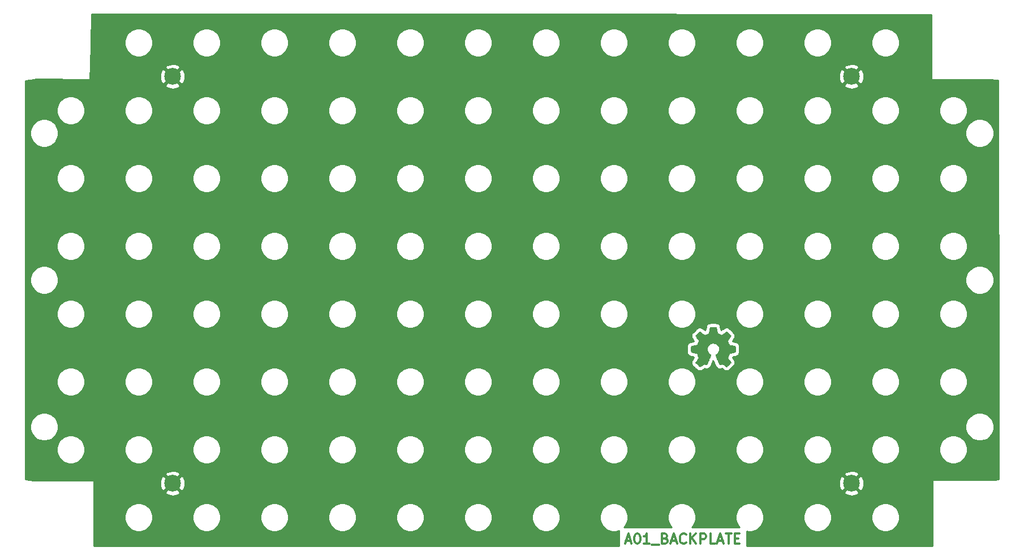
<source format=gbr>
G04 #@! TF.GenerationSoftware,KiCad,Pcbnew,5.1.5-52549c5~86~ubuntu18.04.1*
G04 #@! TF.CreationDate,2020-08-23T01:07:05-05:00*
G04 #@! TF.ProjectId,A01,4130312e-6b69-4636-9164-5f7063625858,rev?*
G04 #@! TF.SameCoordinates,Original*
G04 #@! TF.FileFunction,Copper,L1,Top*
G04 #@! TF.FilePolarity,Positive*
%FSLAX46Y46*%
G04 Gerber Fmt 4.6, Leading zero omitted, Abs format (unit mm)*
G04 Created by KiCad (PCBNEW 5.1.5-52549c5~86~ubuntu18.04.1) date 2020-08-23 01:07:05*
%MOMM*%
%LPD*%
G04 APERTURE LIST*
%ADD10C,0.300000*%
%ADD11C,0.010000*%
%ADD12C,2.499360*%
%ADD13C,0.254000*%
G04 APERTURE END LIST*
D10*
X110549800Y-99589400D02*
X111264085Y-99589400D01*
X110406942Y-100017971D02*
X110906942Y-98517971D01*
X111406942Y-100017971D01*
X112192657Y-98517971D02*
X112335514Y-98517971D01*
X112478371Y-98589400D01*
X112549800Y-98660828D01*
X112621228Y-98803685D01*
X112692657Y-99089400D01*
X112692657Y-99446542D01*
X112621228Y-99732257D01*
X112549800Y-99875114D01*
X112478371Y-99946542D01*
X112335514Y-100017971D01*
X112192657Y-100017971D01*
X112049800Y-99946542D01*
X111978371Y-99875114D01*
X111906942Y-99732257D01*
X111835514Y-99446542D01*
X111835514Y-99089400D01*
X111906942Y-98803685D01*
X111978371Y-98660828D01*
X112049800Y-98589400D01*
X112192657Y-98517971D01*
X114121228Y-100017971D02*
X113264085Y-100017971D01*
X113692657Y-100017971D02*
X113692657Y-98517971D01*
X113549800Y-98732257D01*
X113406942Y-98875114D01*
X113264085Y-98946542D01*
X114406942Y-100160828D02*
X115549800Y-100160828D01*
X116406942Y-99232257D02*
X116621228Y-99303685D01*
X116692657Y-99375114D01*
X116764085Y-99517971D01*
X116764085Y-99732257D01*
X116692657Y-99875114D01*
X116621228Y-99946542D01*
X116478371Y-100017971D01*
X115906942Y-100017971D01*
X115906942Y-98517971D01*
X116406942Y-98517971D01*
X116549800Y-98589400D01*
X116621228Y-98660828D01*
X116692657Y-98803685D01*
X116692657Y-98946542D01*
X116621228Y-99089400D01*
X116549800Y-99160828D01*
X116406942Y-99232257D01*
X115906942Y-99232257D01*
X117335514Y-99589400D02*
X118049800Y-99589400D01*
X117192657Y-100017971D02*
X117692657Y-98517971D01*
X118192657Y-100017971D01*
X119549800Y-99875114D02*
X119478371Y-99946542D01*
X119264085Y-100017971D01*
X119121228Y-100017971D01*
X118906942Y-99946542D01*
X118764085Y-99803685D01*
X118692657Y-99660828D01*
X118621228Y-99375114D01*
X118621228Y-99160828D01*
X118692657Y-98875114D01*
X118764085Y-98732257D01*
X118906942Y-98589400D01*
X119121228Y-98517971D01*
X119264085Y-98517971D01*
X119478371Y-98589400D01*
X119549800Y-98660828D01*
X120192657Y-100017971D02*
X120192657Y-98517971D01*
X121049800Y-100017971D02*
X120406942Y-99160828D01*
X121049800Y-98517971D02*
X120192657Y-99375114D01*
X121692657Y-100017971D02*
X121692657Y-98517971D01*
X122264085Y-98517971D01*
X122406942Y-98589400D01*
X122478371Y-98660828D01*
X122549800Y-98803685D01*
X122549800Y-99017971D01*
X122478371Y-99160828D01*
X122406942Y-99232257D01*
X122264085Y-99303685D01*
X121692657Y-99303685D01*
X123906942Y-100017971D02*
X123192657Y-100017971D01*
X123192657Y-98517971D01*
X124335514Y-99589400D02*
X125049800Y-99589400D01*
X124192657Y-100017971D02*
X124692657Y-98517971D01*
X125192657Y-100017971D01*
X125478371Y-98517971D02*
X126335514Y-98517971D01*
X125906942Y-100017971D02*
X125906942Y-98517971D01*
X126835514Y-99232257D02*
X127335514Y-99232257D01*
X127549800Y-100017971D02*
X126835514Y-100017971D01*
X126835514Y-98517971D01*
X127549800Y-98517971D01*
D11*
G36*
X124152214Y-68030131D02*
G01*
X124236035Y-68474755D01*
X124545320Y-68602253D01*
X124854606Y-68729751D01*
X125225646Y-68477446D01*
X125329557Y-68407196D01*
X125423487Y-68344472D01*
X125503052Y-68292138D01*
X125563870Y-68253057D01*
X125601557Y-68230093D01*
X125611821Y-68225142D01*
X125630310Y-68237876D01*
X125669820Y-68273082D01*
X125725922Y-68326262D01*
X125794187Y-68392918D01*
X125870186Y-68468554D01*
X125949492Y-68548672D01*
X126027675Y-68628774D01*
X126100307Y-68704364D01*
X126162959Y-68770945D01*
X126211203Y-68824018D01*
X126240610Y-68859087D01*
X126247641Y-68870823D01*
X126237523Y-68892460D01*
X126209159Y-68939862D01*
X126165529Y-69008393D01*
X126109618Y-69093415D01*
X126044406Y-69190293D01*
X126006619Y-69245550D01*
X125937743Y-69346448D01*
X125876540Y-69437499D01*
X125825978Y-69514170D01*
X125789028Y-69571928D01*
X125768658Y-69606243D01*
X125765597Y-69613454D01*
X125772536Y-69633948D01*
X125791451Y-69681713D01*
X125819487Y-69750032D01*
X125853791Y-69832189D01*
X125891509Y-69921470D01*
X125929787Y-70011158D01*
X125965770Y-70094538D01*
X125996606Y-70164894D01*
X126019439Y-70215510D01*
X126031417Y-70239671D01*
X126032124Y-70240622D01*
X126050931Y-70245236D01*
X126101018Y-70255528D01*
X126177193Y-70270487D01*
X126274265Y-70289101D01*
X126387043Y-70310359D01*
X126452842Y-70322618D01*
X126573350Y-70345562D01*
X126682197Y-70367395D01*
X126773876Y-70386922D01*
X126842881Y-70402948D01*
X126883704Y-70414279D01*
X126891911Y-70417874D01*
X126899948Y-70442206D01*
X126906433Y-70497159D01*
X126911370Y-70576308D01*
X126914764Y-70673226D01*
X126916618Y-70781487D01*
X126916938Y-70894665D01*
X126915727Y-71006335D01*
X126912990Y-71110068D01*
X126908731Y-71199441D01*
X126902955Y-71268026D01*
X126895667Y-71309397D01*
X126891295Y-71318010D01*
X126865164Y-71328333D01*
X126809793Y-71343092D01*
X126732507Y-71360552D01*
X126640630Y-71378980D01*
X126608558Y-71384941D01*
X126453924Y-71413266D01*
X126331775Y-71436076D01*
X126238073Y-71454280D01*
X126168784Y-71468783D01*
X126119871Y-71480492D01*
X126087297Y-71490315D01*
X126067028Y-71499156D01*
X126055026Y-71507924D01*
X126053347Y-71509657D01*
X126036584Y-71537571D01*
X126011014Y-71591895D01*
X125979188Y-71665977D01*
X125943660Y-71753165D01*
X125906983Y-71846808D01*
X125871711Y-71940252D01*
X125840396Y-72026847D01*
X125815593Y-72099940D01*
X125799854Y-72152878D01*
X125795732Y-72179011D01*
X125796076Y-72179926D01*
X125810041Y-72201286D01*
X125841722Y-72248284D01*
X125887791Y-72316027D01*
X125944918Y-72399623D01*
X126009773Y-72494182D01*
X126028243Y-72521054D01*
X126094099Y-72618475D01*
X126152050Y-72707363D01*
X126198938Y-72782612D01*
X126231607Y-72839120D01*
X126246900Y-72871781D01*
X126247641Y-72875793D01*
X126234792Y-72896884D01*
X126199288Y-72938664D01*
X126145693Y-72996645D01*
X126078571Y-73066335D01*
X126002487Y-73143245D01*
X125922004Y-73222883D01*
X125841687Y-73300761D01*
X125766099Y-73372386D01*
X125699805Y-73433270D01*
X125647369Y-73478921D01*
X125613355Y-73504850D01*
X125603945Y-73509083D01*
X125582043Y-73499112D01*
X125537200Y-73472220D01*
X125476721Y-73432936D01*
X125430189Y-73401317D01*
X125345875Y-73343298D01*
X125246026Y-73274984D01*
X125145873Y-73206779D01*
X125092027Y-73170275D01*
X124909771Y-73047000D01*
X124756781Y-73129720D01*
X124687082Y-73165959D01*
X124627814Y-73194126D01*
X124587711Y-73210191D01*
X124577503Y-73212426D01*
X124565229Y-73195922D01*
X124541013Y-73149282D01*
X124506663Y-73076809D01*
X124463988Y-72982806D01*
X124414794Y-72871574D01*
X124360890Y-72747415D01*
X124304084Y-72614632D01*
X124246182Y-72477527D01*
X124188993Y-72340402D01*
X124134324Y-72207558D01*
X124083984Y-72083298D01*
X124039780Y-71971925D01*
X124003519Y-71877739D01*
X123977009Y-71805044D01*
X123962058Y-71758141D01*
X123959654Y-71742033D01*
X123978711Y-71721486D01*
X124020436Y-71688133D01*
X124076106Y-71648902D01*
X124080778Y-71645799D01*
X124224664Y-71530623D01*
X124340683Y-71396253D01*
X124427830Y-71246984D01*
X124485099Y-71087113D01*
X124511486Y-70920937D01*
X124505985Y-70752752D01*
X124467590Y-70586855D01*
X124395295Y-70427542D01*
X124374026Y-70392687D01*
X124263396Y-70251937D01*
X124132702Y-70138914D01*
X123986464Y-70054203D01*
X123829208Y-69998394D01*
X123665457Y-69972074D01*
X123499733Y-69975830D01*
X123336562Y-70010250D01*
X123180465Y-70075923D01*
X123035967Y-70173435D01*
X122991269Y-70213013D01*
X122877512Y-70336903D01*
X122794618Y-70467324D01*
X122737756Y-70613515D01*
X122706087Y-70758288D01*
X122698269Y-70921060D01*
X122724338Y-71084640D01*
X122781645Y-71243498D01*
X122867544Y-71392106D01*
X122979386Y-71524935D01*
X123114523Y-71636456D01*
X123132283Y-71648211D01*
X123188550Y-71686708D01*
X123231323Y-71720063D01*
X123251772Y-71741360D01*
X123252069Y-71742033D01*
X123247679Y-71765071D01*
X123230276Y-71817357D01*
X123201668Y-71894590D01*
X123163665Y-71992468D01*
X123118074Y-72106691D01*
X123066703Y-72232958D01*
X123011362Y-72366967D01*
X122953858Y-72504418D01*
X122896001Y-72641008D01*
X122839598Y-72772437D01*
X122786458Y-72894405D01*
X122738390Y-73002609D01*
X122697201Y-73092749D01*
X122664701Y-73160523D01*
X122642697Y-73201630D01*
X122633836Y-73212426D01*
X122606760Y-73204019D01*
X122556097Y-73181472D01*
X122490583Y-73148813D01*
X122454559Y-73129720D01*
X122301568Y-73047000D01*
X122119312Y-73170275D01*
X122026275Y-73233428D01*
X121924415Y-73302927D01*
X121828962Y-73368365D01*
X121781150Y-73401317D01*
X121713905Y-73446473D01*
X121656964Y-73482257D01*
X121617754Y-73504138D01*
X121605019Y-73508763D01*
X121586483Y-73496285D01*
X121545459Y-73461452D01*
X121485925Y-73407878D01*
X121411858Y-73339183D01*
X121327235Y-73258981D01*
X121273715Y-73207486D01*
X121180081Y-73115486D01*
X121099159Y-73033199D01*
X121034223Y-72964145D01*
X120988542Y-72911844D01*
X120965389Y-72879816D01*
X120963168Y-72873316D01*
X120973476Y-72848594D01*
X121001961Y-72798605D01*
X121045463Y-72728412D01*
X121100823Y-72643075D01*
X121164880Y-72547656D01*
X121183097Y-72521054D01*
X121249473Y-72424367D01*
X121309022Y-72337317D01*
X121358416Y-72264795D01*
X121394325Y-72211693D01*
X121413419Y-72182903D01*
X121415264Y-72179926D01*
X121412505Y-72156982D01*
X121397862Y-72106536D01*
X121373887Y-72035241D01*
X121343134Y-71949747D01*
X121308156Y-71856707D01*
X121271507Y-71762774D01*
X121235739Y-71674599D01*
X121203406Y-71598834D01*
X121177062Y-71542131D01*
X121159258Y-71511143D01*
X121157993Y-71509657D01*
X121147106Y-71500801D01*
X121128718Y-71492043D01*
X121098794Y-71482477D01*
X121053297Y-71471196D01*
X120988191Y-71457293D01*
X120899439Y-71439863D01*
X120783007Y-71417998D01*
X120634858Y-71390791D01*
X120602782Y-71384941D01*
X120507714Y-71366574D01*
X120424835Y-71348605D01*
X120361470Y-71332769D01*
X120324942Y-71320800D01*
X120320044Y-71318010D01*
X120311973Y-71293272D01*
X120305413Y-71237990D01*
X120300367Y-71158589D01*
X120296841Y-71061496D01*
X120294839Y-70953138D01*
X120294364Y-70839940D01*
X120295423Y-70728328D01*
X120298018Y-70624729D01*
X120302154Y-70535568D01*
X120307837Y-70467272D01*
X120315069Y-70426266D01*
X120319429Y-70417874D01*
X120343702Y-70409408D01*
X120398974Y-70395635D01*
X120479738Y-70377750D01*
X120580488Y-70356948D01*
X120695717Y-70334423D01*
X120758498Y-70322618D01*
X120877613Y-70300351D01*
X120983835Y-70280179D01*
X121071973Y-70263115D01*
X121136834Y-70250169D01*
X121173226Y-70242355D01*
X121179216Y-70240622D01*
X121189339Y-70221090D01*
X121210738Y-70174043D01*
X121240561Y-70106203D01*
X121275955Y-70024291D01*
X121314068Y-69935028D01*
X121352047Y-69845135D01*
X121387040Y-69761335D01*
X121416194Y-69690347D01*
X121436657Y-69638894D01*
X121445577Y-69613697D01*
X121445743Y-69612596D01*
X121435631Y-69592719D01*
X121407283Y-69546977D01*
X121363677Y-69479917D01*
X121307794Y-69396084D01*
X121242613Y-69300026D01*
X121204721Y-69244850D01*
X121135675Y-69143681D01*
X121074350Y-69051830D01*
X121023737Y-68973944D01*
X120986829Y-68914669D01*
X120966618Y-68878651D01*
X120963699Y-68870577D01*
X120976247Y-68851784D01*
X121010937Y-68811657D01*
X121063337Y-68754693D01*
X121129016Y-68685385D01*
X121203544Y-68608231D01*
X121282487Y-68527725D01*
X121361417Y-68448363D01*
X121435900Y-68374640D01*
X121501506Y-68311052D01*
X121553804Y-68262094D01*
X121588361Y-68232261D01*
X121599922Y-68225142D01*
X121618746Y-68235153D01*
X121663769Y-68263278D01*
X121730613Y-68306654D01*
X121814901Y-68362418D01*
X121912256Y-68427706D01*
X121985693Y-68477446D01*
X122356733Y-68729751D01*
X122975305Y-68474755D01*
X123059125Y-68030131D01*
X123142946Y-67585507D01*
X124068394Y-67585507D01*
X124152214Y-68030131D01*
G37*
X124152214Y-68030131D02*
X124236035Y-68474755D01*
X124545320Y-68602253D01*
X124854606Y-68729751D01*
X125225646Y-68477446D01*
X125329557Y-68407196D01*
X125423487Y-68344472D01*
X125503052Y-68292138D01*
X125563870Y-68253057D01*
X125601557Y-68230093D01*
X125611821Y-68225142D01*
X125630310Y-68237876D01*
X125669820Y-68273082D01*
X125725922Y-68326262D01*
X125794187Y-68392918D01*
X125870186Y-68468554D01*
X125949492Y-68548672D01*
X126027675Y-68628774D01*
X126100307Y-68704364D01*
X126162959Y-68770945D01*
X126211203Y-68824018D01*
X126240610Y-68859087D01*
X126247641Y-68870823D01*
X126237523Y-68892460D01*
X126209159Y-68939862D01*
X126165529Y-69008393D01*
X126109618Y-69093415D01*
X126044406Y-69190293D01*
X126006619Y-69245550D01*
X125937743Y-69346448D01*
X125876540Y-69437499D01*
X125825978Y-69514170D01*
X125789028Y-69571928D01*
X125768658Y-69606243D01*
X125765597Y-69613454D01*
X125772536Y-69633948D01*
X125791451Y-69681713D01*
X125819487Y-69750032D01*
X125853791Y-69832189D01*
X125891509Y-69921470D01*
X125929787Y-70011158D01*
X125965770Y-70094538D01*
X125996606Y-70164894D01*
X126019439Y-70215510D01*
X126031417Y-70239671D01*
X126032124Y-70240622D01*
X126050931Y-70245236D01*
X126101018Y-70255528D01*
X126177193Y-70270487D01*
X126274265Y-70289101D01*
X126387043Y-70310359D01*
X126452842Y-70322618D01*
X126573350Y-70345562D01*
X126682197Y-70367395D01*
X126773876Y-70386922D01*
X126842881Y-70402948D01*
X126883704Y-70414279D01*
X126891911Y-70417874D01*
X126899948Y-70442206D01*
X126906433Y-70497159D01*
X126911370Y-70576308D01*
X126914764Y-70673226D01*
X126916618Y-70781487D01*
X126916938Y-70894665D01*
X126915727Y-71006335D01*
X126912990Y-71110068D01*
X126908731Y-71199441D01*
X126902955Y-71268026D01*
X126895667Y-71309397D01*
X126891295Y-71318010D01*
X126865164Y-71328333D01*
X126809793Y-71343092D01*
X126732507Y-71360552D01*
X126640630Y-71378980D01*
X126608558Y-71384941D01*
X126453924Y-71413266D01*
X126331775Y-71436076D01*
X126238073Y-71454280D01*
X126168784Y-71468783D01*
X126119871Y-71480492D01*
X126087297Y-71490315D01*
X126067028Y-71499156D01*
X126055026Y-71507924D01*
X126053347Y-71509657D01*
X126036584Y-71537571D01*
X126011014Y-71591895D01*
X125979188Y-71665977D01*
X125943660Y-71753165D01*
X125906983Y-71846808D01*
X125871711Y-71940252D01*
X125840396Y-72026847D01*
X125815593Y-72099940D01*
X125799854Y-72152878D01*
X125795732Y-72179011D01*
X125796076Y-72179926D01*
X125810041Y-72201286D01*
X125841722Y-72248284D01*
X125887791Y-72316027D01*
X125944918Y-72399623D01*
X126009773Y-72494182D01*
X126028243Y-72521054D01*
X126094099Y-72618475D01*
X126152050Y-72707363D01*
X126198938Y-72782612D01*
X126231607Y-72839120D01*
X126246900Y-72871781D01*
X126247641Y-72875793D01*
X126234792Y-72896884D01*
X126199288Y-72938664D01*
X126145693Y-72996645D01*
X126078571Y-73066335D01*
X126002487Y-73143245D01*
X125922004Y-73222883D01*
X125841687Y-73300761D01*
X125766099Y-73372386D01*
X125699805Y-73433270D01*
X125647369Y-73478921D01*
X125613355Y-73504850D01*
X125603945Y-73509083D01*
X125582043Y-73499112D01*
X125537200Y-73472220D01*
X125476721Y-73432936D01*
X125430189Y-73401317D01*
X125345875Y-73343298D01*
X125246026Y-73274984D01*
X125145873Y-73206779D01*
X125092027Y-73170275D01*
X124909771Y-73047000D01*
X124756781Y-73129720D01*
X124687082Y-73165959D01*
X124627814Y-73194126D01*
X124587711Y-73210191D01*
X124577503Y-73212426D01*
X124565229Y-73195922D01*
X124541013Y-73149282D01*
X124506663Y-73076809D01*
X124463988Y-72982806D01*
X124414794Y-72871574D01*
X124360890Y-72747415D01*
X124304084Y-72614632D01*
X124246182Y-72477527D01*
X124188993Y-72340402D01*
X124134324Y-72207558D01*
X124083984Y-72083298D01*
X124039780Y-71971925D01*
X124003519Y-71877739D01*
X123977009Y-71805044D01*
X123962058Y-71758141D01*
X123959654Y-71742033D01*
X123978711Y-71721486D01*
X124020436Y-71688133D01*
X124076106Y-71648902D01*
X124080778Y-71645799D01*
X124224664Y-71530623D01*
X124340683Y-71396253D01*
X124427830Y-71246984D01*
X124485099Y-71087113D01*
X124511486Y-70920937D01*
X124505985Y-70752752D01*
X124467590Y-70586855D01*
X124395295Y-70427542D01*
X124374026Y-70392687D01*
X124263396Y-70251937D01*
X124132702Y-70138914D01*
X123986464Y-70054203D01*
X123829208Y-69998394D01*
X123665457Y-69972074D01*
X123499733Y-69975830D01*
X123336562Y-70010250D01*
X123180465Y-70075923D01*
X123035967Y-70173435D01*
X122991269Y-70213013D01*
X122877512Y-70336903D01*
X122794618Y-70467324D01*
X122737756Y-70613515D01*
X122706087Y-70758288D01*
X122698269Y-70921060D01*
X122724338Y-71084640D01*
X122781645Y-71243498D01*
X122867544Y-71392106D01*
X122979386Y-71524935D01*
X123114523Y-71636456D01*
X123132283Y-71648211D01*
X123188550Y-71686708D01*
X123231323Y-71720063D01*
X123251772Y-71741360D01*
X123252069Y-71742033D01*
X123247679Y-71765071D01*
X123230276Y-71817357D01*
X123201668Y-71894590D01*
X123163665Y-71992468D01*
X123118074Y-72106691D01*
X123066703Y-72232958D01*
X123011362Y-72366967D01*
X122953858Y-72504418D01*
X122896001Y-72641008D01*
X122839598Y-72772437D01*
X122786458Y-72894405D01*
X122738390Y-73002609D01*
X122697201Y-73092749D01*
X122664701Y-73160523D01*
X122642697Y-73201630D01*
X122633836Y-73212426D01*
X122606760Y-73204019D01*
X122556097Y-73181472D01*
X122490583Y-73148813D01*
X122454559Y-73129720D01*
X122301568Y-73047000D01*
X122119312Y-73170275D01*
X122026275Y-73233428D01*
X121924415Y-73302927D01*
X121828962Y-73368365D01*
X121781150Y-73401317D01*
X121713905Y-73446473D01*
X121656964Y-73482257D01*
X121617754Y-73504138D01*
X121605019Y-73508763D01*
X121586483Y-73496285D01*
X121545459Y-73461452D01*
X121485925Y-73407878D01*
X121411858Y-73339183D01*
X121327235Y-73258981D01*
X121273715Y-73207486D01*
X121180081Y-73115486D01*
X121099159Y-73033199D01*
X121034223Y-72964145D01*
X120988542Y-72911844D01*
X120965389Y-72879816D01*
X120963168Y-72873316D01*
X120973476Y-72848594D01*
X121001961Y-72798605D01*
X121045463Y-72728412D01*
X121100823Y-72643075D01*
X121164880Y-72547656D01*
X121183097Y-72521054D01*
X121249473Y-72424367D01*
X121309022Y-72337317D01*
X121358416Y-72264795D01*
X121394325Y-72211693D01*
X121413419Y-72182903D01*
X121415264Y-72179926D01*
X121412505Y-72156982D01*
X121397862Y-72106536D01*
X121373887Y-72035241D01*
X121343134Y-71949747D01*
X121308156Y-71856707D01*
X121271507Y-71762774D01*
X121235739Y-71674599D01*
X121203406Y-71598834D01*
X121177062Y-71542131D01*
X121159258Y-71511143D01*
X121157993Y-71509657D01*
X121147106Y-71500801D01*
X121128718Y-71492043D01*
X121098794Y-71482477D01*
X121053297Y-71471196D01*
X120988191Y-71457293D01*
X120899439Y-71439863D01*
X120783007Y-71417998D01*
X120634858Y-71390791D01*
X120602782Y-71384941D01*
X120507714Y-71366574D01*
X120424835Y-71348605D01*
X120361470Y-71332769D01*
X120324942Y-71320800D01*
X120320044Y-71318010D01*
X120311973Y-71293272D01*
X120305413Y-71237990D01*
X120300367Y-71158589D01*
X120296841Y-71061496D01*
X120294839Y-70953138D01*
X120294364Y-70839940D01*
X120295423Y-70728328D01*
X120298018Y-70624729D01*
X120302154Y-70535568D01*
X120307837Y-70467272D01*
X120315069Y-70426266D01*
X120319429Y-70417874D01*
X120343702Y-70409408D01*
X120398974Y-70395635D01*
X120479738Y-70377750D01*
X120580488Y-70356948D01*
X120695717Y-70334423D01*
X120758498Y-70322618D01*
X120877613Y-70300351D01*
X120983835Y-70280179D01*
X121071973Y-70263115D01*
X121136834Y-70250169D01*
X121173226Y-70242355D01*
X121179216Y-70240622D01*
X121189339Y-70221090D01*
X121210738Y-70174043D01*
X121240561Y-70106203D01*
X121275955Y-70024291D01*
X121314068Y-69935028D01*
X121352047Y-69845135D01*
X121387040Y-69761335D01*
X121416194Y-69690347D01*
X121436657Y-69638894D01*
X121445577Y-69613697D01*
X121445743Y-69612596D01*
X121435631Y-69592719D01*
X121407283Y-69546977D01*
X121363677Y-69479917D01*
X121307794Y-69396084D01*
X121242613Y-69300026D01*
X121204721Y-69244850D01*
X121135675Y-69143681D01*
X121074350Y-69051830D01*
X121023737Y-68973944D01*
X120986829Y-68914669D01*
X120966618Y-68878651D01*
X120963699Y-68870577D01*
X120976247Y-68851784D01*
X121010937Y-68811657D01*
X121063337Y-68754693D01*
X121129016Y-68685385D01*
X121203544Y-68608231D01*
X121282487Y-68527725D01*
X121361417Y-68448363D01*
X121435900Y-68374640D01*
X121501506Y-68311052D01*
X121553804Y-68262094D01*
X121588361Y-68232261D01*
X121599922Y-68225142D01*
X121618746Y-68235153D01*
X121663769Y-68263278D01*
X121730613Y-68306654D01*
X121814901Y-68362418D01*
X121912256Y-68427706D01*
X121985693Y-68477446D01*
X122356733Y-68729751D01*
X122975305Y-68474755D01*
X123059125Y-68030131D01*
X123142946Y-67585507D01*
X124068394Y-67585507D01*
X124152214Y-68030131D01*
D12*
X144300000Y-90980000D03*
X144300000Y-30020000D03*
X42700000Y-90980000D03*
X42700000Y-30020000D03*
D13*
G36*
X156235400Y-20751646D02*
G01*
X156235400Y-30378400D01*
X156237840Y-30403176D01*
X156245067Y-30427001D01*
X156256803Y-30448957D01*
X156272597Y-30468203D01*
X156291843Y-30483997D01*
X156313799Y-30495733D01*
X156337624Y-30502960D01*
X156362400Y-30505400D01*
X165287199Y-30505400D01*
X165622993Y-30569456D01*
X165622996Y-30569457D01*
X165705226Y-30579845D01*
X166243496Y-30613710D01*
X166340001Y-76356891D01*
X166340001Y-90361133D01*
X166320412Y-90362984D01*
X166289375Y-90364937D01*
X165620778Y-90449400D01*
X156540200Y-90449400D01*
X156515424Y-90451840D01*
X156491599Y-90459067D01*
X156469643Y-90470803D01*
X156450397Y-90486597D01*
X156434603Y-90505843D01*
X156422867Y-90527799D01*
X156415640Y-90551624D01*
X156413200Y-90576726D01*
X156436318Y-99592723D01*
X156430544Y-99622993D01*
X156430543Y-99622996D01*
X156420155Y-99705226D01*
X156380218Y-100340000D01*
X128620515Y-100340000D01*
X128620515Y-98149408D01*
X128849721Y-98195000D01*
X129270279Y-98195000D01*
X129682756Y-98112953D01*
X130071302Y-97952012D01*
X130420983Y-97718363D01*
X130718363Y-97420983D01*
X130952012Y-97071302D01*
X131112953Y-96682756D01*
X131195000Y-96270279D01*
X131195000Y-95849721D01*
X137085000Y-95849721D01*
X137085000Y-96270279D01*
X137167047Y-96682756D01*
X137327988Y-97071302D01*
X137561637Y-97420983D01*
X137859017Y-97718363D01*
X138208698Y-97952012D01*
X138597244Y-98112953D01*
X139009721Y-98195000D01*
X139430279Y-98195000D01*
X139842756Y-98112953D01*
X140231302Y-97952012D01*
X140580983Y-97718363D01*
X140878363Y-97420983D01*
X141112012Y-97071302D01*
X141272953Y-96682756D01*
X141355000Y-96270279D01*
X141355000Y-95849721D01*
X147245000Y-95849721D01*
X147245000Y-96270279D01*
X147327047Y-96682756D01*
X147487988Y-97071302D01*
X147721637Y-97420983D01*
X148019017Y-97718363D01*
X148368698Y-97952012D01*
X148757244Y-98112953D01*
X149169721Y-98195000D01*
X149590279Y-98195000D01*
X150002756Y-98112953D01*
X150391302Y-97952012D01*
X150740983Y-97718363D01*
X151038363Y-97420983D01*
X151272012Y-97071302D01*
X151432953Y-96682756D01*
X151515000Y-96270279D01*
X151515000Y-95849721D01*
X151432953Y-95437244D01*
X151272012Y-95048698D01*
X151038363Y-94699017D01*
X150740983Y-94401637D01*
X150391302Y-94167988D01*
X150002756Y-94007047D01*
X149590279Y-93925000D01*
X149169721Y-93925000D01*
X148757244Y-94007047D01*
X148368698Y-94167988D01*
X148019017Y-94401637D01*
X147721637Y-94699017D01*
X147487988Y-95048698D01*
X147327047Y-95437244D01*
X147245000Y-95849721D01*
X141355000Y-95849721D01*
X141272953Y-95437244D01*
X141112012Y-95048698D01*
X140878363Y-94699017D01*
X140580983Y-94401637D01*
X140231302Y-94167988D01*
X139842756Y-94007047D01*
X139430279Y-93925000D01*
X139009721Y-93925000D01*
X138597244Y-94007047D01*
X138208698Y-94167988D01*
X137859017Y-94401637D01*
X137561637Y-94699017D01*
X137327988Y-95048698D01*
X137167047Y-95437244D01*
X137085000Y-95849721D01*
X131195000Y-95849721D01*
X131112953Y-95437244D01*
X130952012Y-95048698D01*
X130718363Y-94699017D01*
X130420983Y-94401637D01*
X130071302Y-94167988D01*
X129682756Y-94007047D01*
X129270279Y-93925000D01*
X128849721Y-93925000D01*
X128437244Y-94007047D01*
X128048698Y-94167988D01*
X127699017Y-94401637D01*
X127401637Y-94699017D01*
X127167988Y-95048698D01*
X127007047Y-95437244D01*
X126925000Y-95849721D01*
X126925000Y-96270279D01*
X127007047Y-96682756D01*
X127167988Y-97071302D01*
X127401637Y-97420983D01*
X127530054Y-97549400D01*
X120429946Y-97549400D01*
X120558363Y-97420983D01*
X120792012Y-97071302D01*
X120952953Y-96682756D01*
X121035000Y-96270279D01*
X121035000Y-95849721D01*
X120952953Y-95437244D01*
X120792012Y-95048698D01*
X120558363Y-94699017D01*
X120260983Y-94401637D01*
X119911302Y-94167988D01*
X119522756Y-94007047D01*
X119110279Y-93925000D01*
X118689721Y-93925000D01*
X118277244Y-94007047D01*
X117888698Y-94167988D01*
X117539017Y-94401637D01*
X117241637Y-94699017D01*
X117007988Y-95048698D01*
X116847047Y-95437244D01*
X116765000Y-95849721D01*
X116765000Y-96270279D01*
X116847047Y-96682756D01*
X117007988Y-97071302D01*
X117241637Y-97420983D01*
X117370054Y-97549400D01*
X110269946Y-97549400D01*
X110398363Y-97420983D01*
X110632012Y-97071302D01*
X110792953Y-96682756D01*
X110875000Y-96270279D01*
X110875000Y-95849721D01*
X110792953Y-95437244D01*
X110632012Y-95048698D01*
X110398363Y-94699017D01*
X110100983Y-94401637D01*
X109751302Y-94167988D01*
X109362756Y-94007047D01*
X108950279Y-93925000D01*
X108529721Y-93925000D01*
X108117244Y-94007047D01*
X107728698Y-94167988D01*
X107379017Y-94401637D01*
X107081637Y-94699017D01*
X106847988Y-95048698D01*
X106687047Y-95437244D01*
X106605000Y-95849721D01*
X106605000Y-96270279D01*
X106687047Y-96682756D01*
X106847988Y-97071302D01*
X107081637Y-97420983D01*
X107379017Y-97718363D01*
X107728698Y-97952012D01*
X108117244Y-98112953D01*
X108529721Y-98195000D01*
X108950279Y-98195000D01*
X109362756Y-98112953D01*
X109479086Y-98064768D01*
X109479086Y-100340000D01*
X30937200Y-100340000D01*
X30937200Y-95849721D01*
X35485000Y-95849721D01*
X35485000Y-96270279D01*
X35567047Y-96682756D01*
X35727988Y-97071302D01*
X35961637Y-97420983D01*
X36259017Y-97718363D01*
X36608698Y-97952012D01*
X36997244Y-98112953D01*
X37409721Y-98195000D01*
X37830279Y-98195000D01*
X38242756Y-98112953D01*
X38631302Y-97952012D01*
X38980983Y-97718363D01*
X39278363Y-97420983D01*
X39512012Y-97071302D01*
X39672953Y-96682756D01*
X39755000Y-96270279D01*
X39755000Y-95849721D01*
X45645000Y-95849721D01*
X45645000Y-96270279D01*
X45727047Y-96682756D01*
X45887988Y-97071302D01*
X46121637Y-97420983D01*
X46419017Y-97718363D01*
X46768698Y-97952012D01*
X47157244Y-98112953D01*
X47569721Y-98195000D01*
X47990279Y-98195000D01*
X48402756Y-98112953D01*
X48791302Y-97952012D01*
X49140983Y-97718363D01*
X49438363Y-97420983D01*
X49672012Y-97071302D01*
X49832953Y-96682756D01*
X49915000Y-96270279D01*
X49915000Y-95849721D01*
X55805000Y-95849721D01*
X55805000Y-96270279D01*
X55887047Y-96682756D01*
X56047988Y-97071302D01*
X56281637Y-97420983D01*
X56579017Y-97718363D01*
X56928698Y-97952012D01*
X57317244Y-98112953D01*
X57729721Y-98195000D01*
X58150279Y-98195000D01*
X58562756Y-98112953D01*
X58951302Y-97952012D01*
X59300983Y-97718363D01*
X59598363Y-97420983D01*
X59832012Y-97071302D01*
X59992953Y-96682756D01*
X60075000Y-96270279D01*
X60075000Y-95849721D01*
X65965000Y-95849721D01*
X65965000Y-96270279D01*
X66047047Y-96682756D01*
X66207988Y-97071302D01*
X66441637Y-97420983D01*
X66739017Y-97718363D01*
X67088698Y-97952012D01*
X67477244Y-98112953D01*
X67889721Y-98195000D01*
X68310279Y-98195000D01*
X68722756Y-98112953D01*
X69111302Y-97952012D01*
X69460983Y-97718363D01*
X69758363Y-97420983D01*
X69992012Y-97071302D01*
X70152953Y-96682756D01*
X70235000Y-96270279D01*
X70235000Y-95849721D01*
X76125000Y-95849721D01*
X76125000Y-96270279D01*
X76207047Y-96682756D01*
X76367988Y-97071302D01*
X76601637Y-97420983D01*
X76899017Y-97718363D01*
X77248698Y-97952012D01*
X77637244Y-98112953D01*
X78049721Y-98195000D01*
X78470279Y-98195000D01*
X78882756Y-98112953D01*
X79271302Y-97952012D01*
X79620983Y-97718363D01*
X79918363Y-97420983D01*
X80152012Y-97071302D01*
X80312953Y-96682756D01*
X80395000Y-96270279D01*
X80395000Y-95849721D01*
X86285000Y-95849721D01*
X86285000Y-96270279D01*
X86367047Y-96682756D01*
X86527988Y-97071302D01*
X86761637Y-97420983D01*
X87059017Y-97718363D01*
X87408698Y-97952012D01*
X87797244Y-98112953D01*
X88209721Y-98195000D01*
X88630279Y-98195000D01*
X89042756Y-98112953D01*
X89431302Y-97952012D01*
X89780983Y-97718363D01*
X90078363Y-97420983D01*
X90312012Y-97071302D01*
X90472953Y-96682756D01*
X90555000Y-96270279D01*
X90555000Y-95849721D01*
X96445000Y-95849721D01*
X96445000Y-96270279D01*
X96527047Y-96682756D01*
X96687988Y-97071302D01*
X96921637Y-97420983D01*
X97219017Y-97718363D01*
X97568698Y-97952012D01*
X97957244Y-98112953D01*
X98369721Y-98195000D01*
X98790279Y-98195000D01*
X99202756Y-98112953D01*
X99591302Y-97952012D01*
X99940983Y-97718363D01*
X100238363Y-97420983D01*
X100472012Y-97071302D01*
X100632953Y-96682756D01*
X100715000Y-96270279D01*
X100715000Y-95849721D01*
X100632953Y-95437244D01*
X100472012Y-95048698D01*
X100238363Y-94699017D01*
X99940983Y-94401637D01*
X99591302Y-94167988D01*
X99202756Y-94007047D01*
X98790279Y-93925000D01*
X98369721Y-93925000D01*
X97957244Y-94007047D01*
X97568698Y-94167988D01*
X97219017Y-94401637D01*
X96921637Y-94699017D01*
X96687988Y-95048698D01*
X96527047Y-95437244D01*
X96445000Y-95849721D01*
X90555000Y-95849721D01*
X90472953Y-95437244D01*
X90312012Y-95048698D01*
X90078363Y-94699017D01*
X89780983Y-94401637D01*
X89431302Y-94167988D01*
X89042756Y-94007047D01*
X88630279Y-93925000D01*
X88209721Y-93925000D01*
X87797244Y-94007047D01*
X87408698Y-94167988D01*
X87059017Y-94401637D01*
X86761637Y-94699017D01*
X86527988Y-95048698D01*
X86367047Y-95437244D01*
X86285000Y-95849721D01*
X80395000Y-95849721D01*
X80312953Y-95437244D01*
X80152012Y-95048698D01*
X79918363Y-94699017D01*
X79620983Y-94401637D01*
X79271302Y-94167988D01*
X78882756Y-94007047D01*
X78470279Y-93925000D01*
X78049721Y-93925000D01*
X77637244Y-94007047D01*
X77248698Y-94167988D01*
X76899017Y-94401637D01*
X76601637Y-94699017D01*
X76367988Y-95048698D01*
X76207047Y-95437244D01*
X76125000Y-95849721D01*
X70235000Y-95849721D01*
X70152953Y-95437244D01*
X69992012Y-95048698D01*
X69758363Y-94699017D01*
X69460983Y-94401637D01*
X69111302Y-94167988D01*
X68722756Y-94007047D01*
X68310279Y-93925000D01*
X67889721Y-93925000D01*
X67477244Y-94007047D01*
X67088698Y-94167988D01*
X66739017Y-94401637D01*
X66441637Y-94699017D01*
X66207988Y-95048698D01*
X66047047Y-95437244D01*
X65965000Y-95849721D01*
X60075000Y-95849721D01*
X59992953Y-95437244D01*
X59832012Y-95048698D01*
X59598363Y-94699017D01*
X59300983Y-94401637D01*
X58951302Y-94167988D01*
X58562756Y-94007047D01*
X58150279Y-93925000D01*
X57729721Y-93925000D01*
X57317244Y-94007047D01*
X56928698Y-94167988D01*
X56579017Y-94401637D01*
X56281637Y-94699017D01*
X56047988Y-95048698D01*
X55887047Y-95437244D01*
X55805000Y-95849721D01*
X49915000Y-95849721D01*
X49832953Y-95437244D01*
X49672012Y-95048698D01*
X49438363Y-94699017D01*
X49140983Y-94401637D01*
X48791302Y-94167988D01*
X48402756Y-94007047D01*
X47990279Y-93925000D01*
X47569721Y-93925000D01*
X47157244Y-94007047D01*
X46768698Y-94167988D01*
X46419017Y-94401637D01*
X46121637Y-94699017D01*
X45887988Y-95048698D01*
X45727047Y-95437244D01*
X45645000Y-95849721D01*
X39755000Y-95849721D01*
X39672953Y-95437244D01*
X39512012Y-95048698D01*
X39278363Y-94699017D01*
X38980983Y-94401637D01*
X38631302Y-94167988D01*
X38242756Y-94007047D01*
X37830279Y-93925000D01*
X37409721Y-93925000D01*
X36997244Y-94007047D01*
X36608698Y-94167988D01*
X36259017Y-94401637D01*
X35961637Y-94699017D01*
X35727988Y-95048698D01*
X35567047Y-95437244D01*
X35485000Y-95849721D01*
X30937200Y-95849721D01*
X30937200Y-92293377D01*
X41566229Y-92293377D01*
X41692104Y-92583315D01*
X42024262Y-92749139D01*
X42382387Y-92846975D01*
X42752719Y-92873065D01*
X43121025Y-92826405D01*
X43473151Y-92708789D01*
X43707896Y-92583315D01*
X43833771Y-92293377D01*
X143166229Y-92293377D01*
X143292104Y-92583315D01*
X143624262Y-92749139D01*
X143982387Y-92846975D01*
X144352719Y-92873065D01*
X144721025Y-92826405D01*
X145073151Y-92708789D01*
X145307896Y-92583315D01*
X145433771Y-92293377D01*
X144300000Y-91159605D01*
X143166229Y-92293377D01*
X43833771Y-92293377D01*
X42700000Y-91159605D01*
X41566229Y-92293377D01*
X30937200Y-92293377D01*
X30937200Y-91032719D01*
X40806935Y-91032719D01*
X40853595Y-91401025D01*
X40971211Y-91753151D01*
X41096685Y-91987896D01*
X41386623Y-92113771D01*
X42520395Y-90980000D01*
X42879605Y-90980000D01*
X44013377Y-92113771D01*
X44303315Y-91987896D01*
X44469139Y-91655738D01*
X44566975Y-91297613D01*
X44585636Y-91032719D01*
X142406935Y-91032719D01*
X142453595Y-91401025D01*
X142571211Y-91753151D01*
X142696685Y-91987896D01*
X142986623Y-92113771D01*
X144120395Y-90980000D01*
X144479605Y-90980000D01*
X145613377Y-92113771D01*
X145903315Y-91987896D01*
X146069139Y-91655738D01*
X146166975Y-91297613D01*
X146193065Y-90927281D01*
X146146405Y-90558975D01*
X146028789Y-90206849D01*
X145903315Y-89972104D01*
X145613377Y-89846229D01*
X144479605Y-90980000D01*
X144120395Y-90980000D01*
X142986623Y-89846229D01*
X142696685Y-89972104D01*
X142530861Y-90304262D01*
X142433025Y-90662387D01*
X142406935Y-91032719D01*
X44585636Y-91032719D01*
X44593065Y-90927281D01*
X44546405Y-90558975D01*
X44428789Y-90206849D01*
X44303315Y-89972104D01*
X44013377Y-89846229D01*
X42879605Y-90980000D01*
X42520395Y-90980000D01*
X41386623Y-89846229D01*
X41096685Y-89972104D01*
X40930861Y-90304262D01*
X40833025Y-90662387D01*
X40806935Y-91032719D01*
X30937200Y-91032719D01*
X30937200Y-90652600D01*
X30934760Y-90627824D01*
X30927533Y-90603999D01*
X30915797Y-90582043D01*
X30900003Y-90562797D01*
X30880757Y-90547003D01*
X30858801Y-90535267D01*
X30834976Y-90528040D01*
X30810509Y-90525600D01*
X21759872Y-90503579D01*
X21377007Y-90430544D01*
X21377004Y-90430543D01*
X21294774Y-90420155D01*
X20660000Y-90380218D01*
X20660000Y-89666623D01*
X41566229Y-89666623D01*
X42700000Y-90800395D01*
X43833771Y-89666623D01*
X143166229Y-89666623D01*
X144300000Y-90800395D01*
X145433771Y-89666623D01*
X145307896Y-89376685D01*
X144975738Y-89210861D01*
X144617613Y-89113025D01*
X144247281Y-89086935D01*
X143878975Y-89133595D01*
X143526849Y-89251211D01*
X143292104Y-89376685D01*
X143166229Y-89666623D01*
X43833771Y-89666623D01*
X43707896Y-89376685D01*
X43375738Y-89210861D01*
X43017613Y-89113025D01*
X42647281Y-89086935D01*
X42278975Y-89133595D01*
X41926849Y-89251211D01*
X41692104Y-89376685D01*
X41566229Y-89666623D01*
X20660000Y-89666623D01*
X20660000Y-85689721D01*
X25325000Y-85689721D01*
X25325000Y-86110279D01*
X25407047Y-86522756D01*
X25567988Y-86911302D01*
X25801637Y-87260983D01*
X26099017Y-87558363D01*
X26448698Y-87792012D01*
X26837244Y-87952953D01*
X27249721Y-88035000D01*
X27670279Y-88035000D01*
X28082756Y-87952953D01*
X28471302Y-87792012D01*
X28820983Y-87558363D01*
X29118363Y-87260983D01*
X29352012Y-86911302D01*
X29512953Y-86522756D01*
X29595000Y-86110279D01*
X29595000Y-85689721D01*
X35485000Y-85689721D01*
X35485000Y-86110279D01*
X35567047Y-86522756D01*
X35727988Y-86911302D01*
X35961637Y-87260983D01*
X36259017Y-87558363D01*
X36608698Y-87792012D01*
X36997244Y-87952953D01*
X37409721Y-88035000D01*
X37830279Y-88035000D01*
X38242756Y-87952953D01*
X38631302Y-87792012D01*
X38980983Y-87558363D01*
X39278363Y-87260983D01*
X39512012Y-86911302D01*
X39672953Y-86522756D01*
X39755000Y-86110279D01*
X39755000Y-85689721D01*
X45645000Y-85689721D01*
X45645000Y-86110279D01*
X45727047Y-86522756D01*
X45887988Y-86911302D01*
X46121637Y-87260983D01*
X46419017Y-87558363D01*
X46768698Y-87792012D01*
X47157244Y-87952953D01*
X47569721Y-88035000D01*
X47990279Y-88035000D01*
X48402756Y-87952953D01*
X48791302Y-87792012D01*
X49140983Y-87558363D01*
X49438363Y-87260983D01*
X49672012Y-86911302D01*
X49832953Y-86522756D01*
X49915000Y-86110279D01*
X49915000Y-85689721D01*
X55805000Y-85689721D01*
X55805000Y-86110279D01*
X55887047Y-86522756D01*
X56047988Y-86911302D01*
X56281637Y-87260983D01*
X56579017Y-87558363D01*
X56928698Y-87792012D01*
X57317244Y-87952953D01*
X57729721Y-88035000D01*
X58150279Y-88035000D01*
X58562756Y-87952953D01*
X58951302Y-87792012D01*
X59300983Y-87558363D01*
X59598363Y-87260983D01*
X59832012Y-86911302D01*
X59992953Y-86522756D01*
X60075000Y-86110279D01*
X60075000Y-85689721D01*
X65965000Y-85689721D01*
X65965000Y-86110279D01*
X66047047Y-86522756D01*
X66207988Y-86911302D01*
X66441637Y-87260983D01*
X66739017Y-87558363D01*
X67088698Y-87792012D01*
X67477244Y-87952953D01*
X67889721Y-88035000D01*
X68310279Y-88035000D01*
X68722756Y-87952953D01*
X69111302Y-87792012D01*
X69460983Y-87558363D01*
X69758363Y-87260983D01*
X69992012Y-86911302D01*
X70152953Y-86522756D01*
X70235000Y-86110279D01*
X70235000Y-85689721D01*
X76125000Y-85689721D01*
X76125000Y-86110279D01*
X76207047Y-86522756D01*
X76367988Y-86911302D01*
X76601637Y-87260983D01*
X76899017Y-87558363D01*
X77248698Y-87792012D01*
X77637244Y-87952953D01*
X78049721Y-88035000D01*
X78470279Y-88035000D01*
X78882756Y-87952953D01*
X79271302Y-87792012D01*
X79620983Y-87558363D01*
X79918363Y-87260983D01*
X80152012Y-86911302D01*
X80312953Y-86522756D01*
X80395000Y-86110279D01*
X80395000Y-85689721D01*
X86285000Y-85689721D01*
X86285000Y-86110279D01*
X86367047Y-86522756D01*
X86527988Y-86911302D01*
X86761637Y-87260983D01*
X87059017Y-87558363D01*
X87408698Y-87792012D01*
X87797244Y-87952953D01*
X88209721Y-88035000D01*
X88630279Y-88035000D01*
X89042756Y-87952953D01*
X89431302Y-87792012D01*
X89780983Y-87558363D01*
X90078363Y-87260983D01*
X90312012Y-86911302D01*
X90472953Y-86522756D01*
X90555000Y-86110279D01*
X90555000Y-85689721D01*
X96445000Y-85689721D01*
X96445000Y-86110279D01*
X96527047Y-86522756D01*
X96687988Y-86911302D01*
X96921637Y-87260983D01*
X97219017Y-87558363D01*
X97568698Y-87792012D01*
X97957244Y-87952953D01*
X98369721Y-88035000D01*
X98790279Y-88035000D01*
X99202756Y-87952953D01*
X99591302Y-87792012D01*
X99940983Y-87558363D01*
X100238363Y-87260983D01*
X100472012Y-86911302D01*
X100632953Y-86522756D01*
X100715000Y-86110279D01*
X100715000Y-85689721D01*
X106605000Y-85689721D01*
X106605000Y-86110279D01*
X106687047Y-86522756D01*
X106847988Y-86911302D01*
X107081637Y-87260983D01*
X107379017Y-87558363D01*
X107728698Y-87792012D01*
X108117244Y-87952953D01*
X108529721Y-88035000D01*
X108950279Y-88035000D01*
X109362756Y-87952953D01*
X109751302Y-87792012D01*
X110100983Y-87558363D01*
X110398363Y-87260983D01*
X110632012Y-86911302D01*
X110792953Y-86522756D01*
X110875000Y-86110279D01*
X110875000Y-85689721D01*
X116765000Y-85689721D01*
X116765000Y-86110279D01*
X116847047Y-86522756D01*
X117007988Y-86911302D01*
X117241637Y-87260983D01*
X117539017Y-87558363D01*
X117888698Y-87792012D01*
X118277244Y-87952953D01*
X118689721Y-88035000D01*
X119110279Y-88035000D01*
X119522756Y-87952953D01*
X119911302Y-87792012D01*
X120260983Y-87558363D01*
X120558363Y-87260983D01*
X120792012Y-86911302D01*
X120952953Y-86522756D01*
X121035000Y-86110279D01*
X121035000Y-85689721D01*
X126925000Y-85689721D01*
X126925000Y-86110279D01*
X127007047Y-86522756D01*
X127167988Y-86911302D01*
X127401637Y-87260983D01*
X127699017Y-87558363D01*
X128048698Y-87792012D01*
X128437244Y-87952953D01*
X128849721Y-88035000D01*
X129270279Y-88035000D01*
X129682756Y-87952953D01*
X130071302Y-87792012D01*
X130420983Y-87558363D01*
X130718363Y-87260983D01*
X130952012Y-86911302D01*
X131112953Y-86522756D01*
X131195000Y-86110279D01*
X131195000Y-85689721D01*
X137085000Y-85689721D01*
X137085000Y-86110279D01*
X137167047Y-86522756D01*
X137327988Y-86911302D01*
X137561637Y-87260983D01*
X137859017Y-87558363D01*
X138208698Y-87792012D01*
X138597244Y-87952953D01*
X139009721Y-88035000D01*
X139430279Y-88035000D01*
X139842756Y-87952953D01*
X140231302Y-87792012D01*
X140580983Y-87558363D01*
X140878363Y-87260983D01*
X141112012Y-86911302D01*
X141272953Y-86522756D01*
X141355000Y-86110279D01*
X141355000Y-85689721D01*
X147245000Y-85689721D01*
X147245000Y-86110279D01*
X147327047Y-86522756D01*
X147487988Y-86911302D01*
X147721637Y-87260983D01*
X148019017Y-87558363D01*
X148368698Y-87792012D01*
X148757244Y-87952953D01*
X149169721Y-88035000D01*
X149590279Y-88035000D01*
X150002756Y-87952953D01*
X150391302Y-87792012D01*
X150740983Y-87558363D01*
X151038363Y-87260983D01*
X151272012Y-86911302D01*
X151432953Y-86522756D01*
X151515000Y-86110279D01*
X151515000Y-85689721D01*
X157405000Y-85689721D01*
X157405000Y-86110279D01*
X157487047Y-86522756D01*
X157647988Y-86911302D01*
X157881637Y-87260983D01*
X158179017Y-87558363D01*
X158528698Y-87792012D01*
X158917244Y-87952953D01*
X159329721Y-88035000D01*
X159750279Y-88035000D01*
X160162756Y-87952953D01*
X160551302Y-87792012D01*
X160900983Y-87558363D01*
X161198363Y-87260983D01*
X161432012Y-86911302D01*
X161592953Y-86522756D01*
X161675000Y-86110279D01*
X161675000Y-85689721D01*
X161592953Y-85277244D01*
X161432012Y-84888698D01*
X161198363Y-84539017D01*
X160900983Y-84241637D01*
X160551302Y-84007988D01*
X160162756Y-83847047D01*
X159750279Y-83765000D01*
X159329721Y-83765000D01*
X158917244Y-83847047D01*
X158528698Y-84007988D01*
X158179017Y-84241637D01*
X157881637Y-84539017D01*
X157647988Y-84888698D01*
X157487047Y-85277244D01*
X157405000Y-85689721D01*
X151515000Y-85689721D01*
X151432953Y-85277244D01*
X151272012Y-84888698D01*
X151038363Y-84539017D01*
X150740983Y-84241637D01*
X150391302Y-84007988D01*
X150002756Y-83847047D01*
X149590279Y-83765000D01*
X149169721Y-83765000D01*
X148757244Y-83847047D01*
X148368698Y-84007988D01*
X148019017Y-84241637D01*
X147721637Y-84539017D01*
X147487988Y-84888698D01*
X147327047Y-85277244D01*
X147245000Y-85689721D01*
X141355000Y-85689721D01*
X141272953Y-85277244D01*
X141112012Y-84888698D01*
X140878363Y-84539017D01*
X140580983Y-84241637D01*
X140231302Y-84007988D01*
X139842756Y-83847047D01*
X139430279Y-83765000D01*
X139009721Y-83765000D01*
X138597244Y-83847047D01*
X138208698Y-84007988D01*
X137859017Y-84241637D01*
X137561637Y-84539017D01*
X137327988Y-84888698D01*
X137167047Y-85277244D01*
X137085000Y-85689721D01*
X131195000Y-85689721D01*
X131112953Y-85277244D01*
X130952012Y-84888698D01*
X130718363Y-84539017D01*
X130420983Y-84241637D01*
X130071302Y-84007988D01*
X129682756Y-83847047D01*
X129270279Y-83765000D01*
X128849721Y-83765000D01*
X128437244Y-83847047D01*
X128048698Y-84007988D01*
X127699017Y-84241637D01*
X127401637Y-84539017D01*
X127167988Y-84888698D01*
X127007047Y-85277244D01*
X126925000Y-85689721D01*
X121035000Y-85689721D01*
X120952953Y-85277244D01*
X120792012Y-84888698D01*
X120558363Y-84539017D01*
X120260983Y-84241637D01*
X119911302Y-84007988D01*
X119522756Y-83847047D01*
X119110279Y-83765000D01*
X118689721Y-83765000D01*
X118277244Y-83847047D01*
X117888698Y-84007988D01*
X117539017Y-84241637D01*
X117241637Y-84539017D01*
X117007988Y-84888698D01*
X116847047Y-85277244D01*
X116765000Y-85689721D01*
X110875000Y-85689721D01*
X110792953Y-85277244D01*
X110632012Y-84888698D01*
X110398363Y-84539017D01*
X110100983Y-84241637D01*
X109751302Y-84007988D01*
X109362756Y-83847047D01*
X108950279Y-83765000D01*
X108529721Y-83765000D01*
X108117244Y-83847047D01*
X107728698Y-84007988D01*
X107379017Y-84241637D01*
X107081637Y-84539017D01*
X106847988Y-84888698D01*
X106687047Y-85277244D01*
X106605000Y-85689721D01*
X100715000Y-85689721D01*
X100632953Y-85277244D01*
X100472012Y-84888698D01*
X100238363Y-84539017D01*
X99940983Y-84241637D01*
X99591302Y-84007988D01*
X99202756Y-83847047D01*
X98790279Y-83765000D01*
X98369721Y-83765000D01*
X97957244Y-83847047D01*
X97568698Y-84007988D01*
X97219017Y-84241637D01*
X96921637Y-84539017D01*
X96687988Y-84888698D01*
X96527047Y-85277244D01*
X96445000Y-85689721D01*
X90555000Y-85689721D01*
X90472953Y-85277244D01*
X90312012Y-84888698D01*
X90078363Y-84539017D01*
X89780983Y-84241637D01*
X89431302Y-84007988D01*
X89042756Y-83847047D01*
X88630279Y-83765000D01*
X88209721Y-83765000D01*
X87797244Y-83847047D01*
X87408698Y-84007988D01*
X87059017Y-84241637D01*
X86761637Y-84539017D01*
X86527988Y-84888698D01*
X86367047Y-85277244D01*
X86285000Y-85689721D01*
X80395000Y-85689721D01*
X80312953Y-85277244D01*
X80152012Y-84888698D01*
X79918363Y-84539017D01*
X79620983Y-84241637D01*
X79271302Y-84007988D01*
X78882756Y-83847047D01*
X78470279Y-83765000D01*
X78049721Y-83765000D01*
X77637244Y-83847047D01*
X77248698Y-84007988D01*
X76899017Y-84241637D01*
X76601637Y-84539017D01*
X76367988Y-84888698D01*
X76207047Y-85277244D01*
X76125000Y-85689721D01*
X70235000Y-85689721D01*
X70152953Y-85277244D01*
X69992012Y-84888698D01*
X69758363Y-84539017D01*
X69460983Y-84241637D01*
X69111302Y-84007988D01*
X68722756Y-83847047D01*
X68310279Y-83765000D01*
X67889721Y-83765000D01*
X67477244Y-83847047D01*
X67088698Y-84007988D01*
X66739017Y-84241637D01*
X66441637Y-84539017D01*
X66207988Y-84888698D01*
X66047047Y-85277244D01*
X65965000Y-85689721D01*
X60075000Y-85689721D01*
X59992953Y-85277244D01*
X59832012Y-84888698D01*
X59598363Y-84539017D01*
X59300983Y-84241637D01*
X58951302Y-84007988D01*
X58562756Y-83847047D01*
X58150279Y-83765000D01*
X57729721Y-83765000D01*
X57317244Y-83847047D01*
X56928698Y-84007988D01*
X56579017Y-84241637D01*
X56281637Y-84539017D01*
X56047988Y-84888698D01*
X55887047Y-85277244D01*
X55805000Y-85689721D01*
X49915000Y-85689721D01*
X49832953Y-85277244D01*
X49672012Y-84888698D01*
X49438363Y-84539017D01*
X49140983Y-84241637D01*
X48791302Y-84007988D01*
X48402756Y-83847047D01*
X47990279Y-83765000D01*
X47569721Y-83765000D01*
X47157244Y-83847047D01*
X46768698Y-84007988D01*
X46419017Y-84241637D01*
X46121637Y-84539017D01*
X45887988Y-84888698D01*
X45727047Y-85277244D01*
X45645000Y-85689721D01*
X39755000Y-85689721D01*
X39672953Y-85277244D01*
X39512012Y-84888698D01*
X39278363Y-84539017D01*
X38980983Y-84241637D01*
X38631302Y-84007988D01*
X38242756Y-83847047D01*
X37830279Y-83765000D01*
X37409721Y-83765000D01*
X36997244Y-83847047D01*
X36608698Y-84007988D01*
X36259017Y-84241637D01*
X35961637Y-84539017D01*
X35727988Y-84888698D01*
X35567047Y-85277244D01*
X35485000Y-85689721D01*
X29595000Y-85689721D01*
X29512953Y-85277244D01*
X29352012Y-84888698D01*
X29118363Y-84539017D01*
X28820983Y-84241637D01*
X28471302Y-84007988D01*
X28082756Y-83847047D01*
X27670279Y-83765000D01*
X27249721Y-83765000D01*
X26837244Y-83847047D01*
X26448698Y-84007988D01*
X26099017Y-84241637D01*
X25801637Y-84539017D01*
X25567988Y-84888698D01*
X25407047Y-85277244D01*
X25325000Y-85689721D01*
X20660000Y-85689721D01*
X20660000Y-82289721D01*
X21365000Y-82289721D01*
X21365000Y-82710279D01*
X21447047Y-83122756D01*
X21607988Y-83511302D01*
X21841637Y-83860983D01*
X22139017Y-84158363D01*
X22488698Y-84392012D01*
X22877244Y-84552953D01*
X23289721Y-84635000D01*
X23710279Y-84635000D01*
X24122756Y-84552953D01*
X24511302Y-84392012D01*
X24860983Y-84158363D01*
X25158363Y-83860983D01*
X25392012Y-83511302D01*
X25552953Y-83122756D01*
X25635000Y-82710279D01*
X25635000Y-82289721D01*
X161365000Y-82289721D01*
X161365000Y-82710279D01*
X161447047Y-83122756D01*
X161607988Y-83511302D01*
X161841637Y-83860983D01*
X162139017Y-84158363D01*
X162488698Y-84392012D01*
X162877244Y-84552953D01*
X163289721Y-84635000D01*
X163710279Y-84635000D01*
X164122756Y-84552953D01*
X164511302Y-84392012D01*
X164860983Y-84158363D01*
X165158363Y-83860983D01*
X165392012Y-83511302D01*
X165552953Y-83122756D01*
X165635000Y-82710279D01*
X165635000Y-82289721D01*
X165552953Y-81877244D01*
X165392012Y-81488698D01*
X165158363Y-81139017D01*
X164860983Y-80841637D01*
X164511302Y-80607988D01*
X164122756Y-80447047D01*
X163710279Y-80365000D01*
X163289721Y-80365000D01*
X162877244Y-80447047D01*
X162488698Y-80607988D01*
X162139017Y-80841637D01*
X161841637Y-81139017D01*
X161607988Y-81488698D01*
X161447047Y-81877244D01*
X161365000Y-82289721D01*
X25635000Y-82289721D01*
X25552953Y-81877244D01*
X25392012Y-81488698D01*
X25158363Y-81139017D01*
X24860983Y-80841637D01*
X24511302Y-80607988D01*
X24122756Y-80447047D01*
X23710279Y-80365000D01*
X23289721Y-80365000D01*
X22877244Y-80447047D01*
X22488698Y-80607988D01*
X22139017Y-80841637D01*
X21841637Y-81139017D01*
X21607988Y-81488698D01*
X21447047Y-81877244D01*
X21365000Y-82289721D01*
X20660000Y-82289721D01*
X20660000Y-75529721D01*
X25325000Y-75529721D01*
X25325000Y-75950279D01*
X25407047Y-76362756D01*
X25567988Y-76751302D01*
X25801637Y-77100983D01*
X26099017Y-77398363D01*
X26448698Y-77632012D01*
X26837244Y-77792953D01*
X27249721Y-77875000D01*
X27670279Y-77875000D01*
X28082756Y-77792953D01*
X28471302Y-77632012D01*
X28820983Y-77398363D01*
X29118363Y-77100983D01*
X29352012Y-76751302D01*
X29512953Y-76362756D01*
X29595000Y-75950279D01*
X29595000Y-75529721D01*
X35485000Y-75529721D01*
X35485000Y-75950279D01*
X35567047Y-76362756D01*
X35727988Y-76751302D01*
X35961637Y-77100983D01*
X36259017Y-77398363D01*
X36608698Y-77632012D01*
X36997244Y-77792953D01*
X37409721Y-77875000D01*
X37830279Y-77875000D01*
X38242756Y-77792953D01*
X38631302Y-77632012D01*
X38980983Y-77398363D01*
X39278363Y-77100983D01*
X39512012Y-76751302D01*
X39672953Y-76362756D01*
X39755000Y-75950279D01*
X39755000Y-75529721D01*
X45645000Y-75529721D01*
X45645000Y-75950279D01*
X45727047Y-76362756D01*
X45887988Y-76751302D01*
X46121637Y-77100983D01*
X46419017Y-77398363D01*
X46768698Y-77632012D01*
X47157244Y-77792953D01*
X47569721Y-77875000D01*
X47990279Y-77875000D01*
X48402756Y-77792953D01*
X48791302Y-77632012D01*
X49140983Y-77398363D01*
X49438363Y-77100983D01*
X49672012Y-76751302D01*
X49832953Y-76362756D01*
X49915000Y-75950279D01*
X49915000Y-75529721D01*
X55805000Y-75529721D01*
X55805000Y-75950279D01*
X55887047Y-76362756D01*
X56047988Y-76751302D01*
X56281637Y-77100983D01*
X56579017Y-77398363D01*
X56928698Y-77632012D01*
X57317244Y-77792953D01*
X57729721Y-77875000D01*
X58150279Y-77875000D01*
X58562756Y-77792953D01*
X58951302Y-77632012D01*
X59300983Y-77398363D01*
X59598363Y-77100983D01*
X59832012Y-76751302D01*
X59992953Y-76362756D01*
X60075000Y-75950279D01*
X60075000Y-75529721D01*
X65965000Y-75529721D01*
X65965000Y-75950279D01*
X66047047Y-76362756D01*
X66207988Y-76751302D01*
X66441637Y-77100983D01*
X66739017Y-77398363D01*
X67088698Y-77632012D01*
X67477244Y-77792953D01*
X67889721Y-77875000D01*
X68310279Y-77875000D01*
X68722756Y-77792953D01*
X69111302Y-77632012D01*
X69460983Y-77398363D01*
X69758363Y-77100983D01*
X69992012Y-76751302D01*
X70152953Y-76362756D01*
X70235000Y-75950279D01*
X70235000Y-75529721D01*
X76125000Y-75529721D01*
X76125000Y-75950279D01*
X76207047Y-76362756D01*
X76367988Y-76751302D01*
X76601637Y-77100983D01*
X76899017Y-77398363D01*
X77248698Y-77632012D01*
X77637244Y-77792953D01*
X78049721Y-77875000D01*
X78470279Y-77875000D01*
X78882756Y-77792953D01*
X79271302Y-77632012D01*
X79620983Y-77398363D01*
X79918363Y-77100983D01*
X80152012Y-76751302D01*
X80312953Y-76362756D01*
X80395000Y-75950279D01*
X80395000Y-75529721D01*
X86285000Y-75529721D01*
X86285000Y-75950279D01*
X86367047Y-76362756D01*
X86527988Y-76751302D01*
X86761637Y-77100983D01*
X87059017Y-77398363D01*
X87408698Y-77632012D01*
X87797244Y-77792953D01*
X88209721Y-77875000D01*
X88630279Y-77875000D01*
X89042756Y-77792953D01*
X89431302Y-77632012D01*
X89780983Y-77398363D01*
X90078363Y-77100983D01*
X90312012Y-76751302D01*
X90472953Y-76362756D01*
X90555000Y-75950279D01*
X90555000Y-75529721D01*
X96445000Y-75529721D01*
X96445000Y-75950279D01*
X96527047Y-76362756D01*
X96687988Y-76751302D01*
X96921637Y-77100983D01*
X97219017Y-77398363D01*
X97568698Y-77632012D01*
X97957244Y-77792953D01*
X98369721Y-77875000D01*
X98790279Y-77875000D01*
X99202756Y-77792953D01*
X99591302Y-77632012D01*
X99940983Y-77398363D01*
X100238363Y-77100983D01*
X100472012Y-76751302D01*
X100632953Y-76362756D01*
X100715000Y-75950279D01*
X100715000Y-75529721D01*
X106605000Y-75529721D01*
X106605000Y-75950279D01*
X106687047Y-76362756D01*
X106847988Y-76751302D01*
X107081637Y-77100983D01*
X107379017Y-77398363D01*
X107728698Y-77632012D01*
X108117244Y-77792953D01*
X108529721Y-77875000D01*
X108950279Y-77875000D01*
X109362756Y-77792953D01*
X109751302Y-77632012D01*
X110100983Y-77398363D01*
X110398363Y-77100983D01*
X110632012Y-76751302D01*
X110792953Y-76362756D01*
X110875000Y-75950279D01*
X110875000Y-75529721D01*
X116765000Y-75529721D01*
X116765000Y-75950279D01*
X116847047Y-76362756D01*
X117007988Y-76751302D01*
X117241637Y-77100983D01*
X117539017Y-77398363D01*
X117888698Y-77632012D01*
X118277244Y-77792953D01*
X118689721Y-77875000D01*
X119110279Y-77875000D01*
X119522756Y-77792953D01*
X119911302Y-77632012D01*
X120260983Y-77398363D01*
X120558363Y-77100983D01*
X120792012Y-76751302D01*
X120952953Y-76362756D01*
X121035000Y-75950279D01*
X121035000Y-75529721D01*
X126925000Y-75529721D01*
X126925000Y-75950279D01*
X127007047Y-76362756D01*
X127167988Y-76751302D01*
X127401637Y-77100983D01*
X127699017Y-77398363D01*
X128048698Y-77632012D01*
X128437244Y-77792953D01*
X128849721Y-77875000D01*
X129270279Y-77875000D01*
X129682756Y-77792953D01*
X130071302Y-77632012D01*
X130420983Y-77398363D01*
X130718363Y-77100983D01*
X130952012Y-76751302D01*
X131112953Y-76362756D01*
X131195000Y-75950279D01*
X131195000Y-75529721D01*
X137085000Y-75529721D01*
X137085000Y-75950279D01*
X137167047Y-76362756D01*
X137327988Y-76751302D01*
X137561637Y-77100983D01*
X137859017Y-77398363D01*
X138208698Y-77632012D01*
X138597244Y-77792953D01*
X139009721Y-77875000D01*
X139430279Y-77875000D01*
X139842756Y-77792953D01*
X140231302Y-77632012D01*
X140580983Y-77398363D01*
X140878363Y-77100983D01*
X141112012Y-76751302D01*
X141272953Y-76362756D01*
X141355000Y-75950279D01*
X141355000Y-75529721D01*
X147245000Y-75529721D01*
X147245000Y-75950279D01*
X147327047Y-76362756D01*
X147487988Y-76751302D01*
X147721637Y-77100983D01*
X148019017Y-77398363D01*
X148368698Y-77632012D01*
X148757244Y-77792953D01*
X149169721Y-77875000D01*
X149590279Y-77875000D01*
X150002756Y-77792953D01*
X150391302Y-77632012D01*
X150740983Y-77398363D01*
X151038363Y-77100983D01*
X151272012Y-76751302D01*
X151432953Y-76362756D01*
X151515000Y-75950279D01*
X151515000Y-75529721D01*
X157405000Y-75529721D01*
X157405000Y-75950279D01*
X157487047Y-76362756D01*
X157647988Y-76751302D01*
X157881637Y-77100983D01*
X158179017Y-77398363D01*
X158528698Y-77632012D01*
X158917244Y-77792953D01*
X159329721Y-77875000D01*
X159750279Y-77875000D01*
X160162756Y-77792953D01*
X160551302Y-77632012D01*
X160900983Y-77398363D01*
X161198363Y-77100983D01*
X161432012Y-76751302D01*
X161592953Y-76362756D01*
X161675000Y-75950279D01*
X161675000Y-75529721D01*
X161592953Y-75117244D01*
X161432012Y-74728698D01*
X161198363Y-74379017D01*
X160900983Y-74081637D01*
X160551302Y-73847988D01*
X160162756Y-73687047D01*
X159750279Y-73605000D01*
X159329721Y-73605000D01*
X158917244Y-73687047D01*
X158528698Y-73847988D01*
X158179017Y-74081637D01*
X157881637Y-74379017D01*
X157647988Y-74728698D01*
X157487047Y-75117244D01*
X157405000Y-75529721D01*
X151515000Y-75529721D01*
X151432953Y-75117244D01*
X151272012Y-74728698D01*
X151038363Y-74379017D01*
X150740983Y-74081637D01*
X150391302Y-73847988D01*
X150002756Y-73687047D01*
X149590279Y-73605000D01*
X149169721Y-73605000D01*
X148757244Y-73687047D01*
X148368698Y-73847988D01*
X148019017Y-74081637D01*
X147721637Y-74379017D01*
X147487988Y-74728698D01*
X147327047Y-75117244D01*
X147245000Y-75529721D01*
X141355000Y-75529721D01*
X141272953Y-75117244D01*
X141112012Y-74728698D01*
X140878363Y-74379017D01*
X140580983Y-74081637D01*
X140231302Y-73847988D01*
X139842756Y-73687047D01*
X139430279Y-73605000D01*
X139009721Y-73605000D01*
X138597244Y-73687047D01*
X138208698Y-73847988D01*
X137859017Y-74081637D01*
X137561637Y-74379017D01*
X137327988Y-74728698D01*
X137167047Y-75117244D01*
X137085000Y-75529721D01*
X131195000Y-75529721D01*
X131112953Y-75117244D01*
X130952012Y-74728698D01*
X130718363Y-74379017D01*
X130420983Y-74081637D01*
X130071302Y-73847988D01*
X129682756Y-73687047D01*
X129270279Y-73605000D01*
X128849721Y-73605000D01*
X128437244Y-73687047D01*
X128048698Y-73847988D01*
X127699017Y-74081637D01*
X127401637Y-74379017D01*
X127167988Y-74728698D01*
X127007047Y-75117244D01*
X126925000Y-75529721D01*
X121035000Y-75529721D01*
X120952953Y-75117244D01*
X120792012Y-74728698D01*
X120558363Y-74379017D01*
X120260983Y-74081637D01*
X119911302Y-73847988D01*
X119522756Y-73687047D01*
X119110279Y-73605000D01*
X118689721Y-73605000D01*
X118277244Y-73687047D01*
X117888698Y-73847988D01*
X117539017Y-74081637D01*
X117241637Y-74379017D01*
X117007988Y-74728698D01*
X116847047Y-75117244D01*
X116765000Y-75529721D01*
X110875000Y-75529721D01*
X110792953Y-75117244D01*
X110632012Y-74728698D01*
X110398363Y-74379017D01*
X110100983Y-74081637D01*
X109751302Y-73847988D01*
X109362756Y-73687047D01*
X108950279Y-73605000D01*
X108529721Y-73605000D01*
X108117244Y-73687047D01*
X107728698Y-73847988D01*
X107379017Y-74081637D01*
X107081637Y-74379017D01*
X106847988Y-74728698D01*
X106687047Y-75117244D01*
X106605000Y-75529721D01*
X100715000Y-75529721D01*
X100632953Y-75117244D01*
X100472012Y-74728698D01*
X100238363Y-74379017D01*
X99940983Y-74081637D01*
X99591302Y-73847988D01*
X99202756Y-73687047D01*
X98790279Y-73605000D01*
X98369721Y-73605000D01*
X97957244Y-73687047D01*
X97568698Y-73847988D01*
X97219017Y-74081637D01*
X96921637Y-74379017D01*
X96687988Y-74728698D01*
X96527047Y-75117244D01*
X96445000Y-75529721D01*
X90555000Y-75529721D01*
X90472953Y-75117244D01*
X90312012Y-74728698D01*
X90078363Y-74379017D01*
X89780983Y-74081637D01*
X89431302Y-73847988D01*
X89042756Y-73687047D01*
X88630279Y-73605000D01*
X88209721Y-73605000D01*
X87797244Y-73687047D01*
X87408698Y-73847988D01*
X87059017Y-74081637D01*
X86761637Y-74379017D01*
X86527988Y-74728698D01*
X86367047Y-75117244D01*
X86285000Y-75529721D01*
X80395000Y-75529721D01*
X80312953Y-75117244D01*
X80152012Y-74728698D01*
X79918363Y-74379017D01*
X79620983Y-74081637D01*
X79271302Y-73847988D01*
X78882756Y-73687047D01*
X78470279Y-73605000D01*
X78049721Y-73605000D01*
X77637244Y-73687047D01*
X77248698Y-73847988D01*
X76899017Y-74081637D01*
X76601637Y-74379017D01*
X76367988Y-74728698D01*
X76207047Y-75117244D01*
X76125000Y-75529721D01*
X70235000Y-75529721D01*
X70152953Y-75117244D01*
X69992012Y-74728698D01*
X69758363Y-74379017D01*
X69460983Y-74081637D01*
X69111302Y-73847988D01*
X68722756Y-73687047D01*
X68310279Y-73605000D01*
X67889721Y-73605000D01*
X67477244Y-73687047D01*
X67088698Y-73847988D01*
X66739017Y-74081637D01*
X66441637Y-74379017D01*
X66207988Y-74728698D01*
X66047047Y-75117244D01*
X65965000Y-75529721D01*
X60075000Y-75529721D01*
X59992953Y-75117244D01*
X59832012Y-74728698D01*
X59598363Y-74379017D01*
X59300983Y-74081637D01*
X58951302Y-73847988D01*
X58562756Y-73687047D01*
X58150279Y-73605000D01*
X57729721Y-73605000D01*
X57317244Y-73687047D01*
X56928698Y-73847988D01*
X56579017Y-74081637D01*
X56281637Y-74379017D01*
X56047988Y-74728698D01*
X55887047Y-75117244D01*
X55805000Y-75529721D01*
X49915000Y-75529721D01*
X49832953Y-75117244D01*
X49672012Y-74728698D01*
X49438363Y-74379017D01*
X49140983Y-74081637D01*
X48791302Y-73847988D01*
X48402756Y-73687047D01*
X47990279Y-73605000D01*
X47569721Y-73605000D01*
X47157244Y-73687047D01*
X46768698Y-73847988D01*
X46419017Y-74081637D01*
X46121637Y-74379017D01*
X45887988Y-74728698D01*
X45727047Y-75117244D01*
X45645000Y-75529721D01*
X39755000Y-75529721D01*
X39672953Y-75117244D01*
X39512012Y-74728698D01*
X39278363Y-74379017D01*
X38980983Y-74081637D01*
X38631302Y-73847988D01*
X38242756Y-73687047D01*
X37830279Y-73605000D01*
X37409721Y-73605000D01*
X36997244Y-73687047D01*
X36608698Y-73847988D01*
X36259017Y-74081637D01*
X35961637Y-74379017D01*
X35727988Y-74728698D01*
X35567047Y-75117244D01*
X35485000Y-75529721D01*
X29595000Y-75529721D01*
X29512953Y-75117244D01*
X29352012Y-74728698D01*
X29118363Y-74379017D01*
X28820983Y-74081637D01*
X28471302Y-73847988D01*
X28082756Y-73687047D01*
X27670279Y-73605000D01*
X27249721Y-73605000D01*
X26837244Y-73687047D01*
X26448698Y-73847988D01*
X26099017Y-74081637D01*
X25801637Y-74379017D01*
X25567988Y-74728698D01*
X25407047Y-75117244D01*
X25325000Y-75529721D01*
X20660000Y-75529721D01*
X20660000Y-70842626D01*
X119654370Y-70842626D01*
X119654845Y-70955824D01*
X119654855Y-70955920D01*
X119654845Y-70956025D01*
X119654948Y-70964960D01*
X119656950Y-71073318D01*
X119657094Y-71074549D01*
X119657000Y-71075790D01*
X119657263Y-71084723D01*
X119660789Y-71181816D01*
X119661356Y-71186018D01*
X119661151Y-71190258D01*
X119661655Y-71199180D01*
X119666701Y-71278580D01*
X119668797Y-71291471D01*
X119668881Y-71304525D01*
X119669872Y-71313406D01*
X119676432Y-71368688D01*
X119688979Y-71425910D01*
X119700824Y-71483265D01*
X119703167Y-71490619D01*
X119703184Y-71490696D01*
X119703212Y-71490761D01*
X119703537Y-71491780D01*
X119711608Y-71516518D01*
X119729226Y-71556710D01*
X119744489Y-71597898D01*
X119754260Y-71613823D01*
X119761753Y-71630916D01*
X119786838Y-71666915D01*
X119809814Y-71704360D01*
X119822494Y-71718085D01*
X119833163Y-71733396D01*
X119864774Y-71763849D01*
X119894575Y-71796106D01*
X119909669Y-71807099D01*
X119923117Y-71820055D01*
X119960041Y-71843788D01*
X119995539Y-71869642D01*
X120003273Y-71874118D01*
X120008172Y-71876908D01*
X120019314Y-71881884D01*
X120028191Y-71887590D01*
X120061604Y-71900772D01*
X120062743Y-71901281D01*
X120117188Y-71926142D01*
X120122078Y-71927782D01*
X120122220Y-71927845D01*
X120122368Y-71927879D01*
X120125661Y-71928983D01*
X120162189Y-71940952D01*
X120180270Y-71944974D01*
X120197641Y-71951446D01*
X120206296Y-71953672D01*
X120269661Y-71969508D01*
X120275197Y-71970329D01*
X120280507Y-71972119D01*
X120289227Y-71974073D01*
X120372107Y-71992042D01*
X120374879Y-71992364D01*
X120377550Y-71993198D01*
X120386312Y-71994954D01*
X120481380Y-72013321D01*
X120481502Y-72013332D01*
X120487953Y-72014555D01*
X120519562Y-72020320D01*
X120666053Y-72047222D01*
X120697828Y-72053190D01*
X120708758Y-72081203D01*
X120655465Y-72158833D01*
X120655444Y-72158870D01*
X120655045Y-72159445D01*
X120636828Y-72186047D01*
X120636759Y-72186173D01*
X120633512Y-72190937D01*
X120569456Y-72286356D01*
X120569187Y-72286856D01*
X120568821Y-72287302D01*
X120563906Y-72294765D01*
X120508546Y-72380102D01*
X120507557Y-72382013D01*
X120506224Y-72383707D01*
X120501464Y-72391270D01*
X120457962Y-72461462D01*
X120454714Y-72468067D01*
X120450380Y-72474015D01*
X120445902Y-72481748D01*
X120417417Y-72531737D01*
X120403192Y-72563575D01*
X120386264Y-72594070D01*
X120382768Y-72602294D01*
X120372460Y-72627016D01*
X120367254Y-72644007D01*
X120366463Y-72645778D01*
X120365732Y-72648975D01*
X120360849Y-72664915D01*
X120346549Y-72701906D01*
X120342590Y-72724510D01*
X120335870Y-72746443D01*
X120331841Y-72785878D01*
X120324999Y-72824939D01*
X120325506Y-72847881D01*
X120323174Y-72870702D01*
X120326882Y-72910177D01*
X120327757Y-72949815D01*
X120332708Y-72972214D01*
X120334854Y-72995061D01*
X120339991Y-73012331D01*
X120340956Y-73020116D01*
X120348045Y-73041598D01*
X120354716Y-73071776D01*
X120357546Y-73080252D01*
X120359768Y-73086752D01*
X120366590Y-73101747D01*
X120370468Y-73114782D01*
X120375101Y-73123582D01*
X120380100Y-73138730D01*
X120397146Y-73168904D01*
X120411496Y-73200444D01*
X120426779Y-73221740D01*
X120428657Y-73225307D01*
X120429824Y-73226750D01*
X120441536Y-73247482D01*
X120446721Y-73254761D01*
X120469874Y-73286788D01*
X120486430Y-73305526D01*
X120500685Y-73326086D01*
X120506517Y-73332857D01*
X120552198Y-73385158D01*
X120557522Y-73390169D01*
X120561910Y-73396026D01*
X120567986Y-73402578D01*
X120632922Y-73471632D01*
X120634953Y-73473407D01*
X120636620Y-73475532D01*
X120642842Y-73481947D01*
X120723764Y-73564234D01*
X120724553Y-73564893D01*
X120725203Y-73565693D01*
X120731533Y-73572000D01*
X120825167Y-73664000D01*
X120825262Y-73664076D01*
X120829976Y-73668675D01*
X120883496Y-73720170D01*
X120883614Y-73720263D01*
X120886983Y-73723501D01*
X120971607Y-73803703D01*
X120971697Y-73803773D01*
X120976647Y-73808428D01*
X121050713Y-73877123D01*
X121050987Y-73877332D01*
X121051216Y-73877589D01*
X121057817Y-73883612D01*
X121117350Y-73937186D01*
X121121184Y-73940011D01*
X121124451Y-73943482D01*
X121131222Y-73949313D01*
X121172246Y-73984145D01*
X121197907Y-74001936D01*
X121221708Y-74022155D01*
X121229086Y-74027197D01*
X121247622Y-74039675D01*
X121268887Y-74051148D01*
X121274895Y-74055313D01*
X121283781Y-74059183D01*
X121288430Y-74061691D01*
X121328077Y-74085741D01*
X121343299Y-74091293D01*
X121357550Y-74098982D01*
X121401851Y-74112651D01*
X121445421Y-74128544D01*
X121461426Y-74131033D01*
X121476904Y-74135809D01*
X121523028Y-74140614D01*
X121568843Y-74147740D01*
X121585024Y-74147073D01*
X121601138Y-74148752D01*
X121647325Y-74144506D01*
X121693643Y-74142597D01*
X121709386Y-74138800D01*
X121725519Y-74137317D01*
X121769997Y-74124182D01*
X121798794Y-74117237D01*
X121806618Y-74115636D01*
X121808221Y-74114963D01*
X121815068Y-74113312D01*
X121823488Y-74110320D01*
X121836223Y-74105695D01*
X121842073Y-74102897D01*
X121845311Y-74101941D01*
X121858274Y-74095149D01*
X121878532Y-74085461D01*
X121921795Y-74067307D01*
X121929629Y-74063007D01*
X121968839Y-74041126D01*
X121978886Y-74034153D01*
X121989904Y-74028839D01*
X121997503Y-74024136D01*
X122054444Y-73988352D01*
X122058586Y-73985145D01*
X122063241Y-73982724D01*
X122070694Y-73977793D01*
X122137940Y-73932637D01*
X122138002Y-73932586D01*
X122144336Y-73928285D01*
X122191688Y-73895651D01*
X122285672Y-73831220D01*
X122347488Y-73789043D01*
X122378040Y-73799201D01*
X122408464Y-73812525D01*
X122416980Y-73815234D01*
X122444056Y-73823641D01*
X122463769Y-73827705D01*
X122465068Y-73828137D01*
X122467118Y-73828396D01*
X122504574Y-73836118D01*
X122564960Y-73848709D01*
X122565682Y-73848716D01*
X122566389Y-73848862D01*
X122627761Y-73849343D01*
X122689860Y-73849970D01*
X122690578Y-73849835D01*
X122691291Y-73849841D01*
X122751566Y-73838397D01*
X122812626Y-73826946D01*
X122813297Y-73826678D01*
X122814005Y-73826543D01*
X122871110Y-73803528D01*
X122928582Y-73780515D01*
X122929190Y-73780120D01*
X122929857Y-73779851D01*
X122981434Y-73746163D01*
X123033311Y-73712445D01*
X123033829Y-73711941D01*
X123034432Y-73711547D01*
X123078311Y-73668652D01*
X123122824Y-73625332D01*
X123123699Y-73624281D01*
X123123749Y-73624232D01*
X123123793Y-73624168D01*
X123128541Y-73618464D01*
X123137402Y-73607668D01*
X123169700Y-73559381D01*
X123202673Y-73511513D01*
X123206841Y-73503854D01*
X123206847Y-73503846D01*
X123206850Y-73503838D01*
X123206945Y-73503664D01*
X123228949Y-73462557D01*
X123232690Y-73453552D01*
X123237861Y-73445283D01*
X123241780Y-73437253D01*
X123274281Y-73369478D01*
X123274783Y-73368101D01*
X123275538Y-73366842D01*
X123279308Y-73358740D01*
X123320497Y-73268600D01*
X123320536Y-73268488D01*
X123323275Y-73262435D01*
X123371343Y-73154232D01*
X123371395Y-73154074D01*
X123373188Y-73150036D01*
X123426329Y-73028068D01*
X123426376Y-73027922D01*
X123427727Y-73024834D01*
X123484130Y-72893404D01*
X123484171Y-72893276D01*
X123485313Y-72890630D01*
X123543170Y-72754040D01*
X123543209Y-72753915D01*
X123544272Y-72751423D01*
X123601776Y-72613972D01*
X123601815Y-72613844D01*
X123602906Y-72611254D01*
X123605701Y-72604485D01*
X123655495Y-72723878D01*
X123655560Y-72723999D01*
X123656603Y-72726517D01*
X123714505Y-72863622D01*
X123714567Y-72863737D01*
X123715669Y-72866362D01*
X123772475Y-72999145D01*
X123772546Y-72999274D01*
X123773830Y-73002289D01*
X123827734Y-73126447D01*
X123827808Y-73126581D01*
X123829482Y-73130437D01*
X123878676Y-73241669D01*
X123878744Y-73241789D01*
X123881228Y-73247364D01*
X123923903Y-73341367D01*
X123924301Y-73342057D01*
X123924563Y-73342818D01*
X123928335Y-73350919D01*
X123962685Y-73423392D01*
X123966371Y-73429537D01*
X123968948Y-73436236D01*
X123973011Y-73444195D01*
X123997227Y-73490835D01*
X124022787Y-73530136D01*
X124046397Y-73570640D01*
X124051680Y-73577848D01*
X124063954Y-73594352D01*
X124097379Y-73631165D01*
X124129318Y-73669296D01*
X124139303Y-73677338D01*
X124147918Y-73686827D01*
X124187852Y-73716444D01*
X124226593Y-73747648D01*
X124237952Y-73753599D01*
X124248244Y-73761232D01*
X124293175Y-73782531D01*
X124337235Y-73805614D01*
X124349527Y-73809244D01*
X124361112Y-73814735D01*
X124409336Y-73826903D01*
X124457028Y-73840985D01*
X124469793Y-73842158D01*
X124482222Y-73845294D01*
X124531892Y-73847864D01*
X124581411Y-73852414D01*
X124594158Y-73851086D01*
X124606961Y-73851748D01*
X124656178Y-73844622D01*
X124682975Y-73841829D01*
X124696983Y-73840793D01*
X124699448Y-73840113D01*
X124705643Y-73839467D01*
X124714386Y-73837616D01*
X124724594Y-73835381D01*
X124728303Y-73834179D01*
X124730578Y-73833850D01*
X124744655Y-73828882D01*
X124770674Y-73820453D01*
X124817387Y-73807560D01*
X124825705Y-73804294D01*
X124863832Y-73789020D01*
X124885264Y-73803616D01*
X124983696Y-73870960D01*
X125067385Y-73928549D01*
X125067521Y-73928624D01*
X125070488Y-73930670D01*
X125117019Y-73962289D01*
X125118944Y-73963338D01*
X125120639Y-73964731D01*
X125128099Y-73969651D01*
X125188578Y-74008935D01*
X125194822Y-74012172D01*
X125200415Y-74016441D01*
X125208047Y-74021090D01*
X125252890Y-74047982D01*
X125281539Y-74061555D01*
X125308759Y-74077832D01*
X125316867Y-74081591D01*
X125338769Y-74091562D01*
X125355178Y-74097173D01*
X125370633Y-74105041D01*
X125414160Y-74117341D01*
X125456956Y-74131975D01*
X125474143Y-74134292D01*
X125490832Y-74139008D01*
X125535924Y-74142620D01*
X125580743Y-74148662D01*
X125598049Y-74147597D01*
X125615340Y-74148982D01*
X125660263Y-74143768D01*
X125705413Y-74140989D01*
X125722193Y-74136580D01*
X125739413Y-74134581D01*
X125765984Y-74126040D01*
X125769468Y-74125518D01*
X125783694Y-74120419D01*
X125826218Y-74109245D01*
X125841813Y-74101665D01*
X125858326Y-74096357D01*
X125866501Y-74092748D01*
X125875911Y-74088515D01*
X125881259Y-74085450D01*
X125887050Y-74083374D01*
X125919805Y-74063756D01*
X125938557Y-74054642D01*
X125949631Y-74046260D01*
X125984278Y-74026401D01*
X125988922Y-74022362D01*
X125994207Y-74019196D01*
X126001351Y-74013828D01*
X126035365Y-73987899D01*
X126047354Y-73976751D01*
X126060828Y-73967441D01*
X126067609Y-73961620D01*
X126120045Y-73915969D01*
X126122821Y-73913030D01*
X126126087Y-73910642D01*
X126132711Y-73904643D01*
X126199005Y-73843759D01*
X126199355Y-73843368D01*
X126199776Y-73843050D01*
X126206305Y-73836949D01*
X126281893Y-73765324D01*
X126281954Y-73765254D01*
X126287205Y-73760232D01*
X126367522Y-73682354D01*
X126367607Y-73682254D01*
X126372158Y-73677813D01*
X126452641Y-73598175D01*
X126452715Y-73598086D01*
X126457472Y-73593344D01*
X126533283Y-73516709D01*
X126533289Y-73516704D01*
X126533373Y-73516617D01*
X126533556Y-73516433D01*
X126533567Y-73516419D01*
X126539533Y-73510311D01*
X126606655Y-73440620D01*
X126607960Y-73438969D01*
X126609557Y-73437588D01*
X126615668Y-73431068D01*
X126669263Y-73373087D01*
X126674649Y-73365978D01*
X126681147Y-73359867D01*
X126686981Y-73353098D01*
X126722485Y-73311318D01*
X126748605Y-73273677D01*
X126776650Y-73237457D01*
X126781352Y-73229858D01*
X126794202Y-73208767D01*
X126812187Y-73171481D01*
X126832603Y-73135448D01*
X126839269Y-73115333D01*
X126848467Y-73096264D01*
X126858866Y-73056201D01*
X126871896Y-73016883D01*
X126874527Y-72995862D01*
X126879848Y-72975364D01*
X126882269Y-72934023D01*
X126887411Y-72892944D01*
X126885910Y-72871824D01*
X126887149Y-72850672D01*
X126881493Y-72809650D01*
X126878559Y-72768352D01*
X126876997Y-72759554D01*
X126876256Y-72755542D01*
X126872185Y-72741405D01*
X126870268Y-72726826D01*
X126854934Y-72681497D01*
X126841692Y-72635513D01*
X126834957Y-72622444D01*
X126830242Y-72608507D01*
X126826509Y-72600388D01*
X126811216Y-72567727D01*
X126799386Y-72547796D01*
X126790095Y-72526563D01*
X126785676Y-72518796D01*
X126753007Y-72462288D01*
X126749434Y-72457304D01*
X126746792Y-72451771D01*
X126742119Y-72444154D01*
X126695231Y-72368904D01*
X126693951Y-72367237D01*
X126693003Y-72365353D01*
X126688174Y-72357834D01*
X126630223Y-72268946D01*
X126629680Y-72268268D01*
X126629271Y-72267488D01*
X126624318Y-72260050D01*
X126558462Y-72162629D01*
X126558357Y-72162502D01*
X126555671Y-72158535D01*
X126537562Y-72132189D01*
X126502587Y-72081195D01*
X126504359Y-72076499D01*
X126513482Y-72053208D01*
X126570422Y-72042575D01*
X126723871Y-72014467D01*
X126723960Y-72014441D01*
X126725507Y-72014165D01*
X126757579Y-72008204D01*
X126757644Y-72008185D01*
X126757716Y-72008179D01*
X126766490Y-72006482D01*
X126858367Y-71988054D01*
X126861524Y-71987092D01*
X126864808Y-71986728D01*
X126873538Y-71984820D01*
X126950824Y-71967360D01*
X126958246Y-71964901D01*
X126965978Y-71963742D01*
X126974628Y-71961501D01*
X127029999Y-71946742D01*
X127060516Y-71935317D01*
X127091977Y-71926795D01*
X127100311Y-71923569D01*
X127126442Y-71913246D01*
X127145285Y-71903580D01*
X127146976Y-71902947D01*
X127149203Y-71901570D01*
X127161873Y-71895071D01*
X127198515Y-71879451D01*
X127217325Y-71866626D01*
X127237579Y-71856236D01*
X127268805Y-71831525D01*
X127301715Y-71809086D01*
X127317677Y-71792850D01*
X127335526Y-71778725D01*
X127361366Y-71748411D01*
X127389282Y-71720015D01*
X127401780Y-71700998D01*
X127416553Y-71683667D01*
X127426933Y-71665126D01*
X127431253Y-71659752D01*
X127440435Y-71642181D01*
X127457882Y-71615634D01*
X127461982Y-71607693D01*
X127466354Y-71599080D01*
X127471970Y-71584685D01*
X127477572Y-71574679D01*
X127480654Y-71565218D01*
X127489103Y-71549050D01*
X127499004Y-71515390D01*
X127511751Y-71482716D01*
X127516582Y-71455629D01*
X127524350Y-71429221D01*
X127525962Y-71420431D01*
X127533250Y-71379060D01*
X127535124Y-71354652D01*
X127539886Y-71330634D01*
X127540697Y-71321735D01*
X127546473Y-71253149D01*
X127546374Y-71245947D01*
X127547518Y-71238828D01*
X127548006Y-71229905D01*
X127552265Y-71140533D01*
X127552148Y-71138198D01*
X127552470Y-71135880D01*
X127552767Y-71126949D01*
X127555504Y-71023216D01*
X127555468Y-71022713D01*
X127555530Y-71022210D01*
X127555689Y-71013275D01*
X127556898Y-70901801D01*
X127556899Y-70901791D01*
X127556935Y-70892855D01*
X127556615Y-70779677D01*
X127556605Y-70779574D01*
X127556615Y-70779464D01*
X127556524Y-70770529D01*
X127554670Y-70662267D01*
X127554526Y-70661020D01*
X127554623Y-70659760D01*
X127554372Y-70650827D01*
X127550978Y-70553909D01*
X127550411Y-70549666D01*
X127550623Y-70545387D01*
X127550129Y-70536465D01*
X127545192Y-70457316D01*
X127543084Y-70444258D01*
X127543008Y-70431034D01*
X127542023Y-70422153D01*
X127535538Y-70367200D01*
X127522742Y-70308664D01*
X127510399Y-70249981D01*
X127508897Y-70245326D01*
X127508864Y-70245175D01*
X127508803Y-70245035D01*
X127507655Y-70241477D01*
X127499618Y-70217145D01*
X127494030Y-70204522D01*
X127490420Y-70191184D01*
X127468780Y-70147484D01*
X127449056Y-70102930D01*
X127441121Y-70091631D01*
X127434990Y-70079250D01*
X127405273Y-70040585D01*
X127377272Y-70000712D01*
X127367295Y-69991170D01*
X127358875Y-69980215D01*
X127322233Y-69948075D01*
X127287002Y-69914382D01*
X127275350Y-69906953D01*
X127264972Y-69897850D01*
X127222792Y-69873443D01*
X127181681Y-69847231D01*
X127168816Y-69842210D01*
X127156861Y-69835292D01*
X127148701Y-69831650D01*
X127140494Y-69828055D01*
X127101512Y-69815347D01*
X127063467Y-69800043D01*
X127054873Y-69797593D01*
X127014051Y-69786263D01*
X127005012Y-69784683D01*
X126996355Y-69781622D01*
X126987664Y-69779540D01*
X126918659Y-69763514D01*
X126917268Y-69763332D01*
X126915928Y-69762885D01*
X126907200Y-69760963D01*
X126815522Y-69741436D01*
X126815441Y-69741427D01*
X126808064Y-69739894D01*
X126699217Y-69718061D01*
X126699083Y-69718048D01*
X126693052Y-69716856D01*
X126572544Y-69693912D01*
X126572418Y-69693901D01*
X126570063Y-69693445D01*
X126505326Y-69681384D01*
X126486435Y-69677823D01*
X126535205Y-69606379D01*
X126572694Y-69551557D01*
X126572770Y-69551419D01*
X126575328Y-69547675D01*
X126640540Y-69450797D01*
X126640595Y-69450696D01*
X126644356Y-69445062D01*
X126700267Y-69360040D01*
X126700387Y-69359811D01*
X126700552Y-69359607D01*
X126705403Y-69352102D01*
X126749033Y-69283571D01*
X126751029Y-69279635D01*
X126753707Y-69276118D01*
X126758349Y-69268481D01*
X126786713Y-69221079D01*
X126798735Y-69195640D01*
X126813426Y-69171631D01*
X126817267Y-69163563D01*
X126827385Y-69141926D01*
X126837064Y-69114535D01*
X126840082Y-69108149D01*
X126841951Y-69100705D01*
X126846671Y-69087348D01*
X126866766Y-69032951D01*
X126867486Y-69028444D01*
X126869001Y-69024156D01*
X126877315Y-68966899D01*
X126886465Y-68909608D01*
X126886296Y-68905051D01*
X126886950Y-68900546D01*
X126883981Y-68842691D01*
X126881832Y-68784787D01*
X126880783Y-68780357D01*
X126880549Y-68775804D01*
X126866385Y-68719573D01*
X126853042Y-68663244D01*
X126851153Y-68659103D01*
X126850039Y-68654682D01*
X126825237Y-68602304D01*
X126809507Y-68567827D01*
X126805793Y-68558809D01*
X126804511Y-68556878D01*
X126801194Y-68549608D01*
X126796655Y-68541910D01*
X126789624Y-68530174D01*
X126762193Y-68493138D01*
X126736706Y-68454749D01*
X126731012Y-68447862D01*
X126701605Y-68412793D01*
X126695641Y-68406949D01*
X126690748Y-68400182D01*
X126684783Y-68393528D01*
X126636539Y-68340455D01*
X126635762Y-68339752D01*
X126635129Y-68338908D01*
X126629051Y-68332358D01*
X126566399Y-68265777D01*
X126566306Y-68265696D01*
X126561795Y-68260936D01*
X126489163Y-68185345D01*
X126489045Y-68185244D01*
X126485677Y-68181745D01*
X126407493Y-68101643D01*
X126407374Y-68101542D01*
X126404339Y-68098434D01*
X126325033Y-68018316D01*
X126324909Y-68018213D01*
X126321649Y-68014923D01*
X126245651Y-67939288D01*
X126245545Y-67939202D01*
X126241306Y-67935005D01*
X126173042Y-67868349D01*
X126172832Y-67868180D01*
X126172656Y-67867972D01*
X126166213Y-67861780D01*
X126110111Y-67808599D01*
X126105838Y-67805276D01*
X126102224Y-67801248D01*
X126095594Y-67795257D01*
X126056084Y-67760051D01*
X126027433Y-67739156D01*
X126000654Y-67715913D01*
X125993330Y-67710793D01*
X125974841Y-67698059D01*
X125959258Y-67689437D01*
X125955164Y-67686451D01*
X125954293Y-67686047D01*
X125941914Y-67676837D01*
X125903128Y-67658379D01*
X125865549Y-67637586D01*
X125846859Y-67631601D01*
X125829128Y-67623163D01*
X125787479Y-67612586D01*
X125746594Y-67599494D01*
X125727101Y-67597253D01*
X125708064Y-67592419D01*
X125665162Y-67590134D01*
X125622505Y-67585231D01*
X125602940Y-67586820D01*
X125583335Y-67585776D01*
X125540818Y-67591866D01*
X125498008Y-67595343D01*
X125479121Y-67600703D01*
X125459691Y-67603486D01*
X125419168Y-67617717D01*
X125377847Y-67629444D01*
X125360364Y-67638369D01*
X125341841Y-67644874D01*
X125333766Y-67648700D01*
X125323501Y-67653651D01*
X125300560Y-67667628D01*
X125276199Y-67678964D01*
X125268536Y-67683561D01*
X125230849Y-67706525D01*
X125228299Y-67708444D01*
X125225438Y-67709859D01*
X125217887Y-67714637D01*
X125157069Y-67753718D01*
X125156974Y-67753793D01*
X125151351Y-67757436D01*
X125071786Y-67809770D01*
X125071664Y-67809869D01*
X125068071Y-67812232D01*
X124974141Y-67874956D01*
X124974024Y-67875052D01*
X124971108Y-67876994D01*
X124867198Y-67947243D01*
X124867124Y-67947304D01*
X124865769Y-67948212D01*
X124796876Y-67995059D01*
X124781136Y-67911566D01*
X124781135Y-67911562D01*
X124697316Y-67466943D01*
X124697121Y-67466275D01*
X124697058Y-67465583D01*
X124679615Y-67406318D01*
X124662309Y-67347043D01*
X124661989Y-67346427D01*
X124661792Y-67345759D01*
X124633194Y-67291057D01*
X124604680Y-67236226D01*
X124604244Y-67235682D01*
X124603923Y-67235067D01*
X124565336Y-67187074D01*
X124526625Y-67138712D01*
X124526091Y-67138262D01*
X124525657Y-67137722D01*
X124478278Y-67097967D01*
X124431114Y-67058218D01*
X124430509Y-67057884D01*
X124429973Y-67057434D01*
X124375567Y-67027524D01*
X124321788Y-66997807D01*
X124321129Y-66997596D01*
X124320517Y-66997260D01*
X124261672Y-66978594D01*
X124202812Y-66959782D01*
X124202118Y-66959703D01*
X124201457Y-66959493D01*
X124140134Y-66952614D01*
X124078714Y-66945590D01*
X124078022Y-66945647D01*
X124077330Y-66945569D01*
X124068394Y-66945507D01*
X123142946Y-66945507D01*
X123142257Y-66945575D01*
X123141563Y-66945508D01*
X123079978Y-66951681D01*
X123018636Y-66957696D01*
X123017971Y-66957897D01*
X123017280Y-66957966D01*
X122958114Y-66975969D01*
X122899061Y-66993798D01*
X122898449Y-66994123D01*
X122897783Y-66994326D01*
X122843333Y-67023429D01*
X122788775Y-67052437D01*
X122788235Y-67052877D01*
X122787624Y-67053204D01*
X122739752Y-67092419D01*
X122691980Y-67131382D01*
X122691540Y-67131914D01*
X122690999Y-67132357D01*
X122651460Y-67180362D01*
X122612362Y-67227624D01*
X122612034Y-67228231D01*
X122611589Y-67228771D01*
X122582207Y-67283395D01*
X122552954Y-67337497D01*
X122552749Y-67338160D01*
X122552419Y-67338773D01*
X122534238Y-67397957D01*
X122516018Y-67456817D01*
X122515946Y-67457506D01*
X122515741Y-67458172D01*
X122514024Y-67466942D01*
X122430203Y-67911566D01*
X122430203Y-67911567D01*
X122414463Y-67995059D01*
X122345569Y-67948212D01*
X122345515Y-67948182D01*
X122344598Y-67947552D01*
X122271161Y-67897812D01*
X122271039Y-67897745D01*
X122268717Y-67896165D01*
X122171362Y-67830877D01*
X122171224Y-67830803D01*
X122168031Y-67828658D01*
X122083743Y-67772894D01*
X122083607Y-67772822D01*
X122078995Y-67769784D01*
X122012152Y-67726408D01*
X122011219Y-67725925D01*
X122010390Y-67725268D01*
X122002844Y-67720481D01*
X121957821Y-67692356D01*
X121941839Y-67684425D01*
X121927117Y-67674343D01*
X121919257Y-67670092D01*
X121900433Y-67660082D01*
X121885788Y-67654044D01*
X121872180Y-67645940D01*
X121828153Y-67630283D01*
X121784956Y-67612474D01*
X121769422Y-67609397D01*
X121754494Y-67604088D01*
X121708255Y-67597280D01*
X121662430Y-67588202D01*
X121646592Y-67588200D01*
X121630920Y-67585893D01*
X121584257Y-67588194D01*
X121537524Y-67588190D01*
X121521984Y-67591266D01*
X121506166Y-67592046D01*
X121460829Y-67603370D01*
X121414995Y-67612442D01*
X121400352Y-67618476D01*
X121384982Y-67622315D01*
X121342706Y-67642230D01*
X121299509Y-67660030D01*
X121286547Y-67668640D01*
X121280000Y-67671447D01*
X121278494Y-67672478D01*
X121271986Y-67675544D01*
X121264344Y-67680176D01*
X121252783Y-67687295D01*
X121215531Y-67715596D01*
X121204898Y-67722877D01*
X121195467Y-67729142D01*
X121194838Y-67729766D01*
X121176943Y-67742021D01*
X121170138Y-67747813D01*
X121135581Y-67777646D01*
X121129759Y-67783760D01*
X121122987Y-67788810D01*
X121116421Y-67794872D01*
X121064123Y-67843830D01*
X121063406Y-67844647D01*
X121062540Y-67845316D01*
X121056081Y-67851491D01*
X120990475Y-67915079D01*
X120990397Y-67915170D01*
X120985678Y-67919777D01*
X120911195Y-67993500D01*
X120911095Y-67993620D01*
X120907635Y-67997051D01*
X120828705Y-68076413D01*
X120828603Y-68076538D01*
X120825525Y-68079634D01*
X120746582Y-68160140D01*
X120746484Y-68160262D01*
X120743230Y-68163584D01*
X120668702Y-68240738D01*
X120668617Y-68240845D01*
X120664469Y-68245162D01*
X120598790Y-68314470D01*
X120598620Y-68314689D01*
X120598408Y-68314873D01*
X120592313Y-68321408D01*
X120539913Y-68378372D01*
X120536653Y-68382696D01*
X120532669Y-68386380D01*
X120526778Y-68393099D01*
X120492088Y-68433226D01*
X120471733Y-68462035D01*
X120449001Y-68489000D01*
X120443988Y-68496397D01*
X120431440Y-68515190D01*
X120422931Y-68531106D01*
X120420011Y-68535238D01*
X120416431Y-68543264D01*
X120410368Y-68554603D01*
X120387123Y-68592798D01*
X120380973Y-68609584D01*
X120372548Y-68625341D01*
X120359533Y-68668096D01*
X120344150Y-68710080D01*
X120341377Y-68727743D01*
X120336174Y-68744834D01*
X120331711Y-68789302D01*
X120324775Y-68833474D01*
X120325485Y-68851331D01*
X120323700Y-68869115D01*
X120327961Y-68913616D01*
X120329737Y-68958282D01*
X120333903Y-68975665D01*
X120335606Y-68993453D01*
X120348424Y-69036263D01*
X120351164Y-69047697D01*
X120355566Y-69068954D01*
X120357166Y-69072743D01*
X120358845Y-69079748D01*
X120361825Y-69088173D01*
X120364744Y-69096246D01*
X120369159Y-69105512D01*
X120371434Y-69113110D01*
X120385034Y-69138828D01*
X120385440Y-69139680D01*
X120404166Y-69184016D01*
X120408485Y-69191840D01*
X120428696Y-69227858D01*
X120434498Y-69236176D01*
X120438868Y-69245334D01*
X120443539Y-69252953D01*
X120480447Y-69312227D01*
X120481498Y-69313596D01*
X120482275Y-69315147D01*
X120487092Y-69322674D01*
X120537706Y-69400560D01*
X120537741Y-69400604D01*
X120542081Y-69407203D01*
X120603407Y-69499054D01*
X120603485Y-69499150D01*
X120607053Y-69504456D01*
X120676099Y-69605625D01*
X120676162Y-69605700D01*
X120677149Y-69607159D01*
X120714017Y-69660843D01*
X120725460Y-69677708D01*
X120640896Y-69693516D01*
X120640858Y-69693527D01*
X120640228Y-69693641D01*
X120577448Y-69705446D01*
X120577300Y-69705489D01*
X120572934Y-69706311D01*
X120457705Y-69728836D01*
X120457589Y-69728871D01*
X120451076Y-69730169D01*
X120350326Y-69750971D01*
X120350223Y-69751003D01*
X120350102Y-69751016D01*
X120341364Y-69752888D01*
X120260600Y-69770773D01*
X120256837Y-69772002D01*
X120252913Y-69772525D01*
X120244227Y-69774625D01*
X120188955Y-69788398D01*
X120165587Y-69796716D01*
X120141391Y-69802225D01*
X120132933Y-69805110D01*
X120108660Y-69813576D01*
X120076778Y-69828327D01*
X120071281Y-69830283D01*
X120066880Y-69832906D01*
X120063502Y-69834468D01*
X120017526Y-69853556D01*
X120006897Y-69860657D01*
X119995299Y-69866023D01*
X119955059Y-69895289D01*
X119913666Y-69922943D01*
X119904618Y-69931974D01*
X119894284Y-69939490D01*
X119860482Y-69976028D01*
X119859191Y-69977317D01*
X119857822Y-69978465D01*
X119856935Y-69979568D01*
X119825261Y-70011183D01*
X119818145Y-70021791D01*
X119809461Y-70031178D01*
X119790089Y-70062702D01*
X119779552Y-70075806D01*
X119771218Y-70091747D01*
X119755679Y-70114912D01*
X119751504Y-70122813D01*
X119747144Y-70131205D01*
X119745551Y-70135178D01*
X119744064Y-70137597D01*
X119737612Y-70154971D01*
X119735800Y-70159490D01*
X119721680Y-70186497D01*
X119712608Y-70217318D01*
X119700649Y-70247135D01*
X119695016Y-70277080D01*
X119686409Y-70306319D01*
X119684796Y-70315108D01*
X119677564Y-70356114D01*
X119675656Y-70380903D01*
X119670844Y-70405300D01*
X119670041Y-70414200D01*
X119664358Y-70482496D01*
X119664465Y-70489784D01*
X119663317Y-70496988D01*
X119662841Y-70505911D01*
X119658705Y-70595073D01*
X119658826Y-70597430D01*
X119658504Y-70599772D01*
X119658219Y-70608703D01*
X119655624Y-70712302D01*
X119655661Y-70712811D01*
X119655599Y-70713321D01*
X119655452Y-70722256D01*
X119654395Y-70833682D01*
X119654394Y-70833689D01*
X119654394Y-70833792D01*
X119654393Y-70833868D01*
X119654394Y-70833874D01*
X119654370Y-70842626D01*
X20660000Y-70842626D01*
X20660000Y-65369721D01*
X25325000Y-65369721D01*
X25325000Y-65790279D01*
X25407047Y-66202756D01*
X25567988Y-66591302D01*
X25801637Y-66940983D01*
X26099017Y-67238363D01*
X26448698Y-67472012D01*
X26837244Y-67632953D01*
X27249721Y-67715000D01*
X27670279Y-67715000D01*
X28082756Y-67632953D01*
X28471302Y-67472012D01*
X28820983Y-67238363D01*
X29118363Y-66940983D01*
X29352012Y-66591302D01*
X29512953Y-66202756D01*
X29595000Y-65790279D01*
X29595000Y-65369721D01*
X35485000Y-65369721D01*
X35485000Y-65790279D01*
X35567047Y-66202756D01*
X35727988Y-66591302D01*
X35961637Y-66940983D01*
X36259017Y-67238363D01*
X36608698Y-67472012D01*
X36997244Y-67632953D01*
X37409721Y-67715000D01*
X37830279Y-67715000D01*
X38242756Y-67632953D01*
X38631302Y-67472012D01*
X38980983Y-67238363D01*
X39278363Y-66940983D01*
X39512012Y-66591302D01*
X39672953Y-66202756D01*
X39755000Y-65790279D01*
X39755000Y-65369721D01*
X45645000Y-65369721D01*
X45645000Y-65790279D01*
X45727047Y-66202756D01*
X45887988Y-66591302D01*
X46121637Y-66940983D01*
X46419017Y-67238363D01*
X46768698Y-67472012D01*
X47157244Y-67632953D01*
X47569721Y-67715000D01*
X47990279Y-67715000D01*
X48402756Y-67632953D01*
X48791302Y-67472012D01*
X49140983Y-67238363D01*
X49438363Y-66940983D01*
X49672012Y-66591302D01*
X49832953Y-66202756D01*
X49915000Y-65790279D01*
X49915000Y-65369721D01*
X55805000Y-65369721D01*
X55805000Y-65790279D01*
X55887047Y-66202756D01*
X56047988Y-66591302D01*
X56281637Y-66940983D01*
X56579017Y-67238363D01*
X56928698Y-67472012D01*
X57317244Y-67632953D01*
X57729721Y-67715000D01*
X58150279Y-67715000D01*
X58562756Y-67632953D01*
X58951302Y-67472012D01*
X59300983Y-67238363D01*
X59598363Y-66940983D01*
X59832012Y-66591302D01*
X59992953Y-66202756D01*
X60075000Y-65790279D01*
X60075000Y-65369721D01*
X65965000Y-65369721D01*
X65965000Y-65790279D01*
X66047047Y-66202756D01*
X66207988Y-66591302D01*
X66441637Y-66940983D01*
X66739017Y-67238363D01*
X67088698Y-67472012D01*
X67477244Y-67632953D01*
X67889721Y-67715000D01*
X68310279Y-67715000D01*
X68722756Y-67632953D01*
X69111302Y-67472012D01*
X69460983Y-67238363D01*
X69758363Y-66940983D01*
X69992012Y-66591302D01*
X70152953Y-66202756D01*
X70235000Y-65790279D01*
X70235000Y-65369721D01*
X76125000Y-65369721D01*
X76125000Y-65790279D01*
X76207047Y-66202756D01*
X76367988Y-66591302D01*
X76601637Y-66940983D01*
X76899017Y-67238363D01*
X77248698Y-67472012D01*
X77637244Y-67632953D01*
X78049721Y-67715000D01*
X78470279Y-67715000D01*
X78882756Y-67632953D01*
X79271302Y-67472012D01*
X79620983Y-67238363D01*
X79918363Y-66940983D01*
X80152012Y-66591302D01*
X80312953Y-66202756D01*
X80395000Y-65790279D01*
X80395000Y-65369721D01*
X86285000Y-65369721D01*
X86285000Y-65790279D01*
X86367047Y-66202756D01*
X86527988Y-66591302D01*
X86761637Y-66940983D01*
X87059017Y-67238363D01*
X87408698Y-67472012D01*
X87797244Y-67632953D01*
X88209721Y-67715000D01*
X88630279Y-67715000D01*
X89042756Y-67632953D01*
X89431302Y-67472012D01*
X89780983Y-67238363D01*
X90078363Y-66940983D01*
X90312012Y-66591302D01*
X90472953Y-66202756D01*
X90555000Y-65790279D01*
X90555000Y-65369721D01*
X96445000Y-65369721D01*
X96445000Y-65790279D01*
X96527047Y-66202756D01*
X96687988Y-66591302D01*
X96921637Y-66940983D01*
X97219017Y-67238363D01*
X97568698Y-67472012D01*
X97957244Y-67632953D01*
X98369721Y-67715000D01*
X98790279Y-67715000D01*
X99202756Y-67632953D01*
X99591302Y-67472012D01*
X99940983Y-67238363D01*
X100238363Y-66940983D01*
X100472012Y-66591302D01*
X100632953Y-66202756D01*
X100715000Y-65790279D01*
X100715000Y-65369721D01*
X106605000Y-65369721D01*
X106605000Y-65790279D01*
X106687047Y-66202756D01*
X106847988Y-66591302D01*
X107081637Y-66940983D01*
X107379017Y-67238363D01*
X107728698Y-67472012D01*
X108117244Y-67632953D01*
X108529721Y-67715000D01*
X108950279Y-67715000D01*
X109362756Y-67632953D01*
X109751302Y-67472012D01*
X110100983Y-67238363D01*
X110398363Y-66940983D01*
X110632012Y-66591302D01*
X110792953Y-66202756D01*
X110875000Y-65790279D01*
X110875000Y-65369721D01*
X116765000Y-65369721D01*
X116765000Y-65790279D01*
X116847047Y-66202756D01*
X117007988Y-66591302D01*
X117241637Y-66940983D01*
X117539017Y-67238363D01*
X117888698Y-67472012D01*
X118277244Y-67632953D01*
X118689721Y-67715000D01*
X119110279Y-67715000D01*
X119522756Y-67632953D01*
X119911302Y-67472012D01*
X120260983Y-67238363D01*
X120558363Y-66940983D01*
X120792012Y-66591302D01*
X120952953Y-66202756D01*
X121035000Y-65790279D01*
X121035000Y-65369721D01*
X126925000Y-65369721D01*
X126925000Y-65790279D01*
X127007047Y-66202756D01*
X127167988Y-66591302D01*
X127401637Y-66940983D01*
X127699017Y-67238363D01*
X128048698Y-67472012D01*
X128437244Y-67632953D01*
X128849721Y-67715000D01*
X129270279Y-67715000D01*
X129682756Y-67632953D01*
X130071302Y-67472012D01*
X130420983Y-67238363D01*
X130718363Y-66940983D01*
X130952012Y-66591302D01*
X131112953Y-66202756D01*
X131195000Y-65790279D01*
X131195000Y-65369721D01*
X137085000Y-65369721D01*
X137085000Y-65790279D01*
X137167047Y-66202756D01*
X137327988Y-66591302D01*
X137561637Y-66940983D01*
X137859017Y-67238363D01*
X138208698Y-67472012D01*
X138597244Y-67632953D01*
X139009721Y-67715000D01*
X139430279Y-67715000D01*
X139842756Y-67632953D01*
X140231302Y-67472012D01*
X140580983Y-67238363D01*
X140878363Y-66940983D01*
X141112012Y-66591302D01*
X141272953Y-66202756D01*
X141355000Y-65790279D01*
X141355000Y-65369721D01*
X147245000Y-65369721D01*
X147245000Y-65790279D01*
X147327047Y-66202756D01*
X147487988Y-66591302D01*
X147721637Y-66940983D01*
X148019017Y-67238363D01*
X148368698Y-67472012D01*
X148757244Y-67632953D01*
X149169721Y-67715000D01*
X149590279Y-67715000D01*
X150002756Y-67632953D01*
X150391302Y-67472012D01*
X150740983Y-67238363D01*
X151038363Y-66940983D01*
X151272012Y-66591302D01*
X151432953Y-66202756D01*
X151515000Y-65790279D01*
X151515000Y-65369721D01*
X157405000Y-65369721D01*
X157405000Y-65790279D01*
X157487047Y-66202756D01*
X157647988Y-66591302D01*
X157881637Y-66940983D01*
X158179017Y-67238363D01*
X158528698Y-67472012D01*
X158917244Y-67632953D01*
X159329721Y-67715000D01*
X159750279Y-67715000D01*
X160162756Y-67632953D01*
X160551302Y-67472012D01*
X160900983Y-67238363D01*
X161198363Y-66940983D01*
X161432012Y-66591302D01*
X161592953Y-66202756D01*
X161675000Y-65790279D01*
X161675000Y-65369721D01*
X161592953Y-64957244D01*
X161432012Y-64568698D01*
X161198363Y-64219017D01*
X160900983Y-63921637D01*
X160551302Y-63687988D01*
X160162756Y-63527047D01*
X159750279Y-63445000D01*
X159329721Y-63445000D01*
X158917244Y-63527047D01*
X158528698Y-63687988D01*
X158179017Y-63921637D01*
X157881637Y-64219017D01*
X157647988Y-64568698D01*
X157487047Y-64957244D01*
X157405000Y-65369721D01*
X151515000Y-65369721D01*
X151432953Y-64957244D01*
X151272012Y-64568698D01*
X151038363Y-64219017D01*
X150740983Y-63921637D01*
X150391302Y-63687988D01*
X150002756Y-63527047D01*
X149590279Y-63445000D01*
X149169721Y-63445000D01*
X148757244Y-63527047D01*
X148368698Y-63687988D01*
X148019017Y-63921637D01*
X147721637Y-64219017D01*
X147487988Y-64568698D01*
X147327047Y-64957244D01*
X147245000Y-65369721D01*
X141355000Y-65369721D01*
X141272953Y-64957244D01*
X141112012Y-64568698D01*
X140878363Y-64219017D01*
X140580983Y-63921637D01*
X140231302Y-63687988D01*
X139842756Y-63527047D01*
X139430279Y-63445000D01*
X139009721Y-63445000D01*
X138597244Y-63527047D01*
X138208698Y-63687988D01*
X137859017Y-63921637D01*
X137561637Y-64219017D01*
X137327988Y-64568698D01*
X137167047Y-64957244D01*
X137085000Y-65369721D01*
X131195000Y-65369721D01*
X131112953Y-64957244D01*
X130952012Y-64568698D01*
X130718363Y-64219017D01*
X130420983Y-63921637D01*
X130071302Y-63687988D01*
X129682756Y-63527047D01*
X129270279Y-63445000D01*
X128849721Y-63445000D01*
X128437244Y-63527047D01*
X128048698Y-63687988D01*
X127699017Y-63921637D01*
X127401637Y-64219017D01*
X127167988Y-64568698D01*
X127007047Y-64957244D01*
X126925000Y-65369721D01*
X121035000Y-65369721D01*
X120952953Y-64957244D01*
X120792012Y-64568698D01*
X120558363Y-64219017D01*
X120260983Y-63921637D01*
X119911302Y-63687988D01*
X119522756Y-63527047D01*
X119110279Y-63445000D01*
X118689721Y-63445000D01*
X118277244Y-63527047D01*
X117888698Y-63687988D01*
X117539017Y-63921637D01*
X117241637Y-64219017D01*
X117007988Y-64568698D01*
X116847047Y-64957244D01*
X116765000Y-65369721D01*
X110875000Y-65369721D01*
X110792953Y-64957244D01*
X110632012Y-64568698D01*
X110398363Y-64219017D01*
X110100983Y-63921637D01*
X109751302Y-63687988D01*
X109362756Y-63527047D01*
X108950279Y-63445000D01*
X108529721Y-63445000D01*
X108117244Y-63527047D01*
X107728698Y-63687988D01*
X107379017Y-63921637D01*
X107081637Y-64219017D01*
X106847988Y-64568698D01*
X106687047Y-64957244D01*
X106605000Y-65369721D01*
X100715000Y-65369721D01*
X100632953Y-64957244D01*
X100472012Y-64568698D01*
X100238363Y-64219017D01*
X99940983Y-63921637D01*
X99591302Y-63687988D01*
X99202756Y-63527047D01*
X98790279Y-63445000D01*
X98369721Y-63445000D01*
X97957244Y-63527047D01*
X97568698Y-63687988D01*
X97219017Y-63921637D01*
X96921637Y-64219017D01*
X96687988Y-64568698D01*
X96527047Y-64957244D01*
X96445000Y-65369721D01*
X90555000Y-65369721D01*
X90472953Y-64957244D01*
X90312012Y-64568698D01*
X90078363Y-64219017D01*
X89780983Y-63921637D01*
X89431302Y-63687988D01*
X89042756Y-63527047D01*
X88630279Y-63445000D01*
X88209721Y-63445000D01*
X87797244Y-63527047D01*
X87408698Y-63687988D01*
X87059017Y-63921637D01*
X86761637Y-64219017D01*
X86527988Y-64568698D01*
X86367047Y-64957244D01*
X86285000Y-65369721D01*
X80395000Y-65369721D01*
X80312953Y-64957244D01*
X80152012Y-64568698D01*
X79918363Y-64219017D01*
X79620983Y-63921637D01*
X79271302Y-63687988D01*
X78882756Y-63527047D01*
X78470279Y-63445000D01*
X78049721Y-63445000D01*
X77637244Y-63527047D01*
X77248698Y-63687988D01*
X76899017Y-63921637D01*
X76601637Y-64219017D01*
X76367988Y-64568698D01*
X76207047Y-64957244D01*
X76125000Y-65369721D01*
X70235000Y-65369721D01*
X70152953Y-64957244D01*
X69992012Y-64568698D01*
X69758363Y-64219017D01*
X69460983Y-63921637D01*
X69111302Y-63687988D01*
X68722756Y-63527047D01*
X68310279Y-63445000D01*
X67889721Y-63445000D01*
X67477244Y-63527047D01*
X67088698Y-63687988D01*
X66739017Y-63921637D01*
X66441637Y-64219017D01*
X66207988Y-64568698D01*
X66047047Y-64957244D01*
X65965000Y-65369721D01*
X60075000Y-65369721D01*
X59992953Y-64957244D01*
X59832012Y-64568698D01*
X59598363Y-64219017D01*
X59300983Y-63921637D01*
X58951302Y-63687988D01*
X58562756Y-63527047D01*
X58150279Y-63445000D01*
X57729721Y-63445000D01*
X57317244Y-63527047D01*
X56928698Y-63687988D01*
X56579017Y-63921637D01*
X56281637Y-64219017D01*
X56047988Y-64568698D01*
X55887047Y-64957244D01*
X55805000Y-65369721D01*
X49915000Y-65369721D01*
X49832953Y-64957244D01*
X49672012Y-64568698D01*
X49438363Y-64219017D01*
X49140983Y-63921637D01*
X48791302Y-63687988D01*
X48402756Y-63527047D01*
X47990279Y-63445000D01*
X47569721Y-63445000D01*
X47157244Y-63527047D01*
X46768698Y-63687988D01*
X46419017Y-63921637D01*
X46121637Y-64219017D01*
X45887988Y-64568698D01*
X45727047Y-64957244D01*
X45645000Y-65369721D01*
X39755000Y-65369721D01*
X39672953Y-64957244D01*
X39512012Y-64568698D01*
X39278363Y-64219017D01*
X38980983Y-63921637D01*
X38631302Y-63687988D01*
X38242756Y-63527047D01*
X37830279Y-63445000D01*
X37409721Y-63445000D01*
X36997244Y-63527047D01*
X36608698Y-63687988D01*
X36259017Y-63921637D01*
X35961637Y-64219017D01*
X35727988Y-64568698D01*
X35567047Y-64957244D01*
X35485000Y-65369721D01*
X29595000Y-65369721D01*
X29512953Y-64957244D01*
X29352012Y-64568698D01*
X29118363Y-64219017D01*
X28820983Y-63921637D01*
X28471302Y-63687988D01*
X28082756Y-63527047D01*
X27670279Y-63445000D01*
X27249721Y-63445000D01*
X26837244Y-63527047D01*
X26448698Y-63687988D01*
X26099017Y-63921637D01*
X25801637Y-64219017D01*
X25567988Y-64568698D01*
X25407047Y-64957244D01*
X25325000Y-65369721D01*
X20660000Y-65369721D01*
X20660000Y-60289721D01*
X21365000Y-60289721D01*
X21365000Y-60710279D01*
X21447047Y-61122756D01*
X21607988Y-61511302D01*
X21841637Y-61860983D01*
X22139017Y-62158363D01*
X22488698Y-62392012D01*
X22877244Y-62552953D01*
X23289721Y-62635000D01*
X23710279Y-62635000D01*
X24122756Y-62552953D01*
X24511302Y-62392012D01*
X24860983Y-62158363D01*
X25158363Y-61860983D01*
X25392012Y-61511302D01*
X25552953Y-61122756D01*
X25635000Y-60710279D01*
X25635000Y-60289721D01*
X161365000Y-60289721D01*
X161365000Y-60710279D01*
X161447047Y-61122756D01*
X161607988Y-61511302D01*
X161841637Y-61860983D01*
X162139017Y-62158363D01*
X162488698Y-62392012D01*
X162877244Y-62552953D01*
X163289721Y-62635000D01*
X163710279Y-62635000D01*
X164122756Y-62552953D01*
X164511302Y-62392012D01*
X164860983Y-62158363D01*
X165158363Y-61860983D01*
X165392012Y-61511302D01*
X165552953Y-61122756D01*
X165635000Y-60710279D01*
X165635000Y-60289721D01*
X165552953Y-59877244D01*
X165392012Y-59488698D01*
X165158363Y-59139017D01*
X164860983Y-58841637D01*
X164511302Y-58607988D01*
X164122756Y-58447047D01*
X163710279Y-58365000D01*
X163289721Y-58365000D01*
X162877244Y-58447047D01*
X162488698Y-58607988D01*
X162139017Y-58841637D01*
X161841637Y-59139017D01*
X161607988Y-59488698D01*
X161447047Y-59877244D01*
X161365000Y-60289721D01*
X25635000Y-60289721D01*
X25552953Y-59877244D01*
X25392012Y-59488698D01*
X25158363Y-59139017D01*
X24860983Y-58841637D01*
X24511302Y-58607988D01*
X24122756Y-58447047D01*
X23710279Y-58365000D01*
X23289721Y-58365000D01*
X22877244Y-58447047D01*
X22488698Y-58607988D01*
X22139017Y-58841637D01*
X21841637Y-59139017D01*
X21607988Y-59488698D01*
X21447047Y-59877244D01*
X21365000Y-60289721D01*
X20660000Y-60289721D01*
X20660000Y-55209721D01*
X25325000Y-55209721D01*
X25325000Y-55630279D01*
X25407047Y-56042756D01*
X25567988Y-56431302D01*
X25801637Y-56780983D01*
X26099017Y-57078363D01*
X26448698Y-57312012D01*
X26837244Y-57472953D01*
X27249721Y-57555000D01*
X27670279Y-57555000D01*
X28082756Y-57472953D01*
X28471302Y-57312012D01*
X28820983Y-57078363D01*
X29118363Y-56780983D01*
X29352012Y-56431302D01*
X29512953Y-56042756D01*
X29595000Y-55630279D01*
X29595000Y-55209721D01*
X35485000Y-55209721D01*
X35485000Y-55630279D01*
X35567047Y-56042756D01*
X35727988Y-56431302D01*
X35961637Y-56780983D01*
X36259017Y-57078363D01*
X36608698Y-57312012D01*
X36997244Y-57472953D01*
X37409721Y-57555000D01*
X37830279Y-57555000D01*
X38242756Y-57472953D01*
X38631302Y-57312012D01*
X38980983Y-57078363D01*
X39278363Y-56780983D01*
X39512012Y-56431302D01*
X39672953Y-56042756D01*
X39755000Y-55630279D01*
X39755000Y-55209721D01*
X45645000Y-55209721D01*
X45645000Y-55630279D01*
X45727047Y-56042756D01*
X45887988Y-56431302D01*
X46121637Y-56780983D01*
X46419017Y-57078363D01*
X46768698Y-57312012D01*
X47157244Y-57472953D01*
X47569721Y-57555000D01*
X47990279Y-57555000D01*
X48402756Y-57472953D01*
X48791302Y-57312012D01*
X49140983Y-57078363D01*
X49438363Y-56780983D01*
X49672012Y-56431302D01*
X49832953Y-56042756D01*
X49915000Y-55630279D01*
X49915000Y-55209721D01*
X55805000Y-55209721D01*
X55805000Y-55630279D01*
X55887047Y-56042756D01*
X56047988Y-56431302D01*
X56281637Y-56780983D01*
X56579017Y-57078363D01*
X56928698Y-57312012D01*
X57317244Y-57472953D01*
X57729721Y-57555000D01*
X58150279Y-57555000D01*
X58562756Y-57472953D01*
X58951302Y-57312012D01*
X59300983Y-57078363D01*
X59598363Y-56780983D01*
X59832012Y-56431302D01*
X59992953Y-56042756D01*
X60075000Y-55630279D01*
X60075000Y-55209721D01*
X65965000Y-55209721D01*
X65965000Y-55630279D01*
X66047047Y-56042756D01*
X66207988Y-56431302D01*
X66441637Y-56780983D01*
X66739017Y-57078363D01*
X67088698Y-57312012D01*
X67477244Y-57472953D01*
X67889721Y-57555000D01*
X68310279Y-57555000D01*
X68722756Y-57472953D01*
X69111302Y-57312012D01*
X69460983Y-57078363D01*
X69758363Y-56780983D01*
X69992012Y-56431302D01*
X70152953Y-56042756D01*
X70235000Y-55630279D01*
X70235000Y-55209721D01*
X76125000Y-55209721D01*
X76125000Y-55630279D01*
X76207047Y-56042756D01*
X76367988Y-56431302D01*
X76601637Y-56780983D01*
X76899017Y-57078363D01*
X77248698Y-57312012D01*
X77637244Y-57472953D01*
X78049721Y-57555000D01*
X78470279Y-57555000D01*
X78882756Y-57472953D01*
X79271302Y-57312012D01*
X79620983Y-57078363D01*
X79918363Y-56780983D01*
X80152012Y-56431302D01*
X80312953Y-56042756D01*
X80395000Y-55630279D01*
X80395000Y-55209721D01*
X86285000Y-55209721D01*
X86285000Y-55630279D01*
X86367047Y-56042756D01*
X86527988Y-56431302D01*
X86761637Y-56780983D01*
X87059017Y-57078363D01*
X87408698Y-57312012D01*
X87797244Y-57472953D01*
X88209721Y-57555000D01*
X88630279Y-57555000D01*
X89042756Y-57472953D01*
X89431302Y-57312012D01*
X89780983Y-57078363D01*
X90078363Y-56780983D01*
X90312012Y-56431302D01*
X90472953Y-56042756D01*
X90555000Y-55630279D01*
X90555000Y-55209721D01*
X96445000Y-55209721D01*
X96445000Y-55630279D01*
X96527047Y-56042756D01*
X96687988Y-56431302D01*
X96921637Y-56780983D01*
X97219017Y-57078363D01*
X97568698Y-57312012D01*
X97957244Y-57472953D01*
X98369721Y-57555000D01*
X98790279Y-57555000D01*
X99202756Y-57472953D01*
X99591302Y-57312012D01*
X99940983Y-57078363D01*
X100238363Y-56780983D01*
X100472012Y-56431302D01*
X100632953Y-56042756D01*
X100715000Y-55630279D01*
X100715000Y-55209721D01*
X106605000Y-55209721D01*
X106605000Y-55630279D01*
X106687047Y-56042756D01*
X106847988Y-56431302D01*
X107081637Y-56780983D01*
X107379017Y-57078363D01*
X107728698Y-57312012D01*
X108117244Y-57472953D01*
X108529721Y-57555000D01*
X108950279Y-57555000D01*
X109362756Y-57472953D01*
X109751302Y-57312012D01*
X110100983Y-57078363D01*
X110398363Y-56780983D01*
X110632012Y-56431302D01*
X110792953Y-56042756D01*
X110875000Y-55630279D01*
X110875000Y-55209721D01*
X116765000Y-55209721D01*
X116765000Y-55630279D01*
X116847047Y-56042756D01*
X117007988Y-56431302D01*
X117241637Y-56780983D01*
X117539017Y-57078363D01*
X117888698Y-57312012D01*
X118277244Y-57472953D01*
X118689721Y-57555000D01*
X119110279Y-57555000D01*
X119522756Y-57472953D01*
X119911302Y-57312012D01*
X120260983Y-57078363D01*
X120558363Y-56780983D01*
X120792012Y-56431302D01*
X120952953Y-56042756D01*
X121035000Y-55630279D01*
X121035000Y-55209721D01*
X126925000Y-55209721D01*
X126925000Y-55630279D01*
X127007047Y-56042756D01*
X127167988Y-56431302D01*
X127401637Y-56780983D01*
X127699017Y-57078363D01*
X128048698Y-57312012D01*
X128437244Y-57472953D01*
X128849721Y-57555000D01*
X129270279Y-57555000D01*
X129682756Y-57472953D01*
X130071302Y-57312012D01*
X130420983Y-57078363D01*
X130718363Y-56780983D01*
X130952012Y-56431302D01*
X131112953Y-56042756D01*
X131195000Y-55630279D01*
X131195000Y-55209721D01*
X137085000Y-55209721D01*
X137085000Y-55630279D01*
X137167047Y-56042756D01*
X137327988Y-56431302D01*
X137561637Y-56780983D01*
X137859017Y-57078363D01*
X138208698Y-57312012D01*
X138597244Y-57472953D01*
X139009721Y-57555000D01*
X139430279Y-57555000D01*
X139842756Y-57472953D01*
X140231302Y-57312012D01*
X140580983Y-57078363D01*
X140878363Y-56780983D01*
X141112012Y-56431302D01*
X141272953Y-56042756D01*
X141355000Y-55630279D01*
X141355000Y-55209721D01*
X147245000Y-55209721D01*
X147245000Y-55630279D01*
X147327047Y-56042756D01*
X147487988Y-56431302D01*
X147721637Y-56780983D01*
X148019017Y-57078363D01*
X148368698Y-57312012D01*
X148757244Y-57472953D01*
X149169721Y-57555000D01*
X149590279Y-57555000D01*
X150002756Y-57472953D01*
X150391302Y-57312012D01*
X150740983Y-57078363D01*
X151038363Y-56780983D01*
X151272012Y-56431302D01*
X151432953Y-56042756D01*
X151515000Y-55630279D01*
X151515000Y-55209721D01*
X157405000Y-55209721D01*
X157405000Y-55630279D01*
X157487047Y-56042756D01*
X157647988Y-56431302D01*
X157881637Y-56780983D01*
X158179017Y-57078363D01*
X158528698Y-57312012D01*
X158917244Y-57472953D01*
X159329721Y-57555000D01*
X159750279Y-57555000D01*
X160162756Y-57472953D01*
X160551302Y-57312012D01*
X160900983Y-57078363D01*
X161198363Y-56780983D01*
X161432012Y-56431302D01*
X161592953Y-56042756D01*
X161675000Y-55630279D01*
X161675000Y-55209721D01*
X161592953Y-54797244D01*
X161432012Y-54408698D01*
X161198363Y-54059017D01*
X160900983Y-53761637D01*
X160551302Y-53527988D01*
X160162756Y-53367047D01*
X159750279Y-53285000D01*
X159329721Y-53285000D01*
X158917244Y-53367047D01*
X158528698Y-53527988D01*
X158179017Y-53761637D01*
X157881637Y-54059017D01*
X157647988Y-54408698D01*
X157487047Y-54797244D01*
X157405000Y-55209721D01*
X151515000Y-55209721D01*
X151432953Y-54797244D01*
X151272012Y-54408698D01*
X151038363Y-54059017D01*
X150740983Y-53761637D01*
X150391302Y-53527988D01*
X150002756Y-53367047D01*
X149590279Y-53285000D01*
X149169721Y-53285000D01*
X148757244Y-53367047D01*
X148368698Y-53527988D01*
X148019017Y-53761637D01*
X147721637Y-54059017D01*
X147487988Y-54408698D01*
X147327047Y-54797244D01*
X147245000Y-55209721D01*
X141355000Y-55209721D01*
X141272953Y-54797244D01*
X141112012Y-54408698D01*
X140878363Y-54059017D01*
X140580983Y-53761637D01*
X140231302Y-53527988D01*
X139842756Y-53367047D01*
X139430279Y-53285000D01*
X139009721Y-53285000D01*
X138597244Y-53367047D01*
X138208698Y-53527988D01*
X137859017Y-53761637D01*
X137561637Y-54059017D01*
X137327988Y-54408698D01*
X137167047Y-54797244D01*
X137085000Y-55209721D01*
X131195000Y-55209721D01*
X131112953Y-54797244D01*
X130952012Y-54408698D01*
X130718363Y-54059017D01*
X130420983Y-53761637D01*
X130071302Y-53527988D01*
X129682756Y-53367047D01*
X129270279Y-53285000D01*
X128849721Y-53285000D01*
X128437244Y-53367047D01*
X128048698Y-53527988D01*
X127699017Y-53761637D01*
X127401637Y-54059017D01*
X127167988Y-54408698D01*
X127007047Y-54797244D01*
X126925000Y-55209721D01*
X121035000Y-55209721D01*
X120952953Y-54797244D01*
X120792012Y-54408698D01*
X120558363Y-54059017D01*
X120260983Y-53761637D01*
X119911302Y-53527988D01*
X119522756Y-53367047D01*
X119110279Y-53285000D01*
X118689721Y-53285000D01*
X118277244Y-53367047D01*
X117888698Y-53527988D01*
X117539017Y-53761637D01*
X117241637Y-54059017D01*
X117007988Y-54408698D01*
X116847047Y-54797244D01*
X116765000Y-55209721D01*
X110875000Y-55209721D01*
X110792953Y-54797244D01*
X110632012Y-54408698D01*
X110398363Y-54059017D01*
X110100983Y-53761637D01*
X109751302Y-53527988D01*
X109362756Y-53367047D01*
X108950279Y-53285000D01*
X108529721Y-53285000D01*
X108117244Y-53367047D01*
X107728698Y-53527988D01*
X107379017Y-53761637D01*
X107081637Y-54059017D01*
X106847988Y-54408698D01*
X106687047Y-54797244D01*
X106605000Y-55209721D01*
X100715000Y-55209721D01*
X100632953Y-54797244D01*
X100472012Y-54408698D01*
X100238363Y-54059017D01*
X99940983Y-53761637D01*
X99591302Y-53527988D01*
X99202756Y-53367047D01*
X98790279Y-53285000D01*
X98369721Y-53285000D01*
X97957244Y-53367047D01*
X97568698Y-53527988D01*
X97219017Y-53761637D01*
X96921637Y-54059017D01*
X96687988Y-54408698D01*
X96527047Y-54797244D01*
X96445000Y-55209721D01*
X90555000Y-55209721D01*
X90472953Y-54797244D01*
X90312012Y-54408698D01*
X90078363Y-54059017D01*
X89780983Y-53761637D01*
X89431302Y-53527988D01*
X89042756Y-53367047D01*
X88630279Y-53285000D01*
X88209721Y-53285000D01*
X87797244Y-53367047D01*
X87408698Y-53527988D01*
X87059017Y-53761637D01*
X86761637Y-54059017D01*
X86527988Y-54408698D01*
X86367047Y-54797244D01*
X86285000Y-55209721D01*
X80395000Y-55209721D01*
X80312953Y-54797244D01*
X80152012Y-54408698D01*
X79918363Y-54059017D01*
X79620983Y-53761637D01*
X79271302Y-53527988D01*
X78882756Y-53367047D01*
X78470279Y-53285000D01*
X78049721Y-53285000D01*
X77637244Y-53367047D01*
X77248698Y-53527988D01*
X76899017Y-53761637D01*
X76601637Y-54059017D01*
X76367988Y-54408698D01*
X76207047Y-54797244D01*
X76125000Y-55209721D01*
X70235000Y-55209721D01*
X70152953Y-54797244D01*
X69992012Y-54408698D01*
X69758363Y-54059017D01*
X69460983Y-53761637D01*
X69111302Y-53527988D01*
X68722756Y-53367047D01*
X68310279Y-53285000D01*
X67889721Y-53285000D01*
X67477244Y-53367047D01*
X67088698Y-53527988D01*
X66739017Y-53761637D01*
X66441637Y-54059017D01*
X66207988Y-54408698D01*
X66047047Y-54797244D01*
X65965000Y-55209721D01*
X60075000Y-55209721D01*
X59992953Y-54797244D01*
X59832012Y-54408698D01*
X59598363Y-54059017D01*
X59300983Y-53761637D01*
X58951302Y-53527988D01*
X58562756Y-53367047D01*
X58150279Y-53285000D01*
X57729721Y-53285000D01*
X57317244Y-53367047D01*
X56928698Y-53527988D01*
X56579017Y-53761637D01*
X56281637Y-54059017D01*
X56047988Y-54408698D01*
X55887047Y-54797244D01*
X55805000Y-55209721D01*
X49915000Y-55209721D01*
X49832953Y-54797244D01*
X49672012Y-54408698D01*
X49438363Y-54059017D01*
X49140983Y-53761637D01*
X48791302Y-53527988D01*
X48402756Y-53367047D01*
X47990279Y-53285000D01*
X47569721Y-53285000D01*
X47157244Y-53367047D01*
X46768698Y-53527988D01*
X46419017Y-53761637D01*
X46121637Y-54059017D01*
X45887988Y-54408698D01*
X45727047Y-54797244D01*
X45645000Y-55209721D01*
X39755000Y-55209721D01*
X39672953Y-54797244D01*
X39512012Y-54408698D01*
X39278363Y-54059017D01*
X38980983Y-53761637D01*
X38631302Y-53527988D01*
X38242756Y-53367047D01*
X37830279Y-53285000D01*
X37409721Y-53285000D01*
X36997244Y-53367047D01*
X36608698Y-53527988D01*
X36259017Y-53761637D01*
X35961637Y-54059017D01*
X35727988Y-54408698D01*
X35567047Y-54797244D01*
X35485000Y-55209721D01*
X29595000Y-55209721D01*
X29512953Y-54797244D01*
X29352012Y-54408698D01*
X29118363Y-54059017D01*
X28820983Y-53761637D01*
X28471302Y-53527988D01*
X28082756Y-53367047D01*
X27670279Y-53285000D01*
X27249721Y-53285000D01*
X26837244Y-53367047D01*
X26448698Y-53527988D01*
X26099017Y-53761637D01*
X25801637Y-54059017D01*
X25567988Y-54408698D01*
X25407047Y-54797244D01*
X25325000Y-55209721D01*
X20660000Y-55209721D01*
X20660000Y-45049721D01*
X25325000Y-45049721D01*
X25325000Y-45470279D01*
X25407047Y-45882756D01*
X25567988Y-46271302D01*
X25801637Y-46620983D01*
X26099017Y-46918363D01*
X26448698Y-47152012D01*
X26837244Y-47312953D01*
X27249721Y-47395000D01*
X27670279Y-47395000D01*
X28082756Y-47312953D01*
X28471302Y-47152012D01*
X28820983Y-46918363D01*
X29118363Y-46620983D01*
X29352012Y-46271302D01*
X29512953Y-45882756D01*
X29595000Y-45470279D01*
X29595000Y-45049721D01*
X35485000Y-45049721D01*
X35485000Y-45470279D01*
X35567047Y-45882756D01*
X35727988Y-46271302D01*
X35961637Y-46620983D01*
X36259017Y-46918363D01*
X36608698Y-47152012D01*
X36997244Y-47312953D01*
X37409721Y-47395000D01*
X37830279Y-47395000D01*
X38242756Y-47312953D01*
X38631302Y-47152012D01*
X38980983Y-46918363D01*
X39278363Y-46620983D01*
X39512012Y-46271302D01*
X39672953Y-45882756D01*
X39755000Y-45470279D01*
X39755000Y-45049721D01*
X45645000Y-45049721D01*
X45645000Y-45470279D01*
X45727047Y-45882756D01*
X45887988Y-46271302D01*
X46121637Y-46620983D01*
X46419017Y-46918363D01*
X46768698Y-47152012D01*
X47157244Y-47312953D01*
X47569721Y-47395000D01*
X47990279Y-47395000D01*
X48402756Y-47312953D01*
X48791302Y-47152012D01*
X49140983Y-46918363D01*
X49438363Y-46620983D01*
X49672012Y-46271302D01*
X49832953Y-45882756D01*
X49915000Y-45470279D01*
X49915000Y-45049721D01*
X55805000Y-45049721D01*
X55805000Y-45470279D01*
X55887047Y-45882756D01*
X56047988Y-46271302D01*
X56281637Y-46620983D01*
X56579017Y-46918363D01*
X56928698Y-47152012D01*
X57317244Y-47312953D01*
X57729721Y-47395000D01*
X58150279Y-47395000D01*
X58562756Y-47312953D01*
X58951302Y-47152012D01*
X59300983Y-46918363D01*
X59598363Y-46620983D01*
X59832012Y-46271302D01*
X59992953Y-45882756D01*
X60075000Y-45470279D01*
X60075000Y-45049721D01*
X65965000Y-45049721D01*
X65965000Y-45470279D01*
X66047047Y-45882756D01*
X66207988Y-46271302D01*
X66441637Y-46620983D01*
X66739017Y-46918363D01*
X67088698Y-47152012D01*
X67477244Y-47312953D01*
X67889721Y-47395000D01*
X68310279Y-47395000D01*
X68722756Y-47312953D01*
X69111302Y-47152012D01*
X69460983Y-46918363D01*
X69758363Y-46620983D01*
X69992012Y-46271302D01*
X70152953Y-45882756D01*
X70235000Y-45470279D01*
X70235000Y-45049721D01*
X76125000Y-45049721D01*
X76125000Y-45470279D01*
X76207047Y-45882756D01*
X76367988Y-46271302D01*
X76601637Y-46620983D01*
X76899017Y-46918363D01*
X77248698Y-47152012D01*
X77637244Y-47312953D01*
X78049721Y-47395000D01*
X78470279Y-47395000D01*
X78882756Y-47312953D01*
X79271302Y-47152012D01*
X79620983Y-46918363D01*
X79918363Y-46620983D01*
X80152012Y-46271302D01*
X80312953Y-45882756D01*
X80395000Y-45470279D01*
X80395000Y-45049721D01*
X86285000Y-45049721D01*
X86285000Y-45470279D01*
X86367047Y-45882756D01*
X86527988Y-46271302D01*
X86761637Y-46620983D01*
X87059017Y-46918363D01*
X87408698Y-47152012D01*
X87797244Y-47312953D01*
X88209721Y-47395000D01*
X88630279Y-47395000D01*
X89042756Y-47312953D01*
X89431302Y-47152012D01*
X89780983Y-46918363D01*
X90078363Y-46620983D01*
X90312012Y-46271302D01*
X90472953Y-45882756D01*
X90555000Y-45470279D01*
X90555000Y-45049721D01*
X96445000Y-45049721D01*
X96445000Y-45470279D01*
X96527047Y-45882756D01*
X96687988Y-46271302D01*
X96921637Y-46620983D01*
X97219017Y-46918363D01*
X97568698Y-47152012D01*
X97957244Y-47312953D01*
X98369721Y-47395000D01*
X98790279Y-47395000D01*
X99202756Y-47312953D01*
X99591302Y-47152012D01*
X99940983Y-46918363D01*
X100238363Y-46620983D01*
X100472012Y-46271302D01*
X100632953Y-45882756D01*
X100715000Y-45470279D01*
X100715000Y-45049721D01*
X106605000Y-45049721D01*
X106605000Y-45470279D01*
X106687047Y-45882756D01*
X106847988Y-46271302D01*
X107081637Y-46620983D01*
X107379017Y-46918363D01*
X107728698Y-47152012D01*
X108117244Y-47312953D01*
X108529721Y-47395000D01*
X108950279Y-47395000D01*
X109362756Y-47312953D01*
X109751302Y-47152012D01*
X110100983Y-46918363D01*
X110398363Y-46620983D01*
X110632012Y-46271302D01*
X110792953Y-45882756D01*
X110875000Y-45470279D01*
X110875000Y-45049721D01*
X116765000Y-45049721D01*
X116765000Y-45470279D01*
X116847047Y-45882756D01*
X117007988Y-46271302D01*
X117241637Y-46620983D01*
X117539017Y-46918363D01*
X117888698Y-47152012D01*
X118277244Y-47312953D01*
X118689721Y-47395000D01*
X119110279Y-47395000D01*
X119522756Y-47312953D01*
X119911302Y-47152012D01*
X120260983Y-46918363D01*
X120558363Y-46620983D01*
X120792012Y-46271302D01*
X120952953Y-45882756D01*
X121035000Y-45470279D01*
X121035000Y-45049721D01*
X126925000Y-45049721D01*
X126925000Y-45470279D01*
X127007047Y-45882756D01*
X127167988Y-46271302D01*
X127401637Y-46620983D01*
X127699017Y-46918363D01*
X128048698Y-47152012D01*
X128437244Y-47312953D01*
X128849721Y-47395000D01*
X129270279Y-47395000D01*
X129682756Y-47312953D01*
X130071302Y-47152012D01*
X130420983Y-46918363D01*
X130718363Y-46620983D01*
X130952012Y-46271302D01*
X131112953Y-45882756D01*
X131195000Y-45470279D01*
X131195000Y-45049721D01*
X137085000Y-45049721D01*
X137085000Y-45470279D01*
X137167047Y-45882756D01*
X137327988Y-46271302D01*
X137561637Y-46620983D01*
X137859017Y-46918363D01*
X138208698Y-47152012D01*
X138597244Y-47312953D01*
X139009721Y-47395000D01*
X139430279Y-47395000D01*
X139842756Y-47312953D01*
X140231302Y-47152012D01*
X140580983Y-46918363D01*
X140878363Y-46620983D01*
X141112012Y-46271302D01*
X141272953Y-45882756D01*
X141355000Y-45470279D01*
X141355000Y-45049721D01*
X147245000Y-45049721D01*
X147245000Y-45470279D01*
X147327047Y-45882756D01*
X147487988Y-46271302D01*
X147721637Y-46620983D01*
X148019017Y-46918363D01*
X148368698Y-47152012D01*
X148757244Y-47312953D01*
X149169721Y-47395000D01*
X149590279Y-47395000D01*
X150002756Y-47312953D01*
X150391302Y-47152012D01*
X150740983Y-46918363D01*
X151038363Y-46620983D01*
X151272012Y-46271302D01*
X151432953Y-45882756D01*
X151515000Y-45470279D01*
X151515000Y-45049721D01*
X157405000Y-45049721D01*
X157405000Y-45470279D01*
X157487047Y-45882756D01*
X157647988Y-46271302D01*
X157881637Y-46620983D01*
X158179017Y-46918363D01*
X158528698Y-47152012D01*
X158917244Y-47312953D01*
X159329721Y-47395000D01*
X159750279Y-47395000D01*
X160162756Y-47312953D01*
X160551302Y-47152012D01*
X160900983Y-46918363D01*
X161198363Y-46620983D01*
X161432012Y-46271302D01*
X161592953Y-45882756D01*
X161675000Y-45470279D01*
X161675000Y-45049721D01*
X161592953Y-44637244D01*
X161432012Y-44248698D01*
X161198363Y-43899017D01*
X160900983Y-43601637D01*
X160551302Y-43367988D01*
X160162756Y-43207047D01*
X159750279Y-43125000D01*
X159329721Y-43125000D01*
X158917244Y-43207047D01*
X158528698Y-43367988D01*
X158179017Y-43601637D01*
X157881637Y-43899017D01*
X157647988Y-44248698D01*
X157487047Y-44637244D01*
X157405000Y-45049721D01*
X151515000Y-45049721D01*
X151432953Y-44637244D01*
X151272012Y-44248698D01*
X151038363Y-43899017D01*
X150740983Y-43601637D01*
X150391302Y-43367988D01*
X150002756Y-43207047D01*
X149590279Y-43125000D01*
X149169721Y-43125000D01*
X148757244Y-43207047D01*
X148368698Y-43367988D01*
X148019017Y-43601637D01*
X147721637Y-43899017D01*
X147487988Y-44248698D01*
X147327047Y-44637244D01*
X147245000Y-45049721D01*
X141355000Y-45049721D01*
X141272953Y-44637244D01*
X141112012Y-44248698D01*
X140878363Y-43899017D01*
X140580983Y-43601637D01*
X140231302Y-43367988D01*
X139842756Y-43207047D01*
X139430279Y-43125000D01*
X139009721Y-43125000D01*
X138597244Y-43207047D01*
X138208698Y-43367988D01*
X137859017Y-43601637D01*
X137561637Y-43899017D01*
X137327988Y-44248698D01*
X137167047Y-44637244D01*
X137085000Y-45049721D01*
X131195000Y-45049721D01*
X131112953Y-44637244D01*
X130952012Y-44248698D01*
X130718363Y-43899017D01*
X130420983Y-43601637D01*
X130071302Y-43367988D01*
X129682756Y-43207047D01*
X129270279Y-43125000D01*
X128849721Y-43125000D01*
X128437244Y-43207047D01*
X128048698Y-43367988D01*
X127699017Y-43601637D01*
X127401637Y-43899017D01*
X127167988Y-44248698D01*
X127007047Y-44637244D01*
X126925000Y-45049721D01*
X121035000Y-45049721D01*
X120952953Y-44637244D01*
X120792012Y-44248698D01*
X120558363Y-43899017D01*
X120260983Y-43601637D01*
X119911302Y-43367988D01*
X119522756Y-43207047D01*
X119110279Y-43125000D01*
X118689721Y-43125000D01*
X118277244Y-43207047D01*
X117888698Y-43367988D01*
X117539017Y-43601637D01*
X117241637Y-43899017D01*
X117007988Y-44248698D01*
X116847047Y-44637244D01*
X116765000Y-45049721D01*
X110875000Y-45049721D01*
X110792953Y-44637244D01*
X110632012Y-44248698D01*
X110398363Y-43899017D01*
X110100983Y-43601637D01*
X109751302Y-43367988D01*
X109362756Y-43207047D01*
X108950279Y-43125000D01*
X108529721Y-43125000D01*
X108117244Y-43207047D01*
X107728698Y-43367988D01*
X107379017Y-43601637D01*
X107081637Y-43899017D01*
X106847988Y-44248698D01*
X106687047Y-44637244D01*
X106605000Y-45049721D01*
X100715000Y-45049721D01*
X100632953Y-44637244D01*
X100472012Y-44248698D01*
X100238363Y-43899017D01*
X99940983Y-43601637D01*
X99591302Y-43367988D01*
X99202756Y-43207047D01*
X98790279Y-43125000D01*
X98369721Y-43125000D01*
X97957244Y-43207047D01*
X97568698Y-43367988D01*
X97219017Y-43601637D01*
X96921637Y-43899017D01*
X96687988Y-44248698D01*
X96527047Y-44637244D01*
X96445000Y-45049721D01*
X90555000Y-45049721D01*
X90472953Y-44637244D01*
X90312012Y-44248698D01*
X90078363Y-43899017D01*
X89780983Y-43601637D01*
X89431302Y-43367988D01*
X89042756Y-43207047D01*
X88630279Y-43125000D01*
X88209721Y-43125000D01*
X87797244Y-43207047D01*
X87408698Y-43367988D01*
X87059017Y-43601637D01*
X86761637Y-43899017D01*
X86527988Y-44248698D01*
X86367047Y-44637244D01*
X86285000Y-45049721D01*
X80395000Y-45049721D01*
X80312953Y-44637244D01*
X80152012Y-44248698D01*
X79918363Y-43899017D01*
X79620983Y-43601637D01*
X79271302Y-43367988D01*
X78882756Y-43207047D01*
X78470279Y-43125000D01*
X78049721Y-43125000D01*
X77637244Y-43207047D01*
X77248698Y-43367988D01*
X76899017Y-43601637D01*
X76601637Y-43899017D01*
X76367988Y-44248698D01*
X76207047Y-44637244D01*
X76125000Y-45049721D01*
X70235000Y-45049721D01*
X70152953Y-44637244D01*
X69992012Y-44248698D01*
X69758363Y-43899017D01*
X69460983Y-43601637D01*
X69111302Y-43367988D01*
X68722756Y-43207047D01*
X68310279Y-43125000D01*
X67889721Y-43125000D01*
X67477244Y-43207047D01*
X67088698Y-43367988D01*
X66739017Y-43601637D01*
X66441637Y-43899017D01*
X66207988Y-44248698D01*
X66047047Y-44637244D01*
X65965000Y-45049721D01*
X60075000Y-45049721D01*
X59992953Y-44637244D01*
X59832012Y-44248698D01*
X59598363Y-43899017D01*
X59300983Y-43601637D01*
X58951302Y-43367988D01*
X58562756Y-43207047D01*
X58150279Y-43125000D01*
X57729721Y-43125000D01*
X57317244Y-43207047D01*
X56928698Y-43367988D01*
X56579017Y-43601637D01*
X56281637Y-43899017D01*
X56047988Y-44248698D01*
X55887047Y-44637244D01*
X55805000Y-45049721D01*
X49915000Y-45049721D01*
X49832953Y-44637244D01*
X49672012Y-44248698D01*
X49438363Y-43899017D01*
X49140983Y-43601637D01*
X48791302Y-43367988D01*
X48402756Y-43207047D01*
X47990279Y-43125000D01*
X47569721Y-43125000D01*
X47157244Y-43207047D01*
X46768698Y-43367988D01*
X46419017Y-43601637D01*
X46121637Y-43899017D01*
X45887988Y-44248698D01*
X45727047Y-44637244D01*
X45645000Y-45049721D01*
X39755000Y-45049721D01*
X39672953Y-44637244D01*
X39512012Y-44248698D01*
X39278363Y-43899017D01*
X38980983Y-43601637D01*
X38631302Y-43367988D01*
X38242756Y-43207047D01*
X37830279Y-43125000D01*
X37409721Y-43125000D01*
X36997244Y-43207047D01*
X36608698Y-43367988D01*
X36259017Y-43601637D01*
X35961637Y-43899017D01*
X35727988Y-44248698D01*
X35567047Y-44637244D01*
X35485000Y-45049721D01*
X29595000Y-45049721D01*
X29512953Y-44637244D01*
X29352012Y-44248698D01*
X29118363Y-43899017D01*
X28820983Y-43601637D01*
X28471302Y-43367988D01*
X28082756Y-43207047D01*
X27670279Y-43125000D01*
X27249721Y-43125000D01*
X26837244Y-43207047D01*
X26448698Y-43367988D01*
X26099017Y-43601637D01*
X25801637Y-43899017D01*
X25567988Y-44248698D01*
X25407047Y-44637244D01*
X25325000Y-45049721D01*
X20660000Y-45049721D01*
X20660000Y-38289721D01*
X21365000Y-38289721D01*
X21365000Y-38710279D01*
X21447047Y-39122756D01*
X21607988Y-39511302D01*
X21841637Y-39860983D01*
X22139017Y-40158363D01*
X22488698Y-40392012D01*
X22877244Y-40552953D01*
X23289721Y-40635000D01*
X23710279Y-40635000D01*
X24122756Y-40552953D01*
X24511302Y-40392012D01*
X24860983Y-40158363D01*
X25158363Y-39860983D01*
X25392012Y-39511302D01*
X25552953Y-39122756D01*
X25635000Y-38710279D01*
X25635000Y-38289721D01*
X161365000Y-38289721D01*
X161365000Y-38710279D01*
X161447047Y-39122756D01*
X161607988Y-39511302D01*
X161841637Y-39860983D01*
X162139017Y-40158363D01*
X162488698Y-40392012D01*
X162877244Y-40552953D01*
X163289721Y-40635000D01*
X163710279Y-40635000D01*
X164122756Y-40552953D01*
X164511302Y-40392012D01*
X164860983Y-40158363D01*
X165158363Y-39860983D01*
X165392012Y-39511302D01*
X165552953Y-39122756D01*
X165635000Y-38710279D01*
X165635000Y-38289721D01*
X165552953Y-37877244D01*
X165392012Y-37488698D01*
X165158363Y-37139017D01*
X164860983Y-36841637D01*
X164511302Y-36607988D01*
X164122756Y-36447047D01*
X163710279Y-36365000D01*
X163289721Y-36365000D01*
X162877244Y-36447047D01*
X162488698Y-36607988D01*
X162139017Y-36841637D01*
X161841637Y-37139017D01*
X161607988Y-37488698D01*
X161447047Y-37877244D01*
X161365000Y-38289721D01*
X25635000Y-38289721D01*
X25552953Y-37877244D01*
X25392012Y-37488698D01*
X25158363Y-37139017D01*
X24860983Y-36841637D01*
X24511302Y-36607988D01*
X24122756Y-36447047D01*
X23710279Y-36365000D01*
X23289721Y-36365000D01*
X22877244Y-36447047D01*
X22488698Y-36607988D01*
X22139017Y-36841637D01*
X21841637Y-37139017D01*
X21607988Y-37488698D01*
X21447047Y-37877244D01*
X21365000Y-38289721D01*
X20660000Y-38289721D01*
X20660000Y-34889721D01*
X25325000Y-34889721D01*
X25325000Y-35310279D01*
X25407047Y-35722756D01*
X25567988Y-36111302D01*
X25801637Y-36460983D01*
X26099017Y-36758363D01*
X26448698Y-36992012D01*
X26837244Y-37152953D01*
X27249721Y-37235000D01*
X27670279Y-37235000D01*
X28082756Y-37152953D01*
X28471302Y-36992012D01*
X28820983Y-36758363D01*
X29118363Y-36460983D01*
X29352012Y-36111302D01*
X29512953Y-35722756D01*
X29595000Y-35310279D01*
X29595000Y-34889721D01*
X35485000Y-34889721D01*
X35485000Y-35310279D01*
X35567047Y-35722756D01*
X35727988Y-36111302D01*
X35961637Y-36460983D01*
X36259017Y-36758363D01*
X36608698Y-36992012D01*
X36997244Y-37152953D01*
X37409721Y-37235000D01*
X37830279Y-37235000D01*
X38242756Y-37152953D01*
X38631302Y-36992012D01*
X38980983Y-36758363D01*
X39278363Y-36460983D01*
X39512012Y-36111302D01*
X39672953Y-35722756D01*
X39755000Y-35310279D01*
X39755000Y-34889721D01*
X45645000Y-34889721D01*
X45645000Y-35310279D01*
X45727047Y-35722756D01*
X45887988Y-36111302D01*
X46121637Y-36460983D01*
X46419017Y-36758363D01*
X46768698Y-36992012D01*
X47157244Y-37152953D01*
X47569721Y-37235000D01*
X47990279Y-37235000D01*
X48402756Y-37152953D01*
X48791302Y-36992012D01*
X49140983Y-36758363D01*
X49438363Y-36460983D01*
X49672012Y-36111302D01*
X49832953Y-35722756D01*
X49915000Y-35310279D01*
X49915000Y-34889721D01*
X55805000Y-34889721D01*
X55805000Y-35310279D01*
X55887047Y-35722756D01*
X56047988Y-36111302D01*
X56281637Y-36460983D01*
X56579017Y-36758363D01*
X56928698Y-36992012D01*
X57317244Y-37152953D01*
X57729721Y-37235000D01*
X58150279Y-37235000D01*
X58562756Y-37152953D01*
X58951302Y-36992012D01*
X59300983Y-36758363D01*
X59598363Y-36460983D01*
X59832012Y-36111302D01*
X59992953Y-35722756D01*
X60075000Y-35310279D01*
X60075000Y-34889721D01*
X65965000Y-34889721D01*
X65965000Y-35310279D01*
X66047047Y-35722756D01*
X66207988Y-36111302D01*
X66441637Y-36460983D01*
X66739017Y-36758363D01*
X67088698Y-36992012D01*
X67477244Y-37152953D01*
X67889721Y-37235000D01*
X68310279Y-37235000D01*
X68722756Y-37152953D01*
X69111302Y-36992012D01*
X69460983Y-36758363D01*
X69758363Y-36460983D01*
X69992012Y-36111302D01*
X70152953Y-35722756D01*
X70235000Y-35310279D01*
X70235000Y-34889721D01*
X76125000Y-34889721D01*
X76125000Y-35310279D01*
X76207047Y-35722756D01*
X76367988Y-36111302D01*
X76601637Y-36460983D01*
X76899017Y-36758363D01*
X77248698Y-36992012D01*
X77637244Y-37152953D01*
X78049721Y-37235000D01*
X78470279Y-37235000D01*
X78882756Y-37152953D01*
X79271302Y-36992012D01*
X79620983Y-36758363D01*
X79918363Y-36460983D01*
X80152012Y-36111302D01*
X80312953Y-35722756D01*
X80395000Y-35310279D01*
X80395000Y-34889721D01*
X86285000Y-34889721D01*
X86285000Y-35310279D01*
X86367047Y-35722756D01*
X86527988Y-36111302D01*
X86761637Y-36460983D01*
X87059017Y-36758363D01*
X87408698Y-36992012D01*
X87797244Y-37152953D01*
X88209721Y-37235000D01*
X88630279Y-37235000D01*
X89042756Y-37152953D01*
X89431302Y-36992012D01*
X89780983Y-36758363D01*
X90078363Y-36460983D01*
X90312012Y-36111302D01*
X90472953Y-35722756D01*
X90555000Y-35310279D01*
X90555000Y-34889721D01*
X96445000Y-34889721D01*
X96445000Y-35310279D01*
X96527047Y-35722756D01*
X96687988Y-36111302D01*
X96921637Y-36460983D01*
X97219017Y-36758363D01*
X97568698Y-36992012D01*
X97957244Y-37152953D01*
X98369721Y-37235000D01*
X98790279Y-37235000D01*
X99202756Y-37152953D01*
X99591302Y-36992012D01*
X99940983Y-36758363D01*
X100238363Y-36460983D01*
X100472012Y-36111302D01*
X100632953Y-35722756D01*
X100715000Y-35310279D01*
X100715000Y-34889721D01*
X106605000Y-34889721D01*
X106605000Y-35310279D01*
X106687047Y-35722756D01*
X106847988Y-36111302D01*
X107081637Y-36460983D01*
X107379017Y-36758363D01*
X107728698Y-36992012D01*
X108117244Y-37152953D01*
X108529721Y-37235000D01*
X108950279Y-37235000D01*
X109362756Y-37152953D01*
X109751302Y-36992012D01*
X110100983Y-36758363D01*
X110398363Y-36460983D01*
X110632012Y-36111302D01*
X110792953Y-35722756D01*
X110875000Y-35310279D01*
X110875000Y-34889721D01*
X116765000Y-34889721D01*
X116765000Y-35310279D01*
X116847047Y-35722756D01*
X117007988Y-36111302D01*
X117241637Y-36460983D01*
X117539017Y-36758363D01*
X117888698Y-36992012D01*
X118277244Y-37152953D01*
X118689721Y-37235000D01*
X119110279Y-37235000D01*
X119522756Y-37152953D01*
X119911302Y-36992012D01*
X120260983Y-36758363D01*
X120558363Y-36460983D01*
X120792012Y-36111302D01*
X120952953Y-35722756D01*
X121035000Y-35310279D01*
X121035000Y-34889721D01*
X126925000Y-34889721D01*
X126925000Y-35310279D01*
X127007047Y-35722756D01*
X127167988Y-36111302D01*
X127401637Y-36460983D01*
X127699017Y-36758363D01*
X128048698Y-36992012D01*
X128437244Y-37152953D01*
X128849721Y-37235000D01*
X129270279Y-37235000D01*
X129682756Y-37152953D01*
X130071302Y-36992012D01*
X130420983Y-36758363D01*
X130718363Y-36460983D01*
X130952012Y-36111302D01*
X131112953Y-35722756D01*
X131195000Y-35310279D01*
X131195000Y-34889721D01*
X137085000Y-34889721D01*
X137085000Y-35310279D01*
X137167047Y-35722756D01*
X137327988Y-36111302D01*
X137561637Y-36460983D01*
X137859017Y-36758363D01*
X138208698Y-36992012D01*
X138597244Y-37152953D01*
X139009721Y-37235000D01*
X139430279Y-37235000D01*
X139842756Y-37152953D01*
X140231302Y-36992012D01*
X140580983Y-36758363D01*
X140878363Y-36460983D01*
X141112012Y-36111302D01*
X141272953Y-35722756D01*
X141355000Y-35310279D01*
X141355000Y-34889721D01*
X147245000Y-34889721D01*
X147245000Y-35310279D01*
X147327047Y-35722756D01*
X147487988Y-36111302D01*
X147721637Y-36460983D01*
X148019017Y-36758363D01*
X148368698Y-36992012D01*
X148757244Y-37152953D01*
X149169721Y-37235000D01*
X149590279Y-37235000D01*
X150002756Y-37152953D01*
X150391302Y-36992012D01*
X150740983Y-36758363D01*
X151038363Y-36460983D01*
X151272012Y-36111302D01*
X151432953Y-35722756D01*
X151515000Y-35310279D01*
X151515000Y-34889721D01*
X157405000Y-34889721D01*
X157405000Y-35310279D01*
X157487047Y-35722756D01*
X157647988Y-36111302D01*
X157881637Y-36460983D01*
X158179017Y-36758363D01*
X158528698Y-36992012D01*
X158917244Y-37152953D01*
X159329721Y-37235000D01*
X159750279Y-37235000D01*
X160162756Y-37152953D01*
X160551302Y-36992012D01*
X160900983Y-36758363D01*
X161198363Y-36460983D01*
X161432012Y-36111302D01*
X161592953Y-35722756D01*
X161675000Y-35310279D01*
X161675000Y-34889721D01*
X161592953Y-34477244D01*
X161432012Y-34088698D01*
X161198363Y-33739017D01*
X160900983Y-33441637D01*
X160551302Y-33207988D01*
X160162756Y-33047047D01*
X159750279Y-32965000D01*
X159329721Y-32965000D01*
X158917244Y-33047047D01*
X158528698Y-33207988D01*
X158179017Y-33441637D01*
X157881637Y-33739017D01*
X157647988Y-34088698D01*
X157487047Y-34477244D01*
X157405000Y-34889721D01*
X151515000Y-34889721D01*
X151432953Y-34477244D01*
X151272012Y-34088698D01*
X151038363Y-33739017D01*
X150740983Y-33441637D01*
X150391302Y-33207988D01*
X150002756Y-33047047D01*
X149590279Y-32965000D01*
X149169721Y-32965000D01*
X148757244Y-33047047D01*
X148368698Y-33207988D01*
X148019017Y-33441637D01*
X147721637Y-33739017D01*
X147487988Y-34088698D01*
X147327047Y-34477244D01*
X147245000Y-34889721D01*
X141355000Y-34889721D01*
X141272953Y-34477244D01*
X141112012Y-34088698D01*
X140878363Y-33739017D01*
X140580983Y-33441637D01*
X140231302Y-33207988D01*
X139842756Y-33047047D01*
X139430279Y-32965000D01*
X139009721Y-32965000D01*
X138597244Y-33047047D01*
X138208698Y-33207988D01*
X137859017Y-33441637D01*
X137561637Y-33739017D01*
X137327988Y-34088698D01*
X137167047Y-34477244D01*
X137085000Y-34889721D01*
X131195000Y-34889721D01*
X131112953Y-34477244D01*
X130952012Y-34088698D01*
X130718363Y-33739017D01*
X130420983Y-33441637D01*
X130071302Y-33207988D01*
X129682756Y-33047047D01*
X129270279Y-32965000D01*
X128849721Y-32965000D01*
X128437244Y-33047047D01*
X128048698Y-33207988D01*
X127699017Y-33441637D01*
X127401637Y-33739017D01*
X127167988Y-34088698D01*
X127007047Y-34477244D01*
X126925000Y-34889721D01*
X121035000Y-34889721D01*
X120952953Y-34477244D01*
X120792012Y-34088698D01*
X120558363Y-33739017D01*
X120260983Y-33441637D01*
X119911302Y-33207988D01*
X119522756Y-33047047D01*
X119110279Y-32965000D01*
X118689721Y-32965000D01*
X118277244Y-33047047D01*
X117888698Y-33207988D01*
X117539017Y-33441637D01*
X117241637Y-33739017D01*
X117007988Y-34088698D01*
X116847047Y-34477244D01*
X116765000Y-34889721D01*
X110875000Y-34889721D01*
X110792953Y-34477244D01*
X110632012Y-34088698D01*
X110398363Y-33739017D01*
X110100983Y-33441637D01*
X109751302Y-33207988D01*
X109362756Y-33047047D01*
X108950279Y-32965000D01*
X108529721Y-32965000D01*
X108117244Y-33047047D01*
X107728698Y-33207988D01*
X107379017Y-33441637D01*
X107081637Y-33739017D01*
X106847988Y-34088698D01*
X106687047Y-34477244D01*
X106605000Y-34889721D01*
X100715000Y-34889721D01*
X100632953Y-34477244D01*
X100472012Y-34088698D01*
X100238363Y-33739017D01*
X99940983Y-33441637D01*
X99591302Y-33207988D01*
X99202756Y-33047047D01*
X98790279Y-32965000D01*
X98369721Y-32965000D01*
X97957244Y-33047047D01*
X97568698Y-33207988D01*
X97219017Y-33441637D01*
X96921637Y-33739017D01*
X96687988Y-34088698D01*
X96527047Y-34477244D01*
X96445000Y-34889721D01*
X90555000Y-34889721D01*
X90472953Y-34477244D01*
X90312012Y-34088698D01*
X90078363Y-33739017D01*
X89780983Y-33441637D01*
X89431302Y-33207988D01*
X89042756Y-33047047D01*
X88630279Y-32965000D01*
X88209721Y-32965000D01*
X87797244Y-33047047D01*
X87408698Y-33207988D01*
X87059017Y-33441637D01*
X86761637Y-33739017D01*
X86527988Y-34088698D01*
X86367047Y-34477244D01*
X86285000Y-34889721D01*
X80395000Y-34889721D01*
X80312953Y-34477244D01*
X80152012Y-34088698D01*
X79918363Y-33739017D01*
X79620983Y-33441637D01*
X79271302Y-33207988D01*
X78882756Y-33047047D01*
X78470279Y-32965000D01*
X78049721Y-32965000D01*
X77637244Y-33047047D01*
X77248698Y-33207988D01*
X76899017Y-33441637D01*
X76601637Y-33739017D01*
X76367988Y-34088698D01*
X76207047Y-34477244D01*
X76125000Y-34889721D01*
X70235000Y-34889721D01*
X70152953Y-34477244D01*
X69992012Y-34088698D01*
X69758363Y-33739017D01*
X69460983Y-33441637D01*
X69111302Y-33207988D01*
X68722756Y-33047047D01*
X68310279Y-32965000D01*
X67889721Y-32965000D01*
X67477244Y-33047047D01*
X67088698Y-33207988D01*
X66739017Y-33441637D01*
X66441637Y-33739017D01*
X66207988Y-34088698D01*
X66047047Y-34477244D01*
X65965000Y-34889721D01*
X60075000Y-34889721D01*
X59992953Y-34477244D01*
X59832012Y-34088698D01*
X59598363Y-33739017D01*
X59300983Y-33441637D01*
X58951302Y-33207988D01*
X58562756Y-33047047D01*
X58150279Y-32965000D01*
X57729721Y-32965000D01*
X57317244Y-33047047D01*
X56928698Y-33207988D01*
X56579017Y-33441637D01*
X56281637Y-33739017D01*
X56047988Y-34088698D01*
X55887047Y-34477244D01*
X55805000Y-34889721D01*
X49915000Y-34889721D01*
X49832953Y-34477244D01*
X49672012Y-34088698D01*
X49438363Y-33739017D01*
X49140983Y-33441637D01*
X48791302Y-33207988D01*
X48402756Y-33047047D01*
X47990279Y-32965000D01*
X47569721Y-32965000D01*
X47157244Y-33047047D01*
X46768698Y-33207988D01*
X46419017Y-33441637D01*
X46121637Y-33739017D01*
X45887988Y-34088698D01*
X45727047Y-34477244D01*
X45645000Y-34889721D01*
X39755000Y-34889721D01*
X39672953Y-34477244D01*
X39512012Y-34088698D01*
X39278363Y-33739017D01*
X38980983Y-33441637D01*
X38631302Y-33207988D01*
X38242756Y-33047047D01*
X37830279Y-32965000D01*
X37409721Y-32965000D01*
X36997244Y-33047047D01*
X36608698Y-33207988D01*
X36259017Y-33441637D01*
X35961637Y-33739017D01*
X35727988Y-34088698D01*
X35567047Y-34477244D01*
X35485000Y-34889721D01*
X29595000Y-34889721D01*
X29512953Y-34477244D01*
X29352012Y-34088698D01*
X29118363Y-33739017D01*
X28820983Y-33441637D01*
X28471302Y-33207988D01*
X28082756Y-33047047D01*
X27670279Y-32965000D01*
X27249721Y-32965000D01*
X26837244Y-33047047D01*
X26448698Y-33207988D01*
X26099017Y-33441637D01*
X25801637Y-33739017D01*
X25567988Y-34088698D01*
X25407047Y-34477244D01*
X25325000Y-34889721D01*
X20660000Y-34889721D01*
X20660000Y-31333377D01*
X41566229Y-31333377D01*
X41692104Y-31623315D01*
X42024262Y-31789139D01*
X42382387Y-31886975D01*
X42752719Y-31913065D01*
X43121025Y-31866405D01*
X43473151Y-31748789D01*
X43707896Y-31623315D01*
X43833771Y-31333377D01*
X143166229Y-31333377D01*
X143292104Y-31623315D01*
X143624262Y-31789139D01*
X143982387Y-31886975D01*
X144352719Y-31913065D01*
X144721025Y-31866405D01*
X145073151Y-31748789D01*
X145307896Y-31623315D01*
X145433771Y-31333377D01*
X144300000Y-30199605D01*
X143166229Y-31333377D01*
X43833771Y-31333377D01*
X42700000Y-30199605D01*
X41566229Y-31333377D01*
X20660000Y-31333377D01*
X20660000Y-30638867D01*
X20679588Y-30637016D01*
X20710625Y-30635063D01*
X21956531Y-30477669D01*
X21956533Y-30477669D01*
X22037949Y-30462138D01*
X22212340Y-30417362D01*
X30250410Y-30479996D01*
X30275205Y-30477749D01*
X30299085Y-30470708D01*
X30321132Y-30459143D01*
X30340500Y-30443500D01*
X30356444Y-30424378D01*
X30368350Y-30402514D01*
X30375763Y-30378746D01*
X30378366Y-30355938D01*
X30384918Y-30072719D01*
X40806935Y-30072719D01*
X40853595Y-30441025D01*
X40971211Y-30793151D01*
X41096685Y-31027896D01*
X41386623Y-31153771D01*
X42520395Y-30020000D01*
X42879605Y-30020000D01*
X44013377Y-31153771D01*
X44303315Y-31027896D01*
X44469139Y-30695738D01*
X44566975Y-30337613D01*
X44585636Y-30072719D01*
X142406935Y-30072719D01*
X142453595Y-30441025D01*
X142571211Y-30793151D01*
X142696685Y-31027896D01*
X142986623Y-31153771D01*
X144120395Y-30020000D01*
X144479605Y-30020000D01*
X145613377Y-31153771D01*
X145903315Y-31027896D01*
X146069139Y-30695738D01*
X146166975Y-30337613D01*
X146193065Y-29967281D01*
X146146405Y-29598975D01*
X146028789Y-29246849D01*
X145903315Y-29012104D01*
X145613377Y-28886229D01*
X144479605Y-30020000D01*
X144120395Y-30020000D01*
X142986623Y-28886229D01*
X142696685Y-29012104D01*
X142530861Y-29344262D01*
X142433025Y-29702387D01*
X142406935Y-30072719D01*
X44585636Y-30072719D01*
X44593065Y-29967281D01*
X44546405Y-29598975D01*
X44428789Y-29246849D01*
X44303315Y-29012104D01*
X44013377Y-28886229D01*
X42879605Y-30020000D01*
X42520395Y-30020000D01*
X41386623Y-28886229D01*
X41096685Y-29012104D01*
X40930861Y-29344262D01*
X40833025Y-29702387D01*
X40806935Y-30072719D01*
X30384918Y-30072719D01*
X30416524Y-28706623D01*
X41566229Y-28706623D01*
X42700000Y-29840395D01*
X43833771Y-28706623D01*
X143166229Y-28706623D01*
X144300000Y-29840395D01*
X145433771Y-28706623D01*
X145307896Y-28416685D01*
X144975738Y-28250861D01*
X144617613Y-28153025D01*
X144247281Y-28126935D01*
X143878975Y-28173595D01*
X143526849Y-28291211D01*
X143292104Y-28416685D01*
X143166229Y-28706623D01*
X43833771Y-28706623D01*
X43707896Y-28416685D01*
X43375738Y-28250861D01*
X43017613Y-28153025D01*
X42647281Y-28126935D01*
X42278975Y-28173595D01*
X41926849Y-28291211D01*
X41692104Y-28416685D01*
X41566229Y-28706623D01*
X30416524Y-28706623D01*
X30508535Y-24729721D01*
X35485000Y-24729721D01*
X35485000Y-25150279D01*
X35567047Y-25562756D01*
X35727988Y-25951302D01*
X35961637Y-26300983D01*
X36259017Y-26598363D01*
X36608698Y-26832012D01*
X36997244Y-26992953D01*
X37409721Y-27075000D01*
X37830279Y-27075000D01*
X38242756Y-26992953D01*
X38631302Y-26832012D01*
X38980983Y-26598363D01*
X39278363Y-26300983D01*
X39512012Y-25951302D01*
X39672953Y-25562756D01*
X39755000Y-25150279D01*
X39755000Y-24729721D01*
X45645000Y-24729721D01*
X45645000Y-25150279D01*
X45727047Y-25562756D01*
X45887988Y-25951302D01*
X46121637Y-26300983D01*
X46419017Y-26598363D01*
X46768698Y-26832012D01*
X47157244Y-26992953D01*
X47569721Y-27075000D01*
X47990279Y-27075000D01*
X48402756Y-26992953D01*
X48791302Y-26832012D01*
X49140983Y-26598363D01*
X49438363Y-26300983D01*
X49672012Y-25951302D01*
X49832953Y-25562756D01*
X49915000Y-25150279D01*
X49915000Y-24729721D01*
X55805000Y-24729721D01*
X55805000Y-25150279D01*
X55887047Y-25562756D01*
X56047988Y-25951302D01*
X56281637Y-26300983D01*
X56579017Y-26598363D01*
X56928698Y-26832012D01*
X57317244Y-26992953D01*
X57729721Y-27075000D01*
X58150279Y-27075000D01*
X58562756Y-26992953D01*
X58951302Y-26832012D01*
X59300983Y-26598363D01*
X59598363Y-26300983D01*
X59832012Y-25951302D01*
X59992953Y-25562756D01*
X60075000Y-25150279D01*
X60075000Y-24729721D01*
X65965000Y-24729721D01*
X65965000Y-25150279D01*
X66047047Y-25562756D01*
X66207988Y-25951302D01*
X66441637Y-26300983D01*
X66739017Y-26598363D01*
X67088698Y-26832012D01*
X67477244Y-26992953D01*
X67889721Y-27075000D01*
X68310279Y-27075000D01*
X68722756Y-26992953D01*
X69111302Y-26832012D01*
X69460983Y-26598363D01*
X69758363Y-26300983D01*
X69992012Y-25951302D01*
X70152953Y-25562756D01*
X70235000Y-25150279D01*
X70235000Y-24729721D01*
X76125000Y-24729721D01*
X76125000Y-25150279D01*
X76207047Y-25562756D01*
X76367988Y-25951302D01*
X76601637Y-26300983D01*
X76899017Y-26598363D01*
X77248698Y-26832012D01*
X77637244Y-26992953D01*
X78049721Y-27075000D01*
X78470279Y-27075000D01*
X78882756Y-26992953D01*
X79271302Y-26832012D01*
X79620983Y-26598363D01*
X79918363Y-26300983D01*
X80152012Y-25951302D01*
X80312953Y-25562756D01*
X80395000Y-25150279D01*
X80395000Y-24729721D01*
X86285000Y-24729721D01*
X86285000Y-25150279D01*
X86367047Y-25562756D01*
X86527988Y-25951302D01*
X86761637Y-26300983D01*
X87059017Y-26598363D01*
X87408698Y-26832012D01*
X87797244Y-26992953D01*
X88209721Y-27075000D01*
X88630279Y-27075000D01*
X89042756Y-26992953D01*
X89431302Y-26832012D01*
X89780983Y-26598363D01*
X90078363Y-26300983D01*
X90312012Y-25951302D01*
X90472953Y-25562756D01*
X90555000Y-25150279D01*
X90555000Y-24729721D01*
X96445000Y-24729721D01*
X96445000Y-25150279D01*
X96527047Y-25562756D01*
X96687988Y-25951302D01*
X96921637Y-26300983D01*
X97219017Y-26598363D01*
X97568698Y-26832012D01*
X97957244Y-26992953D01*
X98369721Y-27075000D01*
X98790279Y-27075000D01*
X99202756Y-26992953D01*
X99591302Y-26832012D01*
X99940983Y-26598363D01*
X100238363Y-26300983D01*
X100472012Y-25951302D01*
X100632953Y-25562756D01*
X100715000Y-25150279D01*
X100715000Y-24729721D01*
X106605000Y-24729721D01*
X106605000Y-25150279D01*
X106687047Y-25562756D01*
X106847988Y-25951302D01*
X107081637Y-26300983D01*
X107379017Y-26598363D01*
X107728698Y-26832012D01*
X108117244Y-26992953D01*
X108529721Y-27075000D01*
X108950279Y-27075000D01*
X109362756Y-26992953D01*
X109751302Y-26832012D01*
X110100983Y-26598363D01*
X110398363Y-26300983D01*
X110632012Y-25951302D01*
X110792953Y-25562756D01*
X110875000Y-25150279D01*
X110875000Y-24729721D01*
X116765000Y-24729721D01*
X116765000Y-25150279D01*
X116847047Y-25562756D01*
X117007988Y-25951302D01*
X117241637Y-26300983D01*
X117539017Y-26598363D01*
X117888698Y-26832012D01*
X118277244Y-26992953D01*
X118689721Y-27075000D01*
X119110279Y-27075000D01*
X119522756Y-26992953D01*
X119911302Y-26832012D01*
X120260983Y-26598363D01*
X120558363Y-26300983D01*
X120792012Y-25951302D01*
X120952953Y-25562756D01*
X121035000Y-25150279D01*
X121035000Y-24729721D01*
X126925000Y-24729721D01*
X126925000Y-25150279D01*
X127007047Y-25562756D01*
X127167988Y-25951302D01*
X127401637Y-26300983D01*
X127699017Y-26598363D01*
X128048698Y-26832012D01*
X128437244Y-26992953D01*
X128849721Y-27075000D01*
X129270279Y-27075000D01*
X129682756Y-26992953D01*
X130071302Y-26832012D01*
X130420983Y-26598363D01*
X130718363Y-26300983D01*
X130952012Y-25951302D01*
X131112953Y-25562756D01*
X131195000Y-25150279D01*
X131195000Y-24729721D01*
X137085000Y-24729721D01*
X137085000Y-25150279D01*
X137167047Y-25562756D01*
X137327988Y-25951302D01*
X137561637Y-26300983D01*
X137859017Y-26598363D01*
X138208698Y-26832012D01*
X138597244Y-26992953D01*
X139009721Y-27075000D01*
X139430279Y-27075000D01*
X139842756Y-26992953D01*
X140231302Y-26832012D01*
X140580983Y-26598363D01*
X140878363Y-26300983D01*
X141112012Y-25951302D01*
X141272953Y-25562756D01*
X141355000Y-25150279D01*
X141355000Y-24729721D01*
X147245000Y-24729721D01*
X147245000Y-25150279D01*
X147327047Y-25562756D01*
X147487988Y-25951302D01*
X147721637Y-26300983D01*
X148019017Y-26598363D01*
X148368698Y-26832012D01*
X148757244Y-26992953D01*
X149169721Y-27075000D01*
X149590279Y-27075000D01*
X150002756Y-26992953D01*
X150391302Y-26832012D01*
X150740983Y-26598363D01*
X151038363Y-26300983D01*
X151272012Y-25951302D01*
X151432953Y-25562756D01*
X151515000Y-25150279D01*
X151515000Y-24729721D01*
X151432953Y-24317244D01*
X151272012Y-23928698D01*
X151038363Y-23579017D01*
X150740983Y-23281637D01*
X150391302Y-23047988D01*
X150002756Y-22887047D01*
X149590279Y-22805000D01*
X149169721Y-22805000D01*
X148757244Y-22887047D01*
X148368698Y-23047988D01*
X148019017Y-23281637D01*
X147721637Y-23579017D01*
X147487988Y-23928698D01*
X147327047Y-24317244D01*
X147245000Y-24729721D01*
X141355000Y-24729721D01*
X141272953Y-24317244D01*
X141112012Y-23928698D01*
X140878363Y-23579017D01*
X140580983Y-23281637D01*
X140231302Y-23047988D01*
X139842756Y-22887047D01*
X139430279Y-22805000D01*
X139009721Y-22805000D01*
X138597244Y-22887047D01*
X138208698Y-23047988D01*
X137859017Y-23281637D01*
X137561637Y-23579017D01*
X137327988Y-23928698D01*
X137167047Y-24317244D01*
X137085000Y-24729721D01*
X131195000Y-24729721D01*
X131112953Y-24317244D01*
X130952012Y-23928698D01*
X130718363Y-23579017D01*
X130420983Y-23281637D01*
X130071302Y-23047988D01*
X129682756Y-22887047D01*
X129270279Y-22805000D01*
X128849721Y-22805000D01*
X128437244Y-22887047D01*
X128048698Y-23047988D01*
X127699017Y-23281637D01*
X127401637Y-23579017D01*
X127167988Y-23928698D01*
X127007047Y-24317244D01*
X126925000Y-24729721D01*
X121035000Y-24729721D01*
X120952953Y-24317244D01*
X120792012Y-23928698D01*
X120558363Y-23579017D01*
X120260983Y-23281637D01*
X119911302Y-23047988D01*
X119522756Y-22887047D01*
X119110279Y-22805000D01*
X118689721Y-22805000D01*
X118277244Y-22887047D01*
X117888698Y-23047988D01*
X117539017Y-23281637D01*
X117241637Y-23579017D01*
X117007988Y-23928698D01*
X116847047Y-24317244D01*
X116765000Y-24729721D01*
X110875000Y-24729721D01*
X110792953Y-24317244D01*
X110632012Y-23928698D01*
X110398363Y-23579017D01*
X110100983Y-23281637D01*
X109751302Y-23047988D01*
X109362756Y-22887047D01*
X108950279Y-22805000D01*
X108529721Y-22805000D01*
X108117244Y-22887047D01*
X107728698Y-23047988D01*
X107379017Y-23281637D01*
X107081637Y-23579017D01*
X106847988Y-23928698D01*
X106687047Y-24317244D01*
X106605000Y-24729721D01*
X100715000Y-24729721D01*
X100632953Y-24317244D01*
X100472012Y-23928698D01*
X100238363Y-23579017D01*
X99940983Y-23281637D01*
X99591302Y-23047988D01*
X99202756Y-22887047D01*
X98790279Y-22805000D01*
X98369721Y-22805000D01*
X97957244Y-22887047D01*
X97568698Y-23047988D01*
X97219017Y-23281637D01*
X96921637Y-23579017D01*
X96687988Y-23928698D01*
X96527047Y-24317244D01*
X96445000Y-24729721D01*
X90555000Y-24729721D01*
X90472953Y-24317244D01*
X90312012Y-23928698D01*
X90078363Y-23579017D01*
X89780983Y-23281637D01*
X89431302Y-23047988D01*
X89042756Y-22887047D01*
X88630279Y-22805000D01*
X88209721Y-22805000D01*
X87797244Y-22887047D01*
X87408698Y-23047988D01*
X87059017Y-23281637D01*
X86761637Y-23579017D01*
X86527988Y-23928698D01*
X86367047Y-24317244D01*
X86285000Y-24729721D01*
X80395000Y-24729721D01*
X80312953Y-24317244D01*
X80152012Y-23928698D01*
X79918363Y-23579017D01*
X79620983Y-23281637D01*
X79271302Y-23047988D01*
X78882756Y-22887047D01*
X78470279Y-22805000D01*
X78049721Y-22805000D01*
X77637244Y-22887047D01*
X77248698Y-23047988D01*
X76899017Y-23281637D01*
X76601637Y-23579017D01*
X76367988Y-23928698D01*
X76207047Y-24317244D01*
X76125000Y-24729721D01*
X70235000Y-24729721D01*
X70152953Y-24317244D01*
X69992012Y-23928698D01*
X69758363Y-23579017D01*
X69460983Y-23281637D01*
X69111302Y-23047988D01*
X68722756Y-22887047D01*
X68310279Y-22805000D01*
X67889721Y-22805000D01*
X67477244Y-22887047D01*
X67088698Y-23047988D01*
X66739017Y-23281637D01*
X66441637Y-23579017D01*
X66207988Y-23928698D01*
X66047047Y-24317244D01*
X65965000Y-24729721D01*
X60075000Y-24729721D01*
X59992953Y-24317244D01*
X59832012Y-23928698D01*
X59598363Y-23579017D01*
X59300983Y-23281637D01*
X58951302Y-23047988D01*
X58562756Y-22887047D01*
X58150279Y-22805000D01*
X57729721Y-22805000D01*
X57317244Y-22887047D01*
X56928698Y-23047988D01*
X56579017Y-23281637D01*
X56281637Y-23579017D01*
X56047988Y-23928698D01*
X55887047Y-24317244D01*
X55805000Y-24729721D01*
X49915000Y-24729721D01*
X49832953Y-24317244D01*
X49672012Y-23928698D01*
X49438363Y-23579017D01*
X49140983Y-23281637D01*
X48791302Y-23047988D01*
X48402756Y-22887047D01*
X47990279Y-22805000D01*
X47569721Y-22805000D01*
X47157244Y-22887047D01*
X46768698Y-23047988D01*
X46419017Y-23281637D01*
X46121637Y-23579017D01*
X45887988Y-23928698D01*
X45727047Y-24317244D01*
X45645000Y-24729721D01*
X39755000Y-24729721D01*
X39672953Y-24317244D01*
X39512012Y-23928698D01*
X39278363Y-23579017D01*
X38980983Y-23281637D01*
X38631302Y-23047988D01*
X38242756Y-22887047D01*
X37830279Y-22805000D01*
X37409721Y-22805000D01*
X36997244Y-22887047D01*
X36608698Y-23047988D01*
X36259017Y-23281637D01*
X35961637Y-23579017D01*
X35727988Y-23928698D01*
X35567047Y-24317244D01*
X35485000Y-24729721D01*
X30508535Y-24729721D01*
X30592754Y-21089586D01*
X30619782Y-20660000D01*
X80535797Y-20660000D01*
X156235400Y-20751646D01*
G37*
X156235400Y-20751646D02*
X156235400Y-30378400D01*
X156237840Y-30403176D01*
X156245067Y-30427001D01*
X156256803Y-30448957D01*
X156272597Y-30468203D01*
X156291843Y-30483997D01*
X156313799Y-30495733D01*
X156337624Y-30502960D01*
X156362400Y-30505400D01*
X165287199Y-30505400D01*
X165622993Y-30569456D01*
X165622996Y-30569457D01*
X165705226Y-30579845D01*
X166243496Y-30613710D01*
X166340001Y-76356891D01*
X166340001Y-90361133D01*
X166320412Y-90362984D01*
X166289375Y-90364937D01*
X165620778Y-90449400D01*
X156540200Y-90449400D01*
X156515424Y-90451840D01*
X156491599Y-90459067D01*
X156469643Y-90470803D01*
X156450397Y-90486597D01*
X156434603Y-90505843D01*
X156422867Y-90527799D01*
X156415640Y-90551624D01*
X156413200Y-90576726D01*
X156436318Y-99592723D01*
X156430544Y-99622993D01*
X156430543Y-99622996D01*
X156420155Y-99705226D01*
X156380218Y-100340000D01*
X128620515Y-100340000D01*
X128620515Y-98149408D01*
X128849721Y-98195000D01*
X129270279Y-98195000D01*
X129682756Y-98112953D01*
X130071302Y-97952012D01*
X130420983Y-97718363D01*
X130718363Y-97420983D01*
X130952012Y-97071302D01*
X131112953Y-96682756D01*
X131195000Y-96270279D01*
X131195000Y-95849721D01*
X137085000Y-95849721D01*
X137085000Y-96270279D01*
X137167047Y-96682756D01*
X137327988Y-97071302D01*
X137561637Y-97420983D01*
X137859017Y-97718363D01*
X138208698Y-97952012D01*
X138597244Y-98112953D01*
X139009721Y-98195000D01*
X139430279Y-98195000D01*
X139842756Y-98112953D01*
X140231302Y-97952012D01*
X140580983Y-97718363D01*
X140878363Y-97420983D01*
X141112012Y-97071302D01*
X141272953Y-96682756D01*
X141355000Y-96270279D01*
X141355000Y-95849721D01*
X147245000Y-95849721D01*
X147245000Y-96270279D01*
X147327047Y-96682756D01*
X147487988Y-97071302D01*
X147721637Y-97420983D01*
X148019017Y-97718363D01*
X148368698Y-97952012D01*
X148757244Y-98112953D01*
X149169721Y-98195000D01*
X149590279Y-98195000D01*
X150002756Y-98112953D01*
X150391302Y-97952012D01*
X150740983Y-97718363D01*
X151038363Y-97420983D01*
X151272012Y-97071302D01*
X151432953Y-96682756D01*
X151515000Y-96270279D01*
X151515000Y-95849721D01*
X151432953Y-95437244D01*
X151272012Y-95048698D01*
X151038363Y-94699017D01*
X150740983Y-94401637D01*
X150391302Y-94167988D01*
X150002756Y-94007047D01*
X149590279Y-93925000D01*
X149169721Y-93925000D01*
X148757244Y-94007047D01*
X148368698Y-94167988D01*
X148019017Y-94401637D01*
X147721637Y-94699017D01*
X147487988Y-95048698D01*
X147327047Y-95437244D01*
X147245000Y-95849721D01*
X141355000Y-95849721D01*
X141272953Y-95437244D01*
X141112012Y-95048698D01*
X140878363Y-94699017D01*
X140580983Y-94401637D01*
X140231302Y-94167988D01*
X139842756Y-94007047D01*
X139430279Y-93925000D01*
X139009721Y-93925000D01*
X138597244Y-94007047D01*
X138208698Y-94167988D01*
X137859017Y-94401637D01*
X137561637Y-94699017D01*
X137327988Y-95048698D01*
X137167047Y-95437244D01*
X137085000Y-95849721D01*
X131195000Y-95849721D01*
X131112953Y-95437244D01*
X130952012Y-95048698D01*
X130718363Y-94699017D01*
X130420983Y-94401637D01*
X130071302Y-94167988D01*
X129682756Y-94007047D01*
X129270279Y-93925000D01*
X128849721Y-93925000D01*
X128437244Y-94007047D01*
X128048698Y-94167988D01*
X127699017Y-94401637D01*
X127401637Y-94699017D01*
X127167988Y-95048698D01*
X127007047Y-95437244D01*
X126925000Y-95849721D01*
X126925000Y-96270279D01*
X127007047Y-96682756D01*
X127167988Y-97071302D01*
X127401637Y-97420983D01*
X127530054Y-97549400D01*
X120429946Y-97549400D01*
X120558363Y-97420983D01*
X120792012Y-97071302D01*
X120952953Y-96682756D01*
X121035000Y-96270279D01*
X121035000Y-95849721D01*
X120952953Y-95437244D01*
X120792012Y-95048698D01*
X120558363Y-94699017D01*
X120260983Y-94401637D01*
X119911302Y-94167988D01*
X119522756Y-94007047D01*
X119110279Y-93925000D01*
X118689721Y-93925000D01*
X118277244Y-94007047D01*
X117888698Y-94167988D01*
X117539017Y-94401637D01*
X117241637Y-94699017D01*
X117007988Y-95048698D01*
X116847047Y-95437244D01*
X116765000Y-95849721D01*
X116765000Y-96270279D01*
X116847047Y-96682756D01*
X117007988Y-97071302D01*
X117241637Y-97420983D01*
X117370054Y-97549400D01*
X110269946Y-97549400D01*
X110398363Y-97420983D01*
X110632012Y-97071302D01*
X110792953Y-96682756D01*
X110875000Y-96270279D01*
X110875000Y-95849721D01*
X110792953Y-95437244D01*
X110632012Y-95048698D01*
X110398363Y-94699017D01*
X110100983Y-94401637D01*
X109751302Y-94167988D01*
X109362756Y-94007047D01*
X108950279Y-93925000D01*
X108529721Y-93925000D01*
X108117244Y-94007047D01*
X107728698Y-94167988D01*
X107379017Y-94401637D01*
X107081637Y-94699017D01*
X106847988Y-95048698D01*
X106687047Y-95437244D01*
X106605000Y-95849721D01*
X106605000Y-96270279D01*
X106687047Y-96682756D01*
X106847988Y-97071302D01*
X107081637Y-97420983D01*
X107379017Y-97718363D01*
X107728698Y-97952012D01*
X108117244Y-98112953D01*
X108529721Y-98195000D01*
X108950279Y-98195000D01*
X109362756Y-98112953D01*
X109479086Y-98064768D01*
X109479086Y-100340000D01*
X30937200Y-100340000D01*
X30937200Y-95849721D01*
X35485000Y-95849721D01*
X35485000Y-96270279D01*
X35567047Y-96682756D01*
X35727988Y-97071302D01*
X35961637Y-97420983D01*
X36259017Y-97718363D01*
X36608698Y-97952012D01*
X36997244Y-98112953D01*
X37409721Y-98195000D01*
X37830279Y-98195000D01*
X38242756Y-98112953D01*
X38631302Y-97952012D01*
X38980983Y-97718363D01*
X39278363Y-97420983D01*
X39512012Y-97071302D01*
X39672953Y-96682756D01*
X39755000Y-96270279D01*
X39755000Y-95849721D01*
X45645000Y-95849721D01*
X45645000Y-96270279D01*
X45727047Y-96682756D01*
X45887988Y-97071302D01*
X46121637Y-97420983D01*
X46419017Y-97718363D01*
X46768698Y-97952012D01*
X47157244Y-98112953D01*
X47569721Y-98195000D01*
X47990279Y-98195000D01*
X48402756Y-98112953D01*
X48791302Y-97952012D01*
X49140983Y-97718363D01*
X49438363Y-97420983D01*
X49672012Y-97071302D01*
X49832953Y-96682756D01*
X49915000Y-96270279D01*
X49915000Y-95849721D01*
X55805000Y-95849721D01*
X55805000Y-96270279D01*
X55887047Y-96682756D01*
X56047988Y-97071302D01*
X56281637Y-97420983D01*
X56579017Y-97718363D01*
X56928698Y-97952012D01*
X57317244Y-98112953D01*
X57729721Y-98195000D01*
X58150279Y-98195000D01*
X58562756Y-98112953D01*
X58951302Y-97952012D01*
X59300983Y-97718363D01*
X59598363Y-97420983D01*
X59832012Y-97071302D01*
X59992953Y-96682756D01*
X60075000Y-96270279D01*
X60075000Y-95849721D01*
X65965000Y-95849721D01*
X65965000Y-96270279D01*
X66047047Y-96682756D01*
X66207988Y-97071302D01*
X66441637Y-97420983D01*
X66739017Y-97718363D01*
X67088698Y-97952012D01*
X67477244Y-98112953D01*
X67889721Y-98195000D01*
X68310279Y-98195000D01*
X68722756Y-98112953D01*
X69111302Y-97952012D01*
X69460983Y-97718363D01*
X69758363Y-97420983D01*
X69992012Y-97071302D01*
X70152953Y-96682756D01*
X70235000Y-96270279D01*
X70235000Y-95849721D01*
X76125000Y-95849721D01*
X76125000Y-96270279D01*
X76207047Y-96682756D01*
X76367988Y-97071302D01*
X76601637Y-97420983D01*
X76899017Y-97718363D01*
X77248698Y-97952012D01*
X77637244Y-98112953D01*
X78049721Y-98195000D01*
X78470279Y-98195000D01*
X78882756Y-98112953D01*
X79271302Y-97952012D01*
X79620983Y-97718363D01*
X79918363Y-97420983D01*
X80152012Y-97071302D01*
X80312953Y-96682756D01*
X80395000Y-96270279D01*
X80395000Y-95849721D01*
X86285000Y-95849721D01*
X86285000Y-96270279D01*
X86367047Y-96682756D01*
X86527988Y-97071302D01*
X86761637Y-97420983D01*
X87059017Y-97718363D01*
X87408698Y-97952012D01*
X87797244Y-98112953D01*
X88209721Y-98195000D01*
X88630279Y-98195000D01*
X89042756Y-98112953D01*
X89431302Y-97952012D01*
X89780983Y-97718363D01*
X90078363Y-97420983D01*
X90312012Y-97071302D01*
X90472953Y-96682756D01*
X90555000Y-96270279D01*
X90555000Y-95849721D01*
X96445000Y-95849721D01*
X96445000Y-96270279D01*
X96527047Y-96682756D01*
X96687988Y-97071302D01*
X96921637Y-97420983D01*
X97219017Y-97718363D01*
X97568698Y-97952012D01*
X97957244Y-98112953D01*
X98369721Y-98195000D01*
X98790279Y-98195000D01*
X99202756Y-98112953D01*
X99591302Y-97952012D01*
X99940983Y-97718363D01*
X100238363Y-97420983D01*
X100472012Y-97071302D01*
X100632953Y-96682756D01*
X100715000Y-96270279D01*
X100715000Y-95849721D01*
X100632953Y-95437244D01*
X100472012Y-95048698D01*
X100238363Y-94699017D01*
X99940983Y-94401637D01*
X99591302Y-94167988D01*
X99202756Y-94007047D01*
X98790279Y-93925000D01*
X98369721Y-93925000D01*
X97957244Y-94007047D01*
X97568698Y-94167988D01*
X97219017Y-94401637D01*
X96921637Y-94699017D01*
X96687988Y-95048698D01*
X96527047Y-95437244D01*
X96445000Y-95849721D01*
X90555000Y-95849721D01*
X90472953Y-95437244D01*
X90312012Y-95048698D01*
X90078363Y-94699017D01*
X89780983Y-94401637D01*
X89431302Y-94167988D01*
X89042756Y-94007047D01*
X88630279Y-93925000D01*
X88209721Y-93925000D01*
X87797244Y-94007047D01*
X87408698Y-94167988D01*
X87059017Y-94401637D01*
X86761637Y-94699017D01*
X86527988Y-95048698D01*
X86367047Y-95437244D01*
X86285000Y-95849721D01*
X80395000Y-95849721D01*
X80312953Y-95437244D01*
X80152012Y-95048698D01*
X79918363Y-94699017D01*
X79620983Y-94401637D01*
X79271302Y-94167988D01*
X78882756Y-94007047D01*
X78470279Y-93925000D01*
X78049721Y-93925000D01*
X77637244Y-94007047D01*
X77248698Y-94167988D01*
X76899017Y-94401637D01*
X76601637Y-94699017D01*
X76367988Y-95048698D01*
X76207047Y-95437244D01*
X76125000Y-95849721D01*
X70235000Y-95849721D01*
X70152953Y-95437244D01*
X69992012Y-95048698D01*
X69758363Y-94699017D01*
X69460983Y-94401637D01*
X69111302Y-94167988D01*
X68722756Y-94007047D01*
X68310279Y-93925000D01*
X67889721Y-93925000D01*
X67477244Y-94007047D01*
X67088698Y-94167988D01*
X66739017Y-94401637D01*
X66441637Y-94699017D01*
X66207988Y-95048698D01*
X66047047Y-95437244D01*
X65965000Y-95849721D01*
X60075000Y-95849721D01*
X59992953Y-95437244D01*
X59832012Y-95048698D01*
X59598363Y-94699017D01*
X59300983Y-94401637D01*
X58951302Y-94167988D01*
X58562756Y-94007047D01*
X58150279Y-93925000D01*
X57729721Y-93925000D01*
X57317244Y-94007047D01*
X56928698Y-94167988D01*
X56579017Y-94401637D01*
X56281637Y-94699017D01*
X56047988Y-95048698D01*
X55887047Y-95437244D01*
X55805000Y-95849721D01*
X49915000Y-95849721D01*
X49832953Y-95437244D01*
X49672012Y-95048698D01*
X49438363Y-94699017D01*
X49140983Y-94401637D01*
X48791302Y-94167988D01*
X48402756Y-94007047D01*
X47990279Y-93925000D01*
X47569721Y-93925000D01*
X47157244Y-94007047D01*
X46768698Y-94167988D01*
X46419017Y-94401637D01*
X46121637Y-94699017D01*
X45887988Y-95048698D01*
X45727047Y-95437244D01*
X45645000Y-95849721D01*
X39755000Y-95849721D01*
X39672953Y-95437244D01*
X39512012Y-95048698D01*
X39278363Y-94699017D01*
X38980983Y-94401637D01*
X38631302Y-94167988D01*
X38242756Y-94007047D01*
X37830279Y-93925000D01*
X37409721Y-93925000D01*
X36997244Y-94007047D01*
X36608698Y-94167988D01*
X36259017Y-94401637D01*
X35961637Y-94699017D01*
X35727988Y-95048698D01*
X35567047Y-95437244D01*
X35485000Y-95849721D01*
X30937200Y-95849721D01*
X30937200Y-92293377D01*
X41566229Y-92293377D01*
X41692104Y-92583315D01*
X42024262Y-92749139D01*
X42382387Y-92846975D01*
X42752719Y-92873065D01*
X43121025Y-92826405D01*
X43473151Y-92708789D01*
X43707896Y-92583315D01*
X43833771Y-92293377D01*
X143166229Y-92293377D01*
X143292104Y-92583315D01*
X143624262Y-92749139D01*
X143982387Y-92846975D01*
X144352719Y-92873065D01*
X144721025Y-92826405D01*
X145073151Y-92708789D01*
X145307896Y-92583315D01*
X145433771Y-92293377D01*
X144300000Y-91159605D01*
X143166229Y-92293377D01*
X43833771Y-92293377D01*
X42700000Y-91159605D01*
X41566229Y-92293377D01*
X30937200Y-92293377D01*
X30937200Y-91032719D01*
X40806935Y-91032719D01*
X40853595Y-91401025D01*
X40971211Y-91753151D01*
X41096685Y-91987896D01*
X41386623Y-92113771D01*
X42520395Y-90980000D01*
X42879605Y-90980000D01*
X44013377Y-92113771D01*
X44303315Y-91987896D01*
X44469139Y-91655738D01*
X44566975Y-91297613D01*
X44585636Y-91032719D01*
X142406935Y-91032719D01*
X142453595Y-91401025D01*
X142571211Y-91753151D01*
X142696685Y-91987896D01*
X142986623Y-92113771D01*
X144120395Y-90980000D01*
X144479605Y-90980000D01*
X145613377Y-92113771D01*
X145903315Y-91987896D01*
X146069139Y-91655738D01*
X146166975Y-91297613D01*
X146193065Y-90927281D01*
X146146405Y-90558975D01*
X146028789Y-90206849D01*
X145903315Y-89972104D01*
X145613377Y-89846229D01*
X144479605Y-90980000D01*
X144120395Y-90980000D01*
X142986623Y-89846229D01*
X142696685Y-89972104D01*
X142530861Y-90304262D01*
X142433025Y-90662387D01*
X142406935Y-91032719D01*
X44585636Y-91032719D01*
X44593065Y-90927281D01*
X44546405Y-90558975D01*
X44428789Y-90206849D01*
X44303315Y-89972104D01*
X44013377Y-89846229D01*
X42879605Y-90980000D01*
X42520395Y-90980000D01*
X41386623Y-89846229D01*
X41096685Y-89972104D01*
X40930861Y-90304262D01*
X40833025Y-90662387D01*
X40806935Y-91032719D01*
X30937200Y-91032719D01*
X30937200Y-90652600D01*
X30934760Y-90627824D01*
X30927533Y-90603999D01*
X30915797Y-90582043D01*
X30900003Y-90562797D01*
X30880757Y-90547003D01*
X30858801Y-90535267D01*
X30834976Y-90528040D01*
X30810509Y-90525600D01*
X21759872Y-90503579D01*
X21377007Y-90430544D01*
X21377004Y-90430543D01*
X21294774Y-90420155D01*
X20660000Y-90380218D01*
X20660000Y-89666623D01*
X41566229Y-89666623D01*
X42700000Y-90800395D01*
X43833771Y-89666623D01*
X143166229Y-89666623D01*
X144300000Y-90800395D01*
X145433771Y-89666623D01*
X145307896Y-89376685D01*
X144975738Y-89210861D01*
X144617613Y-89113025D01*
X144247281Y-89086935D01*
X143878975Y-89133595D01*
X143526849Y-89251211D01*
X143292104Y-89376685D01*
X143166229Y-89666623D01*
X43833771Y-89666623D01*
X43707896Y-89376685D01*
X43375738Y-89210861D01*
X43017613Y-89113025D01*
X42647281Y-89086935D01*
X42278975Y-89133595D01*
X41926849Y-89251211D01*
X41692104Y-89376685D01*
X41566229Y-89666623D01*
X20660000Y-89666623D01*
X20660000Y-85689721D01*
X25325000Y-85689721D01*
X25325000Y-86110279D01*
X25407047Y-86522756D01*
X25567988Y-86911302D01*
X25801637Y-87260983D01*
X26099017Y-87558363D01*
X26448698Y-87792012D01*
X26837244Y-87952953D01*
X27249721Y-88035000D01*
X27670279Y-88035000D01*
X28082756Y-87952953D01*
X28471302Y-87792012D01*
X28820983Y-87558363D01*
X29118363Y-87260983D01*
X29352012Y-86911302D01*
X29512953Y-86522756D01*
X29595000Y-86110279D01*
X29595000Y-85689721D01*
X35485000Y-85689721D01*
X35485000Y-86110279D01*
X35567047Y-86522756D01*
X35727988Y-86911302D01*
X35961637Y-87260983D01*
X36259017Y-87558363D01*
X36608698Y-87792012D01*
X36997244Y-87952953D01*
X37409721Y-88035000D01*
X37830279Y-88035000D01*
X38242756Y-87952953D01*
X38631302Y-87792012D01*
X38980983Y-87558363D01*
X39278363Y-87260983D01*
X39512012Y-86911302D01*
X39672953Y-86522756D01*
X39755000Y-86110279D01*
X39755000Y-85689721D01*
X45645000Y-85689721D01*
X45645000Y-86110279D01*
X45727047Y-86522756D01*
X45887988Y-86911302D01*
X46121637Y-87260983D01*
X46419017Y-87558363D01*
X46768698Y-87792012D01*
X47157244Y-87952953D01*
X47569721Y-88035000D01*
X47990279Y-88035000D01*
X48402756Y-87952953D01*
X48791302Y-87792012D01*
X49140983Y-87558363D01*
X49438363Y-87260983D01*
X49672012Y-86911302D01*
X49832953Y-86522756D01*
X49915000Y-86110279D01*
X49915000Y-85689721D01*
X55805000Y-85689721D01*
X55805000Y-86110279D01*
X55887047Y-86522756D01*
X56047988Y-86911302D01*
X56281637Y-87260983D01*
X56579017Y-87558363D01*
X56928698Y-87792012D01*
X57317244Y-87952953D01*
X57729721Y-88035000D01*
X58150279Y-88035000D01*
X58562756Y-87952953D01*
X58951302Y-87792012D01*
X59300983Y-87558363D01*
X59598363Y-87260983D01*
X59832012Y-86911302D01*
X59992953Y-86522756D01*
X60075000Y-86110279D01*
X60075000Y-85689721D01*
X65965000Y-85689721D01*
X65965000Y-86110279D01*
X66047047Y-86522756D01*
X66207988Y-86911302D01*
X66441637Y-87260983D01*
X66739017Y-87558363D01*
X67088698Y-87792012D01*
X67477244Y-87952953D01*
X67889721Y-88035000D01*
X68310279Y-88035000D01*
X68722756Y-87952953D01*
X69111302Y-87792012D01*
X69460983Y-87558363D01*
X69758363Y-87260983D01*
X69992012Y-86911302D01*
X70152953Y-86522756D01*
X70235000Y-86110279D01*
X70235000Y-85689721D01*
X76125000Y-85689721D01*
X76125000Y-86110279D01*
X76207047Y-86522756D01*
X76367988Y-86911302D01*
X76601637Y-87260983D01*
X76899017Y-87558363D01*
X77248698Y-87792012D01*
X77637244Y-87952953D01*
X78049721Y-88035000D01*
X78470279Y-88035000D01*
X78882756Y-87952953D01*
X79271302Y-87792012D01*
X79620983Y-87558363D01*
X79918363Y-87260983D01*
X80152012Y-86911302D01*
X80312953Y-86522756D01*
X80395000Y-86110279D01*
X80395000Y-85689721D01*
X86285000Y-85689721D01*
X86285000Y-86110279D01*
X86367047Y-86522756D01*
X86527988Y-86911302D01*
X86761637Y-87260983D01*
X87059017Y-87558363D01*
X87408698Y-87792012D01*
X87797244Y-87952953D01*
X88209721Y-88035000D01*
X88630279Y-88035000D01*
X89042756Y-87952953D01*
X89431302Y-87792012D01*
X89780983Y-87558363D01*
X90078363Y-87260983D01*
X90312012Y-86911302D01*
X90472953Y-86522756D01*
X90555000Y-86110279D01*
X90555000Y-85689721D01*
X96445000Y-85689721D01*
X96445000Y-86110279D01*
X96527047Y-86522756D01*
X96687988Y-86911302D01*
X96921637Y-87260983D01*
X97219017Y-87558363D01*
X97568698Y-87792012D01*
X97957244Y-87952953D01*
X98369721Y-88035000D01*
X98790279Y-88035000D01*
X99202756Y-87952953D01*
X99591302Y-87792012D01*
X99940983Y-87558363D01*
X100238363Y-87260983D01*
X100472012Y-86911302D01*
X100632953Y-86522756D01*
X100715000Y-86110279D01*
X100715000Y-85689721D01*
X106605000Y-85689721D01*
X106605000Y-86110279D01*
X106687047Y-86522756D01*
X106847988Y-86911302D01*
X107081637Y-87260983D01*
X107379017Y-87558363D01*
X107728698Y-87792012D01*
X108117244Y-87952953D01*
X108529721Y-88035000D01*
X108950279Y-88035000D01*
X109362756Y-87952953D01*
X109751302Y-87792012D01*
X110100983Y-87558363D01*
X110398363Y-87260983D01*
X110632012Y-86911302D01*
X110792953Y-86522756D01*
X110875000Y-86110279D01*
X110875000Y-85689721D01*
X116765000Y-85689721D01*
X116765000Y-86110279D01*
X116847047Y-86522756D01*
X117007988Y-86911302D01*
X117241637Y-87260983D01*
X117539017Y-87558363D01*
X117888698Y-87792012D01*
X118277244Y-87952953D01*
X118689721Y-88035000D01*
X119110279Y-88035000D01*
X119522756Y-87952953D01*
X119911302Y-87792012D01*
X120260983Y-87558363D01*
X120558363Y-87260983D01*
X120792012Y-86911302D01*
X120952953Y-86522756D01*
X121035000Y-86110279D01*
X121035000Y-85689721D01*
X126925000Y-85689721D01*
X126925000Y-86110279D01*
X127007047Y-86522756D01*
X127167988Y-86911302D01*
X127401637Y-87260983D01*
X127699017Y-87558363D01*
X128048698Y-87792012D01*
X128437244Y-87952953D01*
X128849721Y-88035000D01*
X129270279Y-88035000D01*
X129682756Y-87952953D01*
X130071302Y-87792012D01*
X130420983Y-87558363D01*
X130718363Y-87260983D01*
X130952012Y-86911302D01*
X131112953Y-86522756D01*
X131195000Y-86110279D01*
X131195000Y-85689721D01*
X137085000Y-85689721D01*
X137085000Y-86110279D01*
X137167047Y-86522756D01*
X137327988Y-86911302D01*
X137561637Y-87260983D01*
X137859017Y-87558363D01*
X138208698Y-87792012D01*
X138597244Y-87952953D01*
X139009721Y-88035000D01*
X139430279Y-88035000D01*
X139842756Y-87952953D01*
X140231302Y-87792012D01*
X140580983Y-87558363D01*
X140878363Y-87260983D01*
X141112012Y-86911302D01*
X141272953Y-86522756D01*
X141355000Y-86110279D01*
X141355000Y-85689721D01*
X147245000Y-85689721D01*
X147245000Y-86110279D01*
X147327047Y-86522756D01*
X147487988Y-86911302D01*
X147721637Y-87260983D01*
X148019017Y-87558363D01*
X148368698Y-87792012D01*
X148757244Y-87952953D01*
X149169721Y-88035000D01*
X149590279Y-88035000D01*
X150002756Y-87952953D01*
X150391302Y-87792012D01*
X150740983Y-87558363D01*
X151038363Y-87260983D01*
X151272012Y-86911302D01*
X151432953Y-86522756D01*
X151515000Y-86110279D01*
X151515000Y-85689721D01*
X157405000Y-85689721D01*
X157405000Y-86110279D01*
X157487047Y-86522756D01*
X157647988Y-86911302D01*
X157881637Y-87260983D01*
X158179017Y-87558363D01*
X158528698Y-87792012D01*
X158917244Y-87952953D01*
X159329721Y-88035000D01*
X159750279Y-88035000D01*
X160162756Y-87952953D01*
X160551302Y-87792012D01*
X160900983Y-87558363D01*
X161198363Y-87260983D01*
X161432012Y-86911302D01*
X161592953Y-86522756D01*
X161675000Y-86110279D01*
X161675000Y-85689721D01*
X161592953Y-85277244D01*
X161432012Y-84888698D01*
X161198363Y-84539017D01*
X160900983Y-84241637D01*
X160551302Y-84007988D01*
X160162756Y-83847047D01*
X159750279Y-83765000D01*
X159329721Y-83765000D01*
X158917244Y-83847047D01*
X158528698Y-84007988D01*
X158179017Y-84241637D01*
X157881637Y-84539017D01*
X157647988Y-84888698D01*
X157487047Y-85277244D01*
X157405000Y-85689721D01*
X151515000Y-85689721D01*
X151432953Y-85277244D01*
X151272012Y-84888698D01*
X151038363Y-84539017D01*
X150740983Y-84241637D01*
X150391302Y-84007988D01*
X150002756Y-83847047D01*
X149590279Y-83765000D01*
X149169721Y-83765000D01*
X148757244Y-83847047D01*
X148368698Y-84007988D01*
X148019017Y-84241637D01*
X147721637Y-84539017D01*
X147487988Y-84888698D01*
X147327047Y-85277244D01*
X147245000Y-85689721D01*
X141355000Y-85689721D01*
X141272953Y-85277244D01*
X141112012Y-84888698D01*
X140878363Y-84539017D01*
X140580983Y-84241637D01*
X140231302Y-84007988D01*
X139842756Y-83847047D01*
X139430279Y-83765000D01*
X139009721Y-83765000D01*
X138597244Y-83847047D01*
X138208698Y-84007988D01*
X137859017Y-84241637D01*
X137561637Y-84539017D01*
X137327988Y-84888698D01*
X137167047Y-85277244D01*
X137085000Y-85689721D01*
X131195000Y-85689721D01*
X131112953Y-85277244D01*
X130952012Y-84888698D01*
X130718363Y-84539017D01*
X130420983Y-84241637D01*
X130071302Y-84007988D01*
X129682756Y-83847047D01*
X129270279Y-83765000D01*
X128849721Y-83765000D01*
X128437244Y-83847047D01*
X128048698Y-84007988D01*
X127699017Y-84241637D01*
X127401637Y-84539017D01*
X127167988Y-84888698D01*
X127007047Y-85277244D01*
X126925000Y-85689721D01*
X121035000Y-85689721D01*
X120952953Y-85277244D01*
X120792012Y-84888698D01*
X120558363Y-84539017D01*
X120260983Y-84241637D01*
X119911302Y-84007988D01*
X119522756Y-83847047D01*
X119110279Y-83765000D01*
X118689721Y-83765000D01*
X118277244Y-83847047D01*
X117888698Y-84007988D01*
X117539017Y-84241637D01*
X117241637Y-84539017D01*
X117007988Y-84888698D01*
X116847047Y-85277244D01*
X116765000Y-85689721D01*
X110875000Y-85689721D01*
X110792953Y-85277244D01*
X110632012Y-84888698D01*
X110398363Y-84539017D01*
X110100983Y-84241637D01*
X109751302Y-84007988D01*
X109362756Y-83847047D01*
X108950279Y-83765000D01*
X108529721Y-83765000D01*
X108117244Y-83847047D01*
X107728698Y-84007988D01*
X107379017Y-84241637D01*
X107081637Y-84539017D01*
X106847988Y-84888698D01*
X106687047Y-85277244D01*
X106605000Y-85689721D01*
X100715000Y-85689721D01*
X100632953Y-85277244D01*
X100472012Y-84888698D01*
X100238363Y-84539017D01*
X99940983Y-84241637D01*
X99591302Y-84007988D01*
X99202756Y-83847047D01*
X98790279Y-83765000D01*
X98369721Y-83765000D01*
X97957244Y-83847047D01*
X97568698Y-84007988D01*
X97219017Y-84241637D01*
X96921637Y-84539017D01*
X96687988Y-84888698D01*
X96527047Y-85277244D01*
X96445000Y-85689721D01*
X90555000Y-85689721D01*
X90472953Y-85277244D01*
X90312012Y-84888698D01*
X90078363Y-84539017D01*
X89780983Y-84241637D01*
X89431302Y-84007988D01*
X89042756Y-83847047D01*
X88630279Y-83765000D01*
X88209721Y-83765000D01*
X87797244Y-83847047D01*
X87408698Y-84007988D01*
X87059017Y-84241637D01*
X86761637Y-84539017D01*
X86527988Y-84888698D01*
X86367047Y-85277244D01*
X86285000Y-85689721D01*
X80395000Y-85689721D01*
X80312953Y-85277244D01*
X80152012Y-84888698D01*
X79918363Y-84539017D01*
X79620983Y-84241637D01*
X79271302Y-84007988D01*
X78882756Y-83847047D01*
X78470279Y-83765000D01*
X78049721Y-83765000D01*
X77637244Y-83847047D01*
X77248698Y-84007988D01*
X76899017Y-84241637D01*
X76601637Y-84539017D01*
X76367988Y-84888698D01*
X76207047Y-85277244D01*
X76125000Y-85689721D01*
X70235000Y-85689721D01*
X70152953Y-85277244D01*
X69992012Y-84888698D01*
X69758363Y-84539017D01*
X69460983Y-84241637D01*
X69111302Y-84007988D01*
X68722756Y-83847047D01*
X68310279Y-83765000D01*
X67889721Y-83765000D01*
X67477244Y-83847047D01*
X67088698Y-84007988D01*
X66739017Y-84241637D01*
X66441637Y-84539017D01*
X66207988Y-84888698D01*
X66047047Y-85277244D01*
X65965000Y-85689721D01*
X60075000Y-85689721D01*
X59992953Y-85277244D01*
X59832012Y-84888698D01*
X59598363Y-84539017D01*
X59300983Y-84241637D01*
X58951302Y-84007988D01*
X58562756Y-83847047D01*
X58150279Y-83765000D01*
X57729721Y-83765000D01*
X57317244Y-83847047D01*
X56928698Y-84007988D01*
X56579017Y-84241637D01*
X56281637Y-84539017D01*
X56047988Y-84888698D01*
X55887047Y-85277244D01*
X55805000Y-85689721D01*
X49915000Y-85689721D01*
X49832953Y-85277244D01*
X49672012Y-84888698D01*
X49438363Y-84539017D01*
X49140983Y-84241637D01*
X48791302Y-84007988D01*
X48402756Y-83847047D01*
X47990279Y-83765000D01*
X47569721Y-83765000D01*
X47157244Y-83847047D01*
X46768698Y-84007988D01*
X46419017Y-84241637D01*
X46121637Y-84539017D01*
X45887988Y-84888698D01*
X45727047Y-85277244D01*
X45645000Y-85689721D01*
X39755000Y-85689721D01*
X39672953Y-85277244D01*
X39512012Y-84888698D01*
X39278363Y-84539017D01*
X38980983Y-84241637D01*
X38631302Y-84007988D01*
X38242756Y-83847047D01*
X37830279Y-83765000D01*
X37409721Y-83765000D01*
X36997244Y-83847047D01*
X36608698Y-84007988D01*
X36259017Y-84241637D01*
X35961637Y-84539017D01*
X35727988Y-84888698D01*
X35567047Y-85277244D01*
X35485000Y-85689721D01*
X29595000Y-85689721D01*
X29512953Y-85277244D01*
X29352012Y-84888698D01*
X29118363Y-84539017D01*
X28820983Y-84241637D01*
X28471302Y-84007988D01*
X28082756Y-83847047D01*
X27670279Y-83765000D01*
X27249721Y-83765000D01*
X26837244Y-83847047D01*
X26448698Y-84007988D01*
X26099017Y-84241637D01*
X25801637Y-84539017D01*
X25567988Y-84888698D01*
X25407047Y-85277244D01*
X25325000Y-85689721D01*
X20660000Y-85689721D01*
X20660000Y-82289721D01*
X21365000Y-82289721D01*
X21365000Y-82710279D01*
X21447047Y-83122756D01*
X21607988Y-83511302D01*
X21841637Y-83860983D01*
X22139017Y-84158363D01*
X22488698Y-84392012D01*
X22877244Y-84552953D01*
X23289721Y-84635000D01*
X23710279Y-84635000D01*
X24122756Y-84552953D01*
X24511302Y-84392012D01*
X24860983Y-84158363D01*
X25158363Y-83860983D01*
X25392012Y-83511302D01*
X25552953Y-83122756D01*
X25635000Y-82710279D01*
X25635000Y-82289721D01*
X161365000Y-82289721D01*
X161365000Y-82710279D01*
X161447047Y-83122756D01*
X161607988Y-83511302D01*
X161841637Y-83860983D01*
X162139017Y-84158363D01*
X162488698Y-84392012D01*
X162877244Y-84552953D01*
X163289721Y-84635000D01*
X163710279Y-84635000D01*
X164122756Y-84552953D01*
X164511302Y-84392012D01*
X164860983Y-84158363D01*
X165158363Y-83860983D01*
X165392012Y-83511302D01*
X165552953Y-83122756D01*
X165635000Y-82710279D01*
X165635000Y-82289721D01*
X165552953Y-81877244D01*
X165392012Y-81488698D01*
X165158363Y-81139017D01*
X164860983Y-80841637D01*
X164511302Y-80607988D01*
X164122756Y-80447047D01*
X163710279Y-80365000D01*
X163289721Y-80365000D01*
X162877244Y-80447047D01*
X162488698Y-80607988D01*
X162139017Y-80841637D01*
X161841637Y-81139017D01*
X161607988Y-81488698D01*
X161447047Y-81877244D01*
X161365000Y-82289721D01*
X25635000Y-82289721D01*
X25552953Y-81877244D01*
X25392012Y-81488698D01*
X25158363Y-81139017D01*
X24860983Y-80841637D01*
X24511302Y-80607988D01*
X24122756Y-80447047D01*
X23710279Y-80365000D01*
X23289721Y-80365000D01*
X22877244Y-80447047D01*
X22488698Y-80607988D01*
X22139017Y-80841637D01*
X21841637Y-81139017D01*
X21607988Y-81488698D01*
X21447047Y-81877244D01*
X21365000Y-82289721D01*
X20660000Y-82289721D01*
X20660000Y-75529721D01*
X25325000Y-75529721D01*
X25325000Y-75950279D01*
X25407047Y-76362756D01*
X25567988Y-76751302D01*
X25801637Y-77100983D01*
X26099017Y-77398363D01*
X26448698Y-77632012D01*
X26837244Y-77792953D01*
X27249721Y-77875000D01*
X27670279Y-77875000D01*
X28082756Y-77792953D01*
X28471302Y-77632012D01*
X28820983Y-77398363D01*
X29118363Y-77100983D01*
X29352012Y-76751302D01*
X29512953Y-76362756D01*
X29595000Y-75950279D01*
X29595000Y-75529721D01*
X35485000Y-75529721D01*
X35485000Y-75950279D01*
X35567047Y-76362756D01*
X35727988Y-76751302D01*
X35961637Y-77100983D01*
X36259017Y-77398363D01*
X36608698Y-77632012D01*
X36997244Y-77792953D01*
X37409721Y-77875000D01*
X37830279Y-77875000D01*
X38242756Y-77792953D01*
X38631302Y-77632012D01*
X38980983Y-77398363D01*
X39278363Y-77100983D01*
X39512012Y-76751302D01*
X39672953Y-76362756D01*
X39755000Y-75950279D01*
X39755000Y-75529721D01*
X45645000Y-75529721D01*
X45645000Y-75950279D01*
X45727047Y-76362756D01*
X45887988Y-76751302D01*
X46121637Y-77100983D01*
X46419017Y-77398363D01*
X46768698Y-77632012D01*
X47157244Y-77792953D01*
X47569721Y-77875000D01*
X47990279Y-77875000D01*
X48402756Y-77792953D01*
X48791302Y-77632012D01*
X49140983Y-77398363D01*
X49438363Y-77100983D01*
X49672012Y-76751302D01*
X49832953Y-76362756D01*
X49915000Y-75950279D01*
X49915000Y-75529721D01*
X55805000Y-75529721D01*
X55805000Y-75950279D01*
X55887047Y-76362756D01*
X56047988Y-76751302D01*
X56281637Y-77100983D01*
X56579017Y-77398363D01*
X56928698Y-77632012D01*
X57317244Y-77792953D01*
X57729721Y-77875000D01*
X58150279Y-77875000D01*
X58562756Y-77792953D01*
X58951302Y-77632012D01*
X59300983Y-77398363D01*
X59598363Y-77100983D01*
X59832012Y-76751302D01*
X59992953Y-76362756D01*
X60075000Y-75950279D01*
X60075000Y-75529721D01*
X65965000Y-75529721D01*
X65965000Y-75950279D01*
X66047047Y-76362756D01*
X66207988Y-76751302D01*
X66441637Y-77100983D01*
X66739017Y-77398363D01*
X67088698Y-77632012D01*
X67477244Y-77792953D01*
X67889721Y-77875000D01*
X68310279Y-77875000D01*
X68722756Y-77792953D01*
X69111302Y-77632012D01*
X69460983Y-77398363D01*
X69758363Y-77100983D01*
X69992012Y-76751302D01*
X70152953Y-76362756D01*
X70235000Y-75950279D01*
X70235000Y-75529721D01*
X76125000Y-75529721D01*
X76125000Y-75950279D01*
X76207047Y-76362756D01*
X76367988Y-76751302D01*
X76601637Y-77100983D01*
X76899017Y-77398363D01*
X77248698Y-77632012D01*
X77637244Y-77792953D01*
X78049721Y-77875000D01*
X78470279Y-77875000D01*
X78882756Y-77792953D01*
X79271302Y-77632012D01*
X79620983Y-77398363D01*
X79918363Y-77100983D01*
X80152012Y-76751302D01*
X80312953Y-76362756D01*
X80395000Y-75950279D01*
X80395000Y-75529721D01*
X86285000Y-75529721D01*
X86285000Y-75950279D01*
X86367047Y-76362756D01*
X86527988Y-76751302D01*
X86761637Y-77100983D01*
X87059017Y-77398363D01*
X87408698Y-77632012D01*
X87797244Y-77792953D01*
X88209721Y-77875000D01*
X88630279Y-77875000D01*
X89042756Y-77792953D01*
X89431302Y-77632012D01*
X89780983Y-77398363D01*
X90078363Y-77100983D01*
X90312012Y-76751302D01*
X90472953Y-76362756D01*
X90555000Y-75950279D01*
X90555000Y-75529721D01*
X96445000Y-75529721D01*
X96445000Y-75950279D01*
X96527047Y-76362756D01*
X96687988Y-76751302D01*
X96921637Y-77100983D01*
X97219017Y-77398363D01*
X97568698Y-77632012D01*
X97957244Y-77792953D01*
X98369721Y-77875000D01*
X98790279Y-77875000D01*
X99202756Y-77792953D01*
X99591302Y-77632012D01*
X99940983Y-77398363D01*
X100238363Y-77100983D01*
X100472012Y-76751302D01*
X100632953Y-76362756D01*
X100715000Y-75950279D01*
X100715000Y-75529721D01*
X106605000Y-75529721D01*
X106605000Y-75950279D01*
X106687047Y-76362756D01*
X106847988Y-76751302D01*
X107081637Y-77100983D01*
X107379017Y-77398363D01*
X107728698Y-77632012D01*
X108117244Y-77792953D01*
X108529721Y-77875000D01*
X108950279Y-77875000D01*
X109362756Y-77792953D01*
X109751302Y-77632012D01*
X110100983Y-77398363D01*
X110398363Y-77100983D01*
X110632012Y-76751302D01*
X110792953Y-76362756D01*
X110875000Y-75950279D01*
X110875000Y-75529721D01*
X116765000Y-75529721D01*
X116765000Y-75950279D01*
X116847047Y-76362756D01*
X117007988Y-76751302D01*
X117241637Y-77100983D01*
X117539017Y-77398363D01*
X117888698Y-77632012D01*
X118277244Y-77792953D01*
X118689721Y-77875000D01*
X119110279Y-77875000D01*
X119522756Y-77792953D01*
X119911302Y-77632012D01*
X120260983Y-77398363D01*
X120558363Y-77100983D01*
X120792012Y-76751302D01*
X120952953Y-76362756D01*
X121035000Y-75950279D01*
X121035000Y-75529721D01*
X126925000Y-75529721D01*
X126925000Y-75950279D01*
X127007047Y-76362756D01*
X127167988Y-76751302D01*
X127401637Y-77100983D01*
X127699017Y-77398363D01*
X128048698Y-77632012D01*
X128437244Y-77792953D01*
X128849721Y-77875000D01*
X129270279Y-77875000D01*
X129682756Y-77792953D01*
X130071302Y-77632012D01*
X130420983Y-77398363D01*
X130718363Y-77100983D01*
X130952012Y-76751302D01*
X131112953Y-76362756D01*
X131195000Y-75950279D01*
X131195000Y-75529721D01*
X137085000Y-75529721D01*
X137085000Y-75950279D01*
X137167047Y-76362756D01*
X137327988Y-76751302D01*
X137561637Y-77100983D01*
X137859017Y-77398363D01*
X138208698Y-77632012D01*
X138597244Y-77792953D01*
X139009721Y-77875000D01*
X139430279Y-77875000D01*
X139842756Y-77792953D01*
X140231302Y-77632012D01*
X140580983Y-77398363D01*
X140878363Y-77100983D01*
X141112012Y-76751302D01*
X141272953Y-76362756D01*
X141355000Y-75950279D01*
X141355000Y-75529721D01*
X147245000Y-75529721D01*
X147245000Y-75950279D01*
X147327047Y-76362756D01*
X147487988Y-76751302D01*
X147721637Y-77100983D01*
X148019017Y-77398363D01*
X148368698Y-77632012D01*
X148757244Y-77792953D01*
X149169721Y-77875000D01*
X149590279Y-77875000D01*
X150002756Y-77792953D01*
X150391302Y-77632012D01*
X150740983Y-77398363D01*
X151038363Y-77100983D01*
X151272012Y-76751302D01*
X151432953Y-76362756D01*
X151515000Y-75950279D01*
X151515000Y-75529721D01*
X157405000Y-75529721D01*
X157405000Y-75950279D01*
X157487047Y-76362756D01*
X157647988Y-76751302D01*
X157881637Y-77100983D01*
X158179017Y-77398363D01*
X158528698Y-77632012D01*
X158917244Y-77792953D01*
X159329721Y-77875000D01*
X159750279Y-77875000D01*
X160162756Y-77792953D01*
X160551302Y-77632012D01*
X160900983Y-77398363D01*
X161198363Y-77100983D01*
X161432012Y-76751302D01*
X161592953Y-76362756D01*
X161675000Y-75950279D01*
X161675000Y-75529721D01*
X161592953Y-75117244D01*
X161432012Y-74728698D01*
X161198363Y-74379017D01*
X160900983Y-74081637D01*
X160551302Y-73847988D01*
X160162756Y-73687047D01*
X159750279Y-73605000D01*
X159329721Y-73605000D01*
X158917244Y-73687047D01*
X158528698Y-73847988D01*
X158179017Y-74081637D01*
X157881637Y-74379017D01*
X157647988Y-74728698D01*
X157487047Y-75117244D01*
X157405000Y-75529721D01*
X151515000Y-75529721D01*
X151432953Y-75117244D01*
X151272012Y-74728698D01*
X151038363Y-74379017D01*
X150740983Y-74081637D01*
X150391302Y-73847988D01*
X150002756Y-73687047D01*
X149590279Y-73605000D01*
X149169721Y-73605000D01*
X148757244Y-73687047D01*
X148368698Y-73847988D01*
X148019017Y-74081637D01*
X147721637Y-74379017D01*
X147487988Y-74728698D01*
X147327047Y-75117244D01*
X147245000Y-75529721D01*
X141355000Y-75529721D01*
X141272953Y-75117244D01*
X141112012Y-74728698D01*
X140878363Y-74379017D01*
X140580983Y-74081637D01*
X140231302Y-73847988D01*
X139842756Y-73687047D01*
X139430279Y-73605000D01*
X139009721Y-73605000D01*
X138597244Y-73687047D01*
X138208698Y-73847988D01*
X137859017Y-74081637D01*
X137561637Y-74379017D01*
X137327988Y-74728698D01*
X137167047Y-75117244D01*
X137085000Y-75529721D01*
X131195000Y-75529721D01*
X131112953Y-75117244D01*
X130952012Y-74728698D01*
X130718363Y-74379017D01*
X130420983Y-74081637D01*
X130071302Y-73847988D01*
X129682756Y-73687047D01*
X129270279Y-73605000D01*
X128849721Y-73605000D01*
X128437244Y-73687047D01*
X128048698Y-73847988D01*
X127699017Y-74081637D01*
X127401637Y-74379017D01*
X127167988Y-74728698D01*
X127007047Y-75117244D01*
X126925000Y-75529721D01*
X121035000Y-75529721D01*
X120952953Y-75117244D01*
X120792012Y-74728698D01*
X120558363Y-74379017D01*
X120260983Y-74081637D01*
X119911302Y-73847988D01*
X119522756Y-73687047D01*
X119110279Y-73605000D01*
X118689721Y-73605000D01*
X118277244Y-73687047D01*
X117888698Y-73847988D01*
X117539017Y-74081637D01*
X117241637Y-74379017D01*
X117007988Y-74728698D01*
X116847047Y-75117244D01*
X116765000Y-75529721D01*
X110875000Y-75529721D01*
X110792953Y-75117244D01*
X110632012Y-74728698D01*
X110398363Y-74379017D01*
X110100983Y-74081637D01*
X109751302Y-73847988D01*
X109362756Y-73687047D01*
X108950279Y-73605000D01*
X108529721Y-73605000D01*
X108117244Y-73687047D01*
X107728698Y-73847988D01*
X107379017Y-74081637D01*
X107081637Y-74379017D01*
X106847988Y-74728698D01*
X106687047Y-75117244D01*
X106605000Y-75529721D01*
X100715000Y-75529721D01*
X100632953Y-75117244D01*
X100472012Y-74728698D01*
X100238363Y-74379017D01*
X99940983Y-74081637D01*
X99591302Y-73847988D01*
X99202756Y-73687047D01*
X98790279Y-73605000D01*
X98369721Y-73605000D01*
X97957244Y-73687047D01*
X97568698Y-73847988D01*
X97219017Y-74081637D01*
X96921637Y-74379017D01*
X96687988Y-74728698D01*
X96527047Y-75117244D01*
X96445000Y-75529721D01*
X90555000Y-75529721D01*
X90472953Y-75117244D01*
X90312012Y-74728698D01*
X90078363Y-74379017D01*
X89780983Y-74081637D01*
X89431302Y-73847988D01*
X89042756Y-73687047D01*
X88630279Y-73605000D01*
X88209721Y-73605000D01*
X87797244Y-73687047D01*
X87408698Y-73847988D01*
X87059017Y-74081637D01*
X86761637Y-74379017D01*
X86527988Y-74728698D01*
X86367047Y-75117244D01*
X86285000Y-75529721D01*
X80395000Y-75529721D01*
X80312953Y-75117244D01*
X80152012Y-74728698D01*
X79918363Y-74379017D01*
X79620983Y-74081637D01*
X79271302Y-73847988D01*
X78882756Y-73687047D01*
X78470279Y-73605000D01*
X78049721Y-73605000D01*
X77637244Y-73687047D01*
X77248698Y-73847988D01*
X76899017Y-74081637D01*
X76601637Y-74379017D01*
X76367988Y-74728698D01*
X76207047Y-75117244D01*
X76125000Y-75529721D01*
X70235000Y-75529721D01*
X70152953Y-75117244D01*
X69992012Y-74728698D01*
X69758363Y-74379017D01*
X69460983Y-74081637D01*
X69111302Y-73847988D01*
X68722756Y-73687047D01*
X68310279Y-73605000D01*
X67889721Y-73605000D01*
X67477244Y-73687047D01*
X67088698Y-73847988D01*
X66739017Y-74081637D01*
X66441637Y-74379017D01*
X66207988Y-74728698D01*
X66047047Y-75117244D01*
X65965000Y-75529721D01*
X60075000Y-75529721D01*
X59992953Y-75117244D01*
X59832012Y-74728698D01*
X59598363Y-74379017D01*
X59300983Y-74081637D01*
X58951302Y-73847988D01*
X58562756Y-73687047D01*
X58150279Y-73605000D01*
X57729721Y-73605000D01*
X57317244Y-73687047D01*
X56928698Y-73847988D01*
X56579017Y-74081637D01*
X56281637Y-74379017D01*
X56047988Y-74728698D01*
X55887047Y-75117244D01*
X55805000Y-75529721D01*
X49915000Y-75529721D01*
X49832953Y-75117244D01*
X49672012Y-74728698D01*
X49438363Y-74379017D01*
X49140983Y-74081637D01*
X48791302Y-73847988D01*
X48402756Y-73687047D01*
X47990279Y-73605000D01*
X47569721Y-73605000D01*
X47157244Y-73687047D01*
X46768698Y-73847988D01*
X46419017Y-74081637D01*
X46121637Y-74379017D01*
X45887988Y-74728698D01*
X45727047Y-75117244D01*
X45645000Y-75529721D01*
X39755000Y-75529721D01*
X39672953Y-75117244D01*
X39512012Y-74728698D01*
X39278363Y-74379017D01*
X38980983Y-74081637D01*
X38631302Y-73847988D01*
X38242756Y-73687047D01*
X37830279Y-73605000D01*
X37409721Y-73605000D01*
X36997244Y-73687047D01*
X36608698Y-73847988D01*
X36259017Y-74081637D01*
X35961637Y-74379017D01*
X35727988Y-74728698D01*
X35567047Y-75117244D01*
X35485000Y-75529721D01*
X29595000Y-75529721D01*
X29512953Y-75117244D01*
X29352012Y-74728698D01*
X29118363Y-74379017D01*
X28820983Y-74081637D01*
X28471302Y-73847988D01*
X28082756Y-73687047D01*
X27670279Y-73605000D01*
X27249721Y-73605000D01*
X26837244Y-73687047D01*
X26448698Y-73847988D01*
X26099017Y-74081637D01*
X25801637Y-74379017D01*
X25567988Y-74728698D01*
X25407047Y-75117244D01*
X25325000Y-75529721D01*
X20660000Y-75529721D01*
X20660000Y-70842626D01*
X119654370Y-70842626D01*
X119654845Y-70955824D01*
X119654855Y-70955920D01*
X119654845Y-70956025D01*
X119654948Y-70964960D01*
X119656950Y-71073318D01*
X119657094Y-71074549D01*
X119657000Y-71075790D01*
X119657263Y-71084723D01*
X119660789Y-71181816D01*
X119661356Y-71186018D01*
X119661151Y-71190258D01*
X119661655Y-71199180D01*
X119666701Y-71278580D01*
X119668797Y-71291471D01*
X119668881Y-71304525D01*
X119669872Y-71313406D01*
X119676432Y-71368688D01*
X119688979Y-71425910D01*
X119700824Y-71483265D01*
X119703167Y-71490619D01*
X119703184Y-71490696D01*
X119703212Y-71490761D01*
X119703537Y-71491780D01*
X119711608Y-71516518D01*
X119729226Y-71556710D01*
X119744489Y-71597898D01*
X119754260Y-71613823D01*
X119761753Y-71630916D01*
X119786838Y-71666915D01*
X119809814Y-71704360D01*
X119822494Y-71718085D01*
X119833163Y-71733396D01*
X119864774Y-71763849D01*
X119894575Y-71796106D01*
X119909669Y-71807099D01*
X119923117Y-71820055D01*
X119960041Y-71843788D01*
X119995539Y-71869642D01*
X120003273Y-71874118D01*
X120008172Y-71876908D01*
X120019314Y-71881884D01*
X120028191Y-71887590D01*
X120061604Y-71900772D01*
X120062743Y-71901281D01*
X120117188Y-71926142D01*
X120122078Y-71927782D01*
X120122220Y-71927845D01*
X120122368Y-71927879D01*
X120125661Y-71928983D01*
X120162189Y-71940952D01*
X120180270Y-71944974D01*
X120197641Y-71951446D01*
X120206296Y-71953672D01*
X120269661Y-71969508D01*
X120275197Y-71970329D01*
X120280507Y-71972119D01*
X120289227Y-71974073D01*
X120372107Y-71992042D01*
X120374879Y-71992364D01*
X120377550Y-71993198D01*
X120386312Y-71994954D01*
X120481380Y-72013321D01*
X120481502Y-72013332D01*
X120487953Y-72014555D01*
X120519562Y-72020320D01*
X120666053Y-72047222D01*
X120697828Y-72053190D01*
X120708758Y-72081203D01*
X120655465Y-72158833D01*
X120655444Y-72158870D01*
X120655045Y-72159445D01*
X120636828Y-72186047D01*
X120636759Y-72186173D01*
X120633512Y-72190937D01*
X120569456Y-72286356D01*
X120569187Y-72286856D01*
X120568821Y-72287302D01*
X120563906Y-72294765D01*
X120508546Y-72380102D01*
X120507557Y-72382013D01*
X120506224Y-72383707D01*
X120501464Y-72391270D01*
X120457962Y-72461462D01*
X120454714Y-72468067D01*
X120450380Y-72474015D01*
X120445902Y-72481748D01*
X120417417Y-72531737D01*
X120403192Y-72563575D01*
X120386264Y-72594070D01*
X120382768Y-72602294D01*
X120372460Y-72627016D01*
X120367254Y-72644007D01*
X120366463Y-72645778D01*
X120365732Y-72648975D01*
X120360849Y-72664915D01*
X120346549Y-72701906D01*
X120342590Y-72724510D01*
X120335870Y-72746443D01*
X120331841Y-72785878D01*
X120324999Y-72824939D01*
X120325506Y-72847881D01*
X120323174Y-72870702D01*
X120326882Y-72910177D01*
X120327757Y-72949815D01*
X120332708Y-72972214D01*
X120334854Y-72995061D01*
X120339991Y-73012331D01*
X120340956Y-73020116D01*
X120348045Y-73041598D01*
X120354716Y-73071776D01*
X120357546Y-73080252D01*
X120359768Y-73086752D01*
X120366590Y-73101747D01*
X120370468Y-73114782D01*
X120375101Y-73123582D01*
X120380100Y-73138730D01*
X120397146Y-73168904D01*
X120411496Y-73200444D01*
X120426779Y-73221740D01*
X120428657Y-73225307D01*
X120429824Y-73226750D01*
X120441536Y-73247482D01*
X120446721Y-73254761D01*
X120469874Y-73286788D01*
X120486430Y-73305526D01*
X120500685Y-73326086D01*
X120506517Y-73332857D01*
X120552198Y-73385158D01*
X120557522Y-73390169D01*
X120561910Y-73396026D01*
X120567986Y-73402578D01*
X120632922Y-73471632D01*
X120634953Y-73473407D01*
X120636620Y-73475532D01*
X120642842Y-73481947D01*
X120723764Y-73564234D01*
X120724553Y-73564893D01*
X120725203Y-73565693D01*
X120731533Y-73572000D01*
X120825167Y-73664000D01*
X120825262Y-73664076D01*
X120829976Y-73668675D01*
X120883496Y-73720170D01*
X120883614Y-73720263D01*
X120886983Y-73723501D01*
X120971607Y-73803703D01*
X120971697Y-73803773D01*
X120976647Y-73808428D01*
X121050713Y-73877123D01*
X121050987Y-73877332D01*
X121051216Y-73877589D01*
X121057817Y-73883612D01*
X121117350Y-73937186D01*
X121121184Y-73940011D01*
X121124451Y-73943482D01*
X121131222Y-73949313D01*
X121172246Y-73984145D01*
X121197907Y-74001936D01*
X121221708Y-74022155D01*
X121229086Y-74027197D01*
X121247622Y-74039675D01*
X121268887Y-74051148D01*
X121274895Y-74055313D01*
X121283781Y-74059183D01*
X121288430Y-74061691D01*
X121328077Y-74085741D01*
X121343299Y-74091293D01*
X121357550Y-74098982D01*
X121401851Y-74112651D01*
X121445421Y-74128544D01*
X121461426Y-74131033D01*
X121476904Y-74135809D01*
X121523028Y-74140614D01*
X121568843Y-74147740D01*
X121585024Y-74147073D01*
X121601138Y-74148752D01*
X121647325Y-74144506D01*
X121693643Y-74142597D01*
X121709386Y-74138800D01*
X121725519Y-74137317D01*
X121769997Y-74124182D01*
X121798794Y-74117237D01*
X121806618Y-74115636D01*
X121808221Y-74114963D01*
X121815068Y-74113312D01*
X121823488Y-74110320D01*
X121836223Y-74105695D01*
X121842073Y-74102897D01*
X121845311Y-74101941D01*
X121858274Y-74095149D01*
X121878532Y-74085461D01*
X121921795Y-74067307D01*
X121929629Y-74063007D01*
X121968839Y-74041126D01*
X121978886Y-74034153D01*
X121989904Y-74028839D01*
X121997503Y-74024136D01*
X122054444Y-73988352D01*
X122058586Y-73985145D01*
X122063241Y-73982724D01*
X122070694Y-73977793D01*
X122137940Y-73932637D01*
X122138002Y-73932586D01*
X122144336Y-73928285D01*
X122191688Y-73895651D01*
X122285672Y-73831220D01*
X122347488Y-73789043D01*
X122378040Y-73799201D01*
X122408464Y-73812525D01*
X122416980Y-73815234D01*
X122444056Y-73823641D01*
X122463769Y-73827705D01*
X122465068Y-73828137D01*
X122467118Y-73828396D01*
X122504574Y-73836118D01*
X122564960Y-73848709D01*
X122565682Y-73848716D01*
X122566389Y-73848862D01*
X122627761Y-73849343D01*
X122689860Y-73849970D01*
X122690578Y-73849835D01*
X122691291Y-73849841D01*
X122751566Y-73838397D01*
X122812626Y-73826946D01*
X122813297Y-73826678D01*
X122814005Y-73826543D01*
X122871110Y-73803528D01*
X122928582Y-73780515D01*
X122929190Y-73780120D01*
X122929857Y-73779851D01*
X122981434Y-73746163D01*
X123033311Y-73712445D01*
X123033829Y-73711941D01*
X123034432Y-73711547D01*
X123078311Y-73668652D01*
X123122824Y-73625332D01*
X123123699Y-73624281D01*
X123123749Y-73624232D01*
X123123793Y-73624168D01*
X123128541Y-73618464D01*
X123137402Y-73607668D01*
X123169700Y-73559381D01*
X123202673Y-73511513D01*
X123206841Y-73503854D01*
X123206847Y-73503846D01*
X123206850Y-73503838D01*
X123206945Y-73503664D01*
X123228949Y-73462557D01*
X123232690Y-73453552D01*
X123237861Y-73445283D01*
X123241780Y-73437253D01*
X123274281Y-73369478D01*
X123274783Y-73368101D01*
X123275538Y-73366842D01*
X123279308Y-73358740D01*
X123320497Y-73268600D01*
X123320536Y-73268488D01*
X123323275Y-73262435D01*
X123371343Y-73154232D01*
X123371395Y-73154074D01*
X123373188Y-73150036D01*
X123426329Y-73028068D01*
X123426376Y-73027922D01*
X123427727Y-73024834D01*
X123484130Y-72893404D01*
X123484171Y-72893276D01*
X123485313Y-72890630D01*
X123543170Y-72754040D01*
X123543209Y-72753915D01*
X123544272Y-72751423D01*
X123601776Y-72613972D01*
X123601815Y-72613844D01*
X123602906Y-72611254D01*
X123605701Y-72604485D01*
X123655495Y-72723878D01*
X123655560Y-72723999D01*
X123656603Y-72726517D01*
X123714505Y-72863622D01*
X123714567Y-72863737D01*
X123715669Y-72866362D01*
X123772475Y-72999145D01*
X123772546Y-72999274D01*
X123773830Y-73002289D01*
X123827734Y-73126447D01*
X123827808Y-73126581D01*
X123829482Y-73130437D01*
X123878676Y-73241669D01*
X123878744Y-73241789D01*
X123881228Y-73247364D01*
X123923903Y-73341367D01*
X123924301Y-73342057D01*
X123924563Y-73342818D01*
X123928335Y-73350919D01*
X123962685Y-73423392D01*
X123966371Y-73429537D01*
X123968948Y-73436236D01*
X123973011Y-73444195D01*
X123997227Y-73490835D01*
X124022787Y-73530136D01*
X124046397Y-73570640D01*
X124051680Y-73577848D01*
X124063954Y-73594352D01*
X124097379Y-73631165D01*
X124129318Y-73669296D01*
X124139303Y-73677338D01*
X124147918Y-73686827D01*
X124187852Y-73716444D01*
X124226593Y-73747648D01*
X124237952Y-73753599D01*
X124248244Y-73761232D01*
X124293175Y-73782531D01*
X124337235Y-73805614D01*
X124349527Y-73809244D01*
X124361112Y-73814735D01*
X124409336Y-73826903D01*
X124457028Y-73840985D01*
X124469793Y-73842158D01*
X124482222Y-73845294D01*
X124531892Y-73847864D01*
X124581411Y-73852414D01*
X124594158Y-73851086D01*
X124606961Y-73851748D01*
X124656178Y-73844622D01*
X124682975Y-73841829D01*
X124696983Y-73840793D01*
X124699448Y-73840113D01*
X124705643Y-73839467D01*
X124714386Y-73837616D01*
X124724594Y-73835381D01*
X124728303Y-73834179D01*
X124730578Y-73833850D01*
X124744655Y-73828882D01*
X124770674Y-73820453D01*
X124817387Y-73807560D01*
X124825705Y-73804294D01*
X124863832Y-73789020D01*
X124885264Y-73803616D01*
X124983696Y-73870960D01*
X125067385Y-73928549D01*
X125067521Y-73928624D01*
X125070488Y-73930670D01*
X125117019Y-73962289D01*
X125118944Y-73963338D01*
X125120639Y-73964731D01*
X125128099Y-73969651D01*
X125188578Y-74008935D01*
X125194822Y-74012172D01*
X125200415Y-74016441D01*
X125208047Y-74021090D01*
X125252890Y-74047982D01*
X125281539Y-74061555D01*
X125308759Y-74077832D01*
X125316867Y-74081591D01*
X125338769Y-74091562D01*
X125355178Y-74097173D01*
X125370633Y-74105041D01*
X125414160Y-74117341D01*
X125456956Y-74131975D01*
X125474143Y-74134292D01*
X125490832Y-74139008D01*
X125535924Y-74142620D01*
X125580743Y-74148662D01*
X125598049Y-74147597D01*
X125615340Y-74148982D01*
X125660263Y-74143768D01*
X125705413Y-74140989D01*
X125722193Y-74136580D01*
X125739413Y-74134581D01*
X125765984Y-74126040D01*
X125769468Y-74125518D01*
X125783694Y-74120419D01*
X125826218Y-74109245D01*
X125841813Y-74101665D01*
X125858326Y-74096357D01*
X125866501Y-74092748D01*
X125875911Y-74088515D01*
X125881259Y-74085450D01*
X125887050Y-74083374D01*
X125919805Y-74063756D01*
X125938557Y-74054642D01*
X125949631Y-74046260D01*
X125984278Y-74026401D01*
X125988922Y-74022362D01*
X125994207Y-74019196D01*
X126001351Y-74013828D01*
X126035365Y-73987899D01*
X126047354Y-73976751D01*
X126060828Y-73967441D01*
X126067609Y-73961620D01*
X126120045Y-73915969D01*
X126122821Y-73913030D01*
X126126087Y-73910642D01*
X126132711Y-73904643D01*
X126199005Y-73843759D01*
X126199355Y-73843368D01*
X126199776Y-73843050D01*
X126206305Y-73836949D01*
X126281893Y-73765324D01*
X126281954Y-73765254D01*
X126287205Y-73760232D01*
X126367522Y-73682354D01*
X126367607Y-73682254D01*
X126372158Y-73677813D01*
X126452641Y-73598175D01*
X126452715Y-73598086D01*
X126457472Y-73593344D01*
X126533283Y-73516709D01*
X126533289Y-73516704D01*
X126533373Y-73516617D01*
X126533556Y-73516433D01*
X126533567Y-73516419D01*
X126539533Y-73510311D01*
X126606655Y-73440620D01*
X126607960Y-73438969D01*
X126609557Y-73437588D01*
X126615668Y-73431068D01*
X126669263Y-73373087D01*
X126674649Y-73365978D01*
X126681147Y-73359867D01*
X126686981Y-73353098D01*
X126722485Y-73311318D01*
X126748605Y-73273677D01*
X126776650Y-73237457D01*
X126781352Y-73229858D01*
X126794202Y-73208767D01*
X126812187Y-73171481D01*
X126832603Y-73135448D01*
X126839269Y-73115333D01*
X126848467Y-73096264D01*
X126858866Y-73056201D01*
X126871896Y-73016883D01*
X126874527Y-72995862D01*
X126879848Y-72975364D01*
X126882269Y-72934023D01*
X126887411Y-72892944D01*
X126885910Y-72871824D01*
X126887149Y-72850672D01*
X126881493Y-72809650D01*
X126878559Y-72768352D01*
X126876997Y-72759554D01*
X126876256Y-72755542D01*
X126872185Y-72741405D01*
X126870268Y-72726826D01*
X126854934Y-72681497D01*
X126841692Y-72635513D01*
X126834957Y-72622444D01*
X126830242Y-72608507D01*
X126826509Y-72600388D01*
X126811216Y-72567727D01*
X126799386Y-72547796D01*
X126790095Y-72526563D01*
X126785676Y-72518796D01*
X126753007Y-72462288D01*
X126749434Y-72457304D01*
X126746792Y-72451771D01*
X126742119Y-72444154D01*
X126695231Y-72368904D01*
X126693951Y-72367237D01*
X126693003Y-72365353D01*
X126688174Y-72357834D01*
X126630223Y-72268946D01*
X126629680Y-72268268D01*
X126629271Y-72267488D01*
X126624318Y-72260050D01*
X126558462Y-72162629D01*
X126558357Y-72162502D01*
X126555671Y-72158535D01*
X126537562Y-72132189D01*
X126502587Y-72081195D01*
X126504359Y-72076499D01*
X126513482Y-72053208D01*
X126570422Y-72042575D01*
X126723871Y-72014467D01*
X126723960Y-72014441D01*
X126725507Y-72014165D01*
X126757579Y-72008204D01*
X126757644Y-72008185D01*
X126757716Y-72008179D01*
X126766490Y-72006482D01*
X126858367Y-71988054D01*
X126861524Y-71987092D01*
X126864808Y-71986728D01*
X126873538Y-71984820D01*
X126950824Y-71967360D01*
X126958246Y-71964901D01*
X126965978Y-71963742D01*
X126974628Y-71961501D01*
X127029999Y-71946742D01*
X127060516Y-71935317D01*
X127091977Y-71926795D01*
X127100311Y-71923569D01*
X127126442Y-71913246D01*
X127145285Y-71903580D01*
X127146976Y-71902947D01*
X127149203Y-71901570D01*
X127161873Y-71895071D01*
X127198515Y-71879451D01*
X127217325Y-71866626D01*
X127237579Y-71856236D01*
X127268805Y-71831525D01*
X127301715Y-71809086D01*
X127317677Y-71792850D01*
X127335526Y-71778725D01*
X127361366Y-71748411D01*
X127389282Y-71720015D01*
X127401780Y-71700998D01*
X127416553Y-71683667D01*
X127426933Y-71665126D01*
X127431253Y-71659752D01*
X127440435Y-71642181D01*
X127457882Y-71615634D01*
X127461982Y-71607693D01*
X127466354Y-71599080D01*
X127471970Y-71584685D01*
X127477572Y-71574679D01*
X127480654Y-71565218D01*
X127489103Y-71549050D01*
X127499004Y-71515390D01*
X127511751Y-71482716D01*
X127516582Y-71455629D01*
X127524350Y-71429221D01*
X127525962Y-71420431D01*
X127533250Y-71379060D01*
X127535124Y-71354652D01*
X127539886Y-71330634D01*
X127540697Y-71321735D01*
X127546473Y-71253149D01*
X127546374Y-71245947D01*
X127547518Y-71238828D01*
X127548006Y-71229905D01*
X127552265Y-71140533D01*
X127552148Y-71138198D01*
X127552470Y-71135880D01*
X127552767Y-71126949D01*
X127555504Y-71023216D01*
X127555468Y-71022713D01*
X127555530Y-71022210D01*
X127555689Y-71013275D01*
X127556898Y-70901801D01*
X127556899Y-70901791D01*
X127556935Y-70892855D01*
X127556615Y-70779677D01*
X127556605Y-70779574D01*
X127556615Y-70779464D01*
X127556524Y-70770529D01*
X127554670Y-70662267D01*
X127554526Y-70661020D01*
X127554623Y-70659760D01*
X127554372Y-70650827D01*
X127550978Y-70553909D01*
X127550411Y-70549666D01*
X127550623Y-70545387D01*
X127550129Y-70536465D01*
X127545192Y-70457316D01*
X127543084Y-70444258D01*
X127543008Y-70431034D01*
X127542023Y-70422153D01*
X127535538Y-70367200D01*
X127522742Y-70308664D01*
X127510399Y-70249981D01*
X127508897Y-70245326D01*
X127508864Y-70245175D01*
X127508803Y-70245035D01*
X127507655Y-70241477D01*
X127499618Y-70217145D01*
X127494030Y-70204522D01*
X127490420Y-7019
... [74426 chars truncated]
</source>
